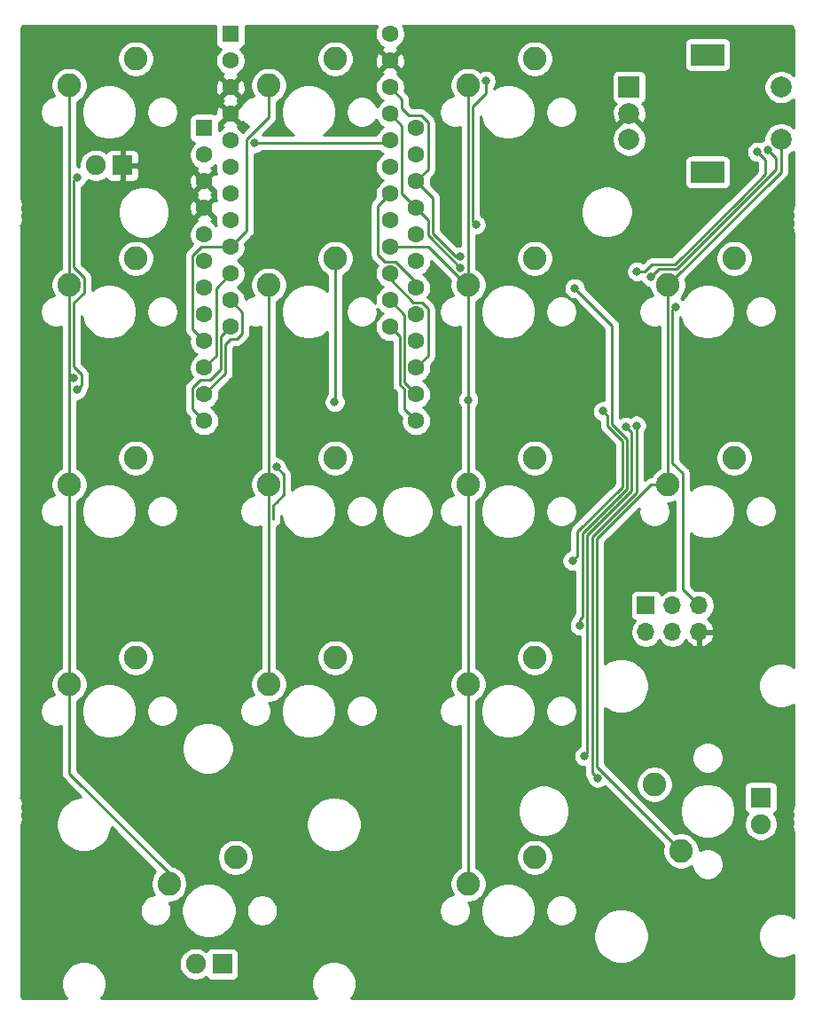
<source format=gbr>
G04 #@! TF.GenerationSoftware,KiCad,Pcbnew,(5.1.7)-1*
G04 #@! TF.CreationDate,2020-12-11T17:23:42-08:00*
G04 #@! TF.ProjectId,dropout-miniusb,64726f70-6f75-4742-9d6d-696e69757362,rev?*
G04 #@! TF.SameCoordinates,Original*
G04 #@! TF.FileFunction,Copper,L1,Top*
G04 #@! TF.FilePolarity,Positive*
%FSLAX46Y46*%
G04 Gerber Fmt 4.6, Leading zero omitted, Abs format (unit mm)*
G04 Created by KiCad (PCBNEW (5.1.7)-1) date 2020-12-11 17:23:42*
%MOMM*%
%LPD*%
G01*
G04 APERTURE LIST*
G04 #@! TA.AperFunction,ComponentPad*
%ADD10C,1.600000*%
G04 #@! TD*
G04 #@! TA.AperFunction,ComponentPad*
%ADD11R,1.600000X1.600000*%
G04 #@! TD*
G04 #@! TA.AperFunction,ComponentPad*
%ADD12C,2.250000*%
G04 #@! TD*
G04 #@! TA.AperFunction,ComponentPad*
%ADD13R,1.905000X1.905000*%
G04 #@! TD*
G04 #@! TA.AperFunction,ComponentPad*
%ADD14C,1.905000*%
G04 #@! TD*
G04 #@! TA.AperFunction,ComponentPad*
%ADD15O,1.700000X1.700000*%
G04 #@! TD*
G04 #@! TA.AperFunction,ComponentPad*
%ADD16R,1.700000X1.700000*%
G04 #@! TD*
G04 #@! TA.AperFunction,ComponentPad*
%ADD17C,2.000000*%
G04 #@! TD*
G04 #@! TA.AperFunction,ComponentPad*
%ADD18R,3.200000X2.000000*%
G04 #@! TD*
G04 #@! TA.AperFunction,ComponentPad*
%ADD19R,2.000000X2.000000*%
G04 #@! TD*
G04 #@! TA.AperFunction,ViaPad*
%ADD20C,0.800000*%
G04 #@! TD*
G04 #@! TA.AperFunction,Conductor*
%ADD21C,0.250000*%
G04 #@! TD*
G04 #@! TA.AperFunction,Conductor*
%ADD22C,0.254000*%
G04 #@! TD*
G04 #@! TA.AperFunction,Conductor*
%ADD23C,0.100000*%
G04 #@! TD*
G04 APERTURE END LIST*
D10*
X175982674Y-61023390D03*
X175982674Y-63563390D03*
X175982674Y-66103390D03*
X175982674Y-68643390D03*
X175982674Y-71183390D03*
X175982674Y-73723390D03*
X175982674Y-76263390D03*
X175982674Y-78803390D03*
X175982674Y-81343390D03*
X175982674Y-83883390D03*
X175982674Y-86423390D03*
X175982674Y-88963390D03*
X155742674Y-88963390D03*
X155742674Y-86423390D03*
X155742674Y-83883390D03*
X155742674Y-81343390D03*
X155742674Y-78803390D03*
X155742674Y-76263390D03*
X155742674Y-73723390D03*
X155742674Y-71183390D03*
X155742674Y-68643390D03*
X155742674Y-66103390D03*
X155742674Y-63563390D03*
D11*
X155742674Y-61023390D03*
D12*
X187300800Y-92504779D03*
X180950800Y-95044779D03*
X168250800Y-92504779D03*
X161900800Y-95044779D03*
D11*
X158232674Y-52043390D03*
D10*
X158232674Y-54583390D03*
X158232674Y-57123390D03*
X158232674Y-59663390D03*
X158232674Y-62203390D03*
X158232674Y-64743390D03*
X158232674Y-67283390D03*
X158232674Y-69823390D03*
X158232674Y-72363390D03*
X158232674Y-74903390D03*
X158232674Y-77443390D03*
X158232674Y-79983390D03*
X173472674Y-79983390D03*
X173472674Y-77443390D03*
X173472674Y-74903390D03*
X173472674Y-72363390D03*
X173472674Y-69823390D03*
X173472674Y-67283390D03*
X173472674Y-64743390D03*
X173472674Y-62203390D03*
X173472674Y-59663390D03*
X173472674Y-57123390D03*
X173472674Y-54583390D03*
X173472674Y-52043390D03*
D13*
X208890800Y-124889779D03*
D14*
X208890800Y-127429779D03*
D12*
X201270800Y-129969779D03*
X198730800Y-123619779D03*
X149200800Y-73454779D03*
X142850800Y-75994779D03*
X187300800Y-54404779D03*
X180950800Y-56944779D03*
D15*
X203001733Y-109101027D03*
X203001733Y-106561027D03*
X200461733Y-109101027D03*
X200461733Y-106561027D03*
X197921733Y-109101027D03*
D16*
X197921733Y-106561027D03*
D12*
X168250800Y-73454779D03*
X161900800Y-75994779D03*
D13*
X157455800Y-140764779D03*
D14*
X154915800Y-140764779D03*
D12*
X152375800Y-133144779D03*
X158725800Y-130604779D03*
D17*
X210810800Y-62103529D03*
X210810800Y-57103529D03*
D18*
X203810800Y-65203529D03*
X203810800Y-54003529D03*
D17*
X196310800Y-62103529D03*
X196310800Y-59603529D03*
D19*
X196310800Y-57103529D03*
D12*
X206350800Y-92504779D03*
X200000800Y-95044779D03*
D13*
X147930800Y-64564779D03*
D14*
X145390800Y-64564779D03*
D12*
X142850800Y-56944779D03*
X149200800Y-54404779D03*
X206350800Y-73454779D03*
X200000800Y-75994779D03*
X187300800Y-130604779D03*
X180950800Y-133144779D03*
X168250800Y-54404779D03*
X161900800Y-56944779D03*
X187300800Y-73454779D03*
X180950800Y-75994779D03*
X149200800Y-92504779D03*
X142850800Y-95044779D03*
X149200808Y-111554755D03*
X142850808Y-114094755D03*
X168250800Y-111554779D03*
X161900800Y-114094779D03*
X187300840Y-111554755D03*
X180950840Y-114094755D03*
D20*
X182621543Y-56515538D03*
X181675800Y-70230886D03*
X160532685Y-62458443D03*
X162625800Y-93362674D03*
X190900000Y-102300000D03*
X193800000Y-88027984D03*
X197000000Y-89400000D03*
X193287858Y-123012142D03*
X196006114Y-89510431D03*
X192061889Y-120931633D03*
X168200000Y-87148390D03*
X143300000Y-84900000D03*
X180950800Y-86950800D03*
X143575800Y-85990779D03*
X143600000Y-65700000D03*
X191611879Y-108461028D03*
X180225800Y-74376168D03*
X208571772Y-63281164D03*
X197076348Y-74698347D03*
X191124998Y-76300000D03*
X209554062Y-63093790D03*
X198400000Y-75200000D03*
X200725800Y-78100000D03*
X180225800Y-73258418D03*
D21*
X181400810Y-58919939D02*
X182621543Y-57699206D01*
X182621543Y-57699206D02*
X182621543Y-56515538D01*
X181400810Y-69955896D02*
X181400810Y-58919939D01*
X181675800Y-70230886D02*
X181400810Y-69955896D01*
X173217621Y-62458443D02*
X173472674Y-62203390D01*
X160532685Y-62458443D02*
X173217621Y-62458443D01*
X155742674Y-85923390D02*
X155917665Y-85748399D01*
X155742674Y-86423390D02*
X155742674Y-85923390D01*
X162625800Y-96700000D02*
X162350810Y-96974990D01*
X162350810Y-96974990D02*
X162350810Y-98349190D01*
X162350810Y-98249190D02*
X162350810Y-98349190D01*
X162625800Y-96700000D02*
X162625800Y-96674200D01*
X163350801Y-94087675D02*
X162625800Y-93362674D01*
X163350801Y-95949199D02*
X163350801Y-94087675D01*
X162625800Y-96674200D02*
X163350801Y-95949199D01*
X159357675Y-78568391D02*
X158232674Y-77443390D01*
X159357675Y-80618391D02*
X159357675Y-78568391D01*
X158291609Y-81108391D02*
X158867675Y-81108391D01*
X157767695Y-81632305D02*
X158291609Y-81108391D01*
X158867675Y-81108391D02*
X159357675Y-80618391D01*
X157767695Y-84398369D02*
X157767695Y-81632305D01*
X155742674Y-86423390D02*
X157767695Y-84398369D01*
X195649970Y-95258979D02*
X191400000Y-99508949D01*
X195649970Y-90863699D02*
X195649970Y-95258979D01*
X191400000Y-101800000D02*
X190900000Y-102300000D01*
X191400000Y-99508949D02*
X191400000Y-101800000D01*
X194249990Y-88477974D02*
X193800000Y-88027984D01*
X194249990Y-89463719D02*
X194249990Y-88477974D01*
X195649970Y-90863699D02*
X194249990Y-89463719D01*
X177107675Y-82758389D02*
X175982674Y-83883390D01*
X177107675Y-78263389D02*
X177107675Y-82758389D01*
X175732671Y-77678389D02*
X176522675Y-77678389D01*
X176522675Y-77678389D02*
X177107675Y-78263389D01*
X173472674Y-75418392D02*
X175732671Y-77678389D01*
X173472674Y-74903390D02*
X173472674Y-75418392D01*
X192786889Y-119224945D02*
X192786889Y-122511173D01*
X192786889Y-100031290D02*
X192786889Y-103886889D01*
X197000000Y-95818179D02*
X192786889Y-100031290D01*
X192786889Y-118982777D02*
X192786889Y-103886889D01*
X197000000Y-89400000D02*
X197000000Y-95818179D01*
X192786889Y-122511173D02*
X193287858Y-123012142D01*
X192786889Y-118982777D02*
X192786889Y-119224945D01*
X173472674Y-77443390D02*
X174857673Y-78828389D01*
X174857673Y-85298389D02*
X175982674Y-86423390D01*
X174857673Y-78828389D02*
X174857673Y-85298389D01*
X174407663Y-85484789D02*
X174407663Y-80918379D01*
X175982674Y-88963390D02*
X174857673Y-87838389D01*
X174857673Y-87838389D02*
X174857673Y-85934799D01*
X174857673Y-85934799D02*
X174407663Y-85484789D01*
X174407663Y-80918379D02*
X173472674Y-79983390D01*
X196006114Y-89510431D02*
X196549990Y-90054307D01*
X196549990Y-90054307D02*
X196549990Y-95631779D01*
X192336879Y-120656643D02*
X192061889Y-120931633D01*
X192336879Y-99844890D02*
X192336879Y-120656643D01*
X196549990Y-95631779D02*
X192336879Y-99844890D01*
X168029701Y-73675878D02*
X168250800Y-73454779D01*
X168250800Y-86450800D02*
X168250800Y-73454779D01*
X168250800Y-86797590D02*
X168250800Y-86450800D01*
X152375800Y-132125805D02*
X152375800Y-133144779D01*
X142850808Y-122600813D02*
X152375800Y-132125805D01*
X142850808Y-114094755D02*
X142850808Y-122600813D01*
X142850800Y-56944779D02*
X142850800Y-75994779D01*
X142850800Y-114094747D02*
X142850808Y-114094755D01*
X142850800Y-95044779D02*
X142850800Y-103250800D01*
X142850800Y-75994779D02*
X142850800Y-83750800D01*
X142850800Y-83750800D02*
X142850800Y-95044779D01*
X142850800Y-103250800D02*
X142850800Y-105649200D01*
X142850800Y-105649200D02*
X142850800Y-114094747D01*
X142850800Y-83750800D02*
X142850800Y-84450800D01*
X142850800Y-84450800D02*
X143300000Y-84900000D01*
X156867676Y-82758388D02*
X156867676Y-76268388D01*
X156867676Y-76268388D02*
X158232674Y-74903390D01*
X155742674Y-83883390D02*
X156867676Y-82758388D01*
X180950800Y-114094715D02*
X180950840Y-114094755D01*
X180950840Y-133144739D02*
X180950800Y-133144779D01*
X180950840Y-114094755D02*
X180950840Y-133144739D01*
X180950800Y-75994779D02*
X180950800Y-56944779D01*
X180950800Y-74486514D02*
X180950800Y-75994779D01*
X173472674Y-72363390D02*
X173472674Y-72028388D01*
X180950800Y-95044779D02*
X180950800Y-114094715D01*
X173472674Y-72363390D02*
X177163390Y-72363390D01*
X180794779Y-75994779D02*
X180950800Y-75994779D01*
X177163390Y-72363390D02*
X180794779Y-75994779D01*
X180950800Y-86950800D02*
X180950800Y-95044779D01*
X180950800Y-75994779D02*
X180950800Y-86950800D01*
X161900800Y-56944779D02*
X161394798Y-56944779D01*
X161843052Y-76052527D02*
X161900800Y-75994779D01*
X161900800Y-95044779D02*
X161900800Y-107900800D01*
X161900800Y-107900800D02*
X161900800Y-114094779D01*
X161900800Y-104250466D02*
X161900800Y-107900800D01*
X161900800Y-104800800D02*
X161900800Y-104250466D01*
X161900800Y-104934306D02*
X161900800Y-104800800D01*
X161900800Y-75994779D02*
X161900800Y-95044779D01*
X154617673Y-73183389D02*
X154617673Y-80218389D01*
X154617673Y-80218389D02*
X155742674Y-81343390D01*
X155437672Y-72363390D02*
X154617673Y-73183389D01*
X158232674Y-72363390D02*
X155437672Y-72363390D01*
X158232674Y-72363390D02*
X159807685Y-70788379D01*
X159807685Y-70788379D02*
X159807685Y-62083896D01*
X161900800Y-56944779D02*
X161900800Y-59990781D01*
X161900800Y-59990781D02*
X159807685Y-62083896D01*
X210810800Y-65184779D02*
X200000800Y-75994779D01*
X210810800Y-62103529D02*
X210810800Y-65184779D01*
X193236899Y-121935878D02*
X201270800Y-129969779D01*
X193236899Y-100217690D02*
X193236899Y-121935878D01*
X198409810Y-95044779D02*
X193236899Y-100217690D01*
X200000800Y-95044779D02*
X198409810Y-95044779D01*
X200000800Y-95044779D02*
X200000800Y-75994779D01*
X143300810Y-65999190D02*
X143600000Y-65700000D01*
X143575800Y-85990779D02*
X144025001Y-85541578D01*
X143300810Y-83800810D02*
X143300810Y-77700000D01*
X143300810Y-74298787D02*
X143300810Y-65999190D01*
X144025001Y-85541578D02*
X144025001Y-84525001D01*
X144025001Y-84525001D02*
X143300810Y-83800810D01*
X144300801Y-75298778D02*
X143300810Y-74298787D01*
X144300801Y-76700009D02*
X144300801Y-75298778D01*
X143300810Y-77700000D02*
X144300801Y-76700009D01*
X155742674Y-88963390D02*
X154617673Y-87838389D01*
X154617673Y-87838389D02*
X154617673Y-85782327D01*
X156282675Y-85008391D02*
X157317685Y-83973381D01*
X157317685Y-83973381D02*
X157317685Y-80898379D01*
X157317685Y-80898379D02*
X158232674Y-79983390D01*
X155391609Y-85008391D02*
X156282675Y-85008391D01*
X154617673Y-85782327D02*
X155391609Y-85008391D01*
X172347673Y-73108389D02*
X173017673Y-73778389D01*
X173472674Y-67283390D02*
X172347673Y-68408391D01*
X172347673Y-68408391D02*
X172347673Y-73108389D01*
X175982674Y-75748388D02*
X175982674Y-76263390D01*
X173017673Y-73778389D02*
X174012675Y-73778389D01*
X174012675Y-73778389D02*
X175982674Y-75748388D01*
X174597675Y-67258391D02*
X175982674Y-68643390D01*
X174597675Y-60788391D02*
X174597675Y-67258391D01*
X173472674Y-59663390D02*
X174597675Y-60788391D01*
X191611879Y-108461028D02*
X191611879Y-107874990D01*
X191886869Y-107600000D02*
X191886870Y-99658489D01*
X191611879Y-107874990D02*
X191886869Y-107600000D01*
X191886870Y-99658489D02*
X196099980Y-95445379D01*
X196099980Y-90677299D02*
X196099980Y-91199980D01*
X194700000Y-87400000D02*
X194700000Y-89277319D01*
X194700000Y-89277319D02*
X196099980Y-90677299D01*
X196099980Y-95445379D02*
X196099980Y-91199980D01*
X177107675Y-71258043D02*
X180225800Y-74376168D01*
X177107675Y-69768391D02*
X177107675Y-71258043D01*
X175982674Y-68643390D02*
X177107675Y-69768391D01*
X208571772Y-63281164D02*
X209090608Y-63800000D01*
X209090608Y-63800000D02*
X209100000Y-63800000D01*
X209300000Y-64000000D02*
X209300000Y-65422759D01*
X209100000Y-63800000D02*
X209300000Y-64000000D01*
X209300000Y-65422759D02*
X206911379Y-67811380D01*
X206911379Y-67811380D02*
X200693184Y-74029575D01*
X198497423Y-74029575D02*
X197828651Y-74698347D01*
X197828651Y-74698347D02*
X197076348Y-74698347D01*
X200693184Y-74029575D02*
X198497423Y-74029575D01*
X194700000Y-79875002D02*
X194700000Y-85300000D01*
X191124998Y-76300000D02*
X194700000Y-79875002D01*
X194700000Y-87400000D02*
X194700000Y-85300000D01*
X173472674Y-57123390D02*
X174600000Y-58250716D01*
X174600000Y-58250716D02*
X174600000Y-59100000D01*
X174600000Y-59100000D02*
X175300000Y-59800000D01*
X177107675Y-60483389D02*
X177107675Y-64978389D01*
X176424286Y-59800000D02*
X177107675Y-60483389D01*
X177107675Y-64978389D02*
X175982674Y-66103390D01*
X175300000Y-59800000D02*
X176424286Y-59800000D01*
X209554062Y-63093790D02*
X210360790Y-63900518D01*
X210360790Y-63900518D02*
X210360790Y-64998379D01*
X210360790Y-64998379D02*
X200879584Y-74479585D01*
X199120415Y-74479585D02*
X198400000Y-75200000D01*
X200879584Y-74479585D02*
X199120415Y-74479585D01*
X200725800Y-78100000D02*
X200450810Y-78374990D01*
X200450810Y-78374990D02*
X200450810Y-92950810D01*
X201450801Y-105010095D02*
X203001733Y-106561027D01*
X201450801Y-93950801D02*
X201450801Y-105010095D01*
X200450810Y-92950810D02*
X201450801Y-93950801D01*
X180225800Y-73258418D02*
X179789208Y-73258418D01*
X179789208Y-73258418D02*
X177557685Y-71026895D01*
X177557685Y-67678401D02*
X175982674Y-66103390D01*
X177557685Y-71026895D02*
X177557685Y-67678401D01*
D22*
X156794602Y-52843390D02*
X156806862Y-52967872D01*
X156843172Y-53087570D01*
X156902137Y-53197884D01*
X156981489Y-53294575D01*
X157078180Y-53373927D01*
X157188494Y-53432892D01*
X157308192Y-53469202D01*
X157316635Y-53470033D01*
X157118037Y-53668631D01*
X156960994Y-53903663D01*
X156852821Y-54164816D01*
X156797674Y-54442055D01*
X156797674Y-54724725D01*
X156852821Y-55001964D01*
X156960994Y-55263117D01*
X157118037Y-55498149D01*
X157317915Y-55698027D01*
X157551802Y-55854305D01*
X157491160Y-55886719D01*
X157419577Y-56130688D01*
X158232674Y-56943785D01*
X159045771Y-56130688D01*
X158974188Y-55886719D01*
X158909682Y-55856196D01*
X158912401Y-55855070D01*
X159147433Y-55698027D01*
X159347311Y-55498149D01*
X159504354Y-55263117D01*
X159612527Y-55001964D01*
X159667674Y-54724725D01*
X159667674Y-54442055D01*
X159625779Y-54231434D01*
X166490800Y-54231434D01*
X166490800Y-54578124D01*
X166558436Y-54918152D01*
X166691108Y-55238452D01*
X166883719Y-55526714D01*
X167128865Y-55771860D01*
X167417127Y-55964471D01*
X167737427Y-56097143D01*
X168077455Y-56164779D01*
X168424145Y-56164779D01*
X168764173Y-56097143D01*
X169084473Y-55964471D01*
X169372735Y-55771860D01*
X169617881Y-55526714D01*
X169810492Y-55238452D01*
X169943164Y-54918152D01*
X169995726Y-54653902D01*
X172032457Y-54653902D01*
X172073887Y-54933520D01*
X172169071Y-55199682D01*
X172236003Y-55324904D01*
X172479972Y-55396487D01*
X173293069Y-54583390D01*
X173652279Y-54583390D01*
X174465376Y-55396487D01*
X174709345Y-55324904D01*
X174830245Y-55069394D01*
X174898974Y-54795206D01*
X174912891Y-54512878D01*
X174871461Y-54233260D01*
X174870808Y-54231434D01*
X185540800Y-54231434D01*
X185540800Y-54578124D01*
X185608436Y-54918152D01*
X185741108Y-55238452D01*
X185933719Y-55526714D01*
X186178865Y-55771860D01*
X186467127Y-55964471D01*
X186787427Y-56097143D01*
X187127455Y-56164779D01*
X187474145Y-56164779D01*
X187814173Y-56097143D01*
X188134473Y-55964471D01*
X188422735Y-55771860D01*
X188667881Y-55526714D01*
X188860492Y-55238452D01*
X188993164Y-54918152D01*
X189060800Y-54578124D01*
X189060800Y-54231434D01*
X188993164Y-53891406D01*
X188860492Y-53571106D01*
X188667881Y-53282844D01*
X188422735Y-53037698D01*
X188371598Y-53003529D01*
X201572728Y-53003529D01*
X201572728Y-55003529D01*
X201584988Y-55128011D01*
X201621298Y-55247709D01*
X201680263Y-55358023D01*
X201759615Y-55454714D01*
X201856306Y-55534066D01*
X201966620Y-55593031D01*
X202086318Y-55629341D01*
X202210800Y-55641601D01*
X205410800Y-55641601D01*
X205535282Y-55629341D01*
X205654980Y-55593031D01*
X205765294Y-55534066D01*
X205861985Y-55454714D01*
X205941337Y-55358023D01*
X206000302Y-55247709D01*
X206036612Y-55128011D01*
X206048872Y-55003529D01*
X206048872Y-53003529D01*
X206036612Y-52879047D01*
X206000302Y-52759349D01*
X205941337Y-52649035D01*
X205861985Y-52552344D01*
X205765294Y-52472992D01*
X205654980Y-52414027D01*
X205535282Y-52377717D01*
X205410800Y-52365457D01*
X202210800Y-52365457D01*
X202086318Y-52377717D01*
X201966620Y-52414027D01*
X201856306Y-52472992D01*
X201759615Y-52552344D01*
X201680263Y-52649035D01*
X201621298Y-52759349D01*
X201584988Y-52879047D01*
X201572728Y-53003529D01*
X188371598Y-53003529D01*
X188134473Y-52845087D01*
X187814173Y-52712415D01*
X187474145Y-52644779D01*
X187127455Y-52644779D01*
X186787427Y-52712415D01*
X186467127Y-52845087D01*
X186178865Y-53037698D01*
X185933719Y-53282844D01*
X185741108Y-53571106D01*
X185608436Y-53891406D01*
X185540800Y-54231434D01*
X174870808Y-54231434D01*
X174776277Y-53967098D01*
X174709345Y-53841876D01*
X174465376Y-53770293D01*
X173652279Y-54583390D01*
X173293069Y-54583390D01*
X172479972Y-53770293D01*
X172236003Y-53841876D01*
X172115103Y-54097386D01*
X172046374Y-54371574D01*
X172032457Y-54653902D01*
X169995726Y-54653902D01*
X170010800Y-54578124D01*
X170010800Y-54231434D01*
X169943164Y-53891406D01*
X169810492Y-53571106D01*
X169617881Y-53282844D01*
X169372735Y-53037698D01*
X169084473Y-52845087D01*
X168764173Y-52712415D01*
X168424145Y-52644779D01*
X168077455Y-52644779D01*
X167737427Y-52712415D01*
X167417127Y-52845087D01*
X167128865Y-53037698D01*
X166883719Y-53282844D01*
X166691108Y-53571106D01*
X166558436Y-53891406D01*
X166490800Y-54231434D01*
X159625779Y-54231434D01*
X159612527Y-54164816D01*
X159504354Y-53903663D01*
X159347311Y-53668631D01*
X159148713Y-53470033D01*
X159157156Y-53469202D01*
X159276854Y-53432892D01*
X159387168Y-53373927D01*
X159483859Y-53294575D01*
X159563211Y-53197884D01*
X159622176Y-53087570D01*
X159658486Y-52967872D01*
X159670746Y-52843390D01*
X159670746Y-51263615D01*
X172267844Y-51263615D01*
X172200994Y-51363663D01*
X172092821Y-51624816D01*
X172037674Y-51902055D01*
X172037674Y-52184725D01*
X172092821Y-52461964D01*
X172200994Y-52723117D01*
X172358037Y-52958149D01*
X172557915Y-53158027D01*
X172791802Y-53314305D01*
X172731160Y-53346719D01*
X172659577Y-53590688D01*
X173472674Y-54403785D01*
X174285771Y-53590688D01*
X174214188Y-53346719D01*
X174149682Y-53316196D01*
X174152401Y-53315070D01*
X174387433Y-53158027D01*
X174587311Y-52958149D01*
X174744354Y-52723117D01*
X174852527Y-52461964D01*
X174907674Y-52184725D01*
X174907674Y-51902055D01*
X174852527Y-51624816D01*
X174744354Y-51363663D01*
X174677504Y-51263615D01*
X211663035Y-51263615D01*
X211753422Y-51272478D01*
X211806971Y-51288645D01*
X211856354Y-51314903D01*
X211899702Y-51350256D01*
X211935357Y-51393355D01*
X211961958Y-51442552D01*
X211978499Y-51495990D01*
X211987776Y-51584254D01*
X211990566Y-55971056D01*
X211853052Y-55833542D01*
X211585263Y-55654611D01*
X211287712Y-55531361D01*
X210971833Y-55468529D01*
X210649767Y-55468529D01*
X210333888Y-55531361D01*
X210036337Y-55654611D01*
X209768548Y-55833542D01*
X209540813Y-56061277D01*
X209361882Y-56329066D01*
X209238632Y-56626617D01*
X209175800Y-56942496D01*
X209175800Y-57264562D01*
X209238632Y-57580441D01*
X209361882Y-57877992D01*
X209540813Y-58145781D01*
X209768548Y-58373516D01*
X210036337Y-58552447D01*
X210333888Y-58675697D01*
X210649767Y-58738529D01*
X210971833Y-58738529D01*
X211287712Y-58675697D01*
X211585263Y-58552447D01*
X211853052Y-58373516D01*
X211992006Y-58234562D01*
X211993748Y-60974238D01*
X211853052Y-60833542D01*
X211585263Y-60654611D01*
X211287712Y-60531361D01*
X210971833Y-60468529D01*
X210649767Y-60468529D01*
X210333888Y-60531361D01*
X210036337Y-60654611D01*
X209768548Y-60833542D01*
X209540813Y-61061277D01*
X209361882Y-61329066D01*
X209238632Y-61626617D01*
X209175800Y-61942496D01*
X209175800Y-62130195D01*
X209063806Y-62176585D01*
X208894288Y-62289853D01*
X208891017Y-62293124D01*
X208873670Y-62285938D01*
X208673711Y-62246164D01*
X208469833Y-62246164D01*
X208269874Y-62285938D01*
X208081516Y-62363959D01*
X207911998Y-62477227D01*
X207767835Y-62621390D01*
X207654567Y-62790908D01*
X207576546Y-62979266D01*
X207536772Y-63179225D01*
X207536772Y-63383103D01*
X207576546Y-63583062D01*
X207654567Y-63771420D01*
X207767835Y-63940938D01*
X207911998Y-64085101D01*
X208081516Y-64198369D01*
X208269874Y-64276390D01*
X208469833Y-64316164D01*
X208531044Y-64316164D01*
X208540000Y-64327077D01*
X208540001Y-65107956D01*
X206400381Y-67247577D01*
X206400376Y-67247581D01*
X200378383Y-73269575D01*
X198534745Y-73269575D01*
X198497422Y-73265899D01*
X198460099Y-73269575D01*
X198460090Y-73269575D01*
X198348437Y-73280572D01*
X198205176Y-73324029D01*
X198073147Y-73394601D01*
X198073145Y-73394602D01*
X198073146Y-73394602D01*
X197986419Y-73465776D01*
X197986415Y-73465780D01*
X197957422Y-73489574D01*
X197933628Y-73518567D01*
X197629217Y-73822979D01*
X197566604Y-73781142D01*
X197378246Y-73703121D01*
X197178287Y-73663347D01*
X196974409Y-73663347D01*
X196774450Y-73703121D01*
X196586092Y-73781142D01*
X196416574Y-73894410D01*
X196272411Y-74038573D01*
X196159143Y-74208091D01*
X196081122Y-74396449D01*
X196041348Y-74596408D01*
X196041348Y-74800286D01*
X196081122Y-75000245D01*
X196159143Y-75188603D01*
X196272411Y-75358121D01*
X196416574Y-75502284D01*
X196586092Y-75615552D01*
X196774450Y-75693573D01*
X196974409Y-75733347D01*
X197178287Y-75733347D01*
X197378246Y-75693573D01*
X197468657Y-75656123D01*
X197482795Y-75690256D01*
X197596063Y-75859774D01*
X197740226Y-76003937D01*
X197909744Y-76117205D01*
X198098102Y-76195226D01*
X198252292Y-76225896D01*
X198308436Y-76508152D01*
X198441108Y-76828452D01*
X198573438Y-77026498D01*
X198290349Y-77082808D01*
X198015547Y-77196635D01*
X197768231Y-77361886D01*
X197557907Y-77572210D01*
X197392656Y-77819526D01*
X197278829Y-78094328D01*
X197220800Y-78386057D01*
X197220800Y-78683501D01*
X197278829Y-78975230D01*
X197392656Y-79250032D01*
X197557907Y-79497348D01*
X197768231Y-79707672D01*
X198015547Y-79872923D01*
X198290349Y-79986750D01*
X198582078Y-80044779D01*
X198879522Y-80044779D01*
X199171251Y-79986750D01*
X199240801Y-79957941D01*
X199240800Y-93454571D01*
X199167127Y-93485087D01*
X198878865Y-93677698D01*
X198633719Y-93922844D01*
X198441108Y-94211106D01*
X198412024Y-94281321D01*
X198409810Y-94281103D01*
X198372487Y-94284779D01*
X198372477Y-94284779D01*
X198260824Y-94295776D01*
X198117563Y-94339233D01*
X197985533Y-94409805D01*
X197901893Y-94478447D01*
X197869809Y-94504778D01*
X197846011Y-94533776D01*
X197760000Y-94619787D01*
X197760000Y-90103711D01*
X197803937Y-90059774D01*
X197917205Y-89890256D01*
X197995226Y-89701898D01*
X198035000Y-89501939D01*
X198035000Y-89298061D01*
X197995226Y-89098102D01*
X197917205Y-88909744D01*
X197803937Y-88740226D01*
X197659774Y-88596063D01*
X197490256Y-88482795D01*
X197301898Y-88404774D01*
X197101939Y-88365000D01*
X196898061Y-88365000D01*
X196698102Y-88404774D01*
X196509744Y-88482795D01*
X196402601Y-88554385D01*
X196308012Y-88515205D01*
X196108053Y-88475431D01*
X195904175Y-88475431D01*
X195704216Y-88515205D01*
X195515858Y-88593226D01*
X195460000Y-88630549D01*
X195460000Y-79912324D01*
X195463676Y-79875001D01*
X195460000Y-79837678D01*
X195460000Y-79837669D01*
X195449003Y-79726016D01*
X195405546Y-79582755D01*
X195334974Y-79450726D01*
X195240001Y-79335001D01*
X195211004Y-79311204D01*
X192159998Y-76260199D01*
X192159998Y-76198061D01*
X192120224Y-75998102D01*
X192042203Y-75809744D01*
X191928935Y-75640226D01*
X191784772Y-75496063D01*
X191615254Y-75382795D01*
X191426896Y-75304774D01*
X191226937Y-75265000D01*
X191023059Y-75265000D01*
X190823100Y-75304774D01*
X190634742Y-75382795D01*
X190465224Y-75496063D01*
X190321061Y-75640226D01*
X190207793Y-75809744D01*
X190129772Y-75998102D01*
X190089998Y-76198061D01*
X190089998Y-76401939D01*
X190129772Y-76601898D01*
X190207793Y-76790256D01*
X190321061Y-76959774D01*
X190465224Y-77103937D01*
X190634742Y-77217205D01*
X190823100Y-77295226D01*
X191023059Y-77335000D01*
X191085197Y-77335000D01*
X193940000Y-80189804D01*
X193940001Y-85262667D01*
X193940000Y-87000555D01*
X193901939Y-86992984D01*
X193698061Y-86992984D01*
X193498102Y-87032758D01*
X193309744Y-87110779D01*
X193140226Y-87224047D01*
X192996063Y-87368210D01*
X192882795Y-87537728D01*
X192804774Y-87726086D01*
X192765000Y-87926045D01*
X192765000Y-88129923D01*
X192804774Y-88329882D01*
X192882795Y-88518240D01*
X192996063Y-88687758D01*
X193140226Y-88831921D01*
X193309744Y-88945189D01*
X193489990Y-89019850D01*
X193489990Y-89426396D01*
X193486314Y-89463719D01*
X193489990Y-89501041D01*
X193489990Y-89501051D01*
X193500987Y-89612704D01*
X193531227Y-89712393D01*
X193544444Y-89755965D01*
X193615016Y-89887995D01*
X193634957Y-89912293D01*
X193709989Y-90003720D01*
X193738993Y-90027523D01*
X194889970Y-91178501D01*
X194889971Y-94944176D01*
X190889003Y-98945145D01*
X190859999Y-98968948D01*
X190815217Y-99023516D01*
X190765026Y-99084673D01*
X190746951Y-99118489D01*
X190694454Y-99216703D01*
X190650997Y-99359964D01*
X190640000Y-99471617D01*
X190640000Y-99471627D01*
X190636324Y-99508949D01*
X190640000Y-99546272D01*
X190640001Y-101296440D01*
X190598102Y-101304774D01*
X190409744Y-101382795D01*
X190240226Y-101496063D01*
X190096063Y-101640226D01*
X189982795Y-101809744D01*
X189904774Y-101998102D01*
X189865000Y-102198061D01*
X189865000Y-102401939D01*
X189904774Y-102601898D01*
X189982795Y-102790256D01*
X190096063Y-102959774D01*
X190240226Y-103103937D01*
X190409744Y-103217205D01*
X190598102Y-103295226D01*
X190798061Y-103335000D01*
X191001939Y-103335000D01*
X191126870Y-103310150D01*
X191126869Y-107285199D01*
X191100877Y-107311191D01*
X191071879Y-107334989D01*
X191048081Y-107363987D01*
X191048080Y-107363988D01*
X190976905Y-107450714D01*
X190963109Y-107476525D01*
X190906333Y-107582743D01*
X190862876Y-107726004D01*
X190860656Y-107748540D01*
X190807942Y-107801254D01*
X190694674Y-107970772D01*
X190616653Y-108159130D01*
X190576879Y-108359089D01*
X190576879Y-108562967D01*
X190616653Y-108762926D01*
X190694674Y-108951284D01*
X190807942Y-109120802D01*
X190952105Y-109264965D01*
X191121623Y-109378233D01*
X191309981Y-109456254D01*
X191509940Y-109496028D01*
X191576879Y-109496028D01*
X191576880Y-120012255D01*
X191571633Y-120014428D01*
X191402115Y-120127696D01*
X191257952Y-120271859D01*
X191144684Y-120441377D01*
X191066663Y-120629735D01*
X191026889Y-120829694D01*
X191026889Y-121033572D01*
X191066663Y-121233531D01*
X191144684Y-121421889D01*
X191257952Y-121591407D01*
X191402115Y-121735570D01*
X191571633Y-121848838D01*
X191759991Y-121926859D01*
X191959950Y-121966633D01*
X192026890Y-121966633D01*
X192026890Y-122473841D01*
X192023213Y-122511173D01*
X192037887Y-122660158D01*
X192081343Y-122803419D01*
X192151915Y-122935449D01*
X192214855Y-123012141D01*
X192246889Y-123051174D01*
X192252858Y-123056073D01*
X192252858Y-123114081D01*
X192292632Y-123314040D01*
X192370653Y-123502398D01*
X192483921Y-123671916D01*
X192628084Y-123816079D01*
X192797602Y-123929347D01*
X192985960Y-124007368D01*
X193185919Y-124047142D01*
X193389797Y-124047142D01*
X193589756Y-124007368D01*
X193778114Y-123929347D01*
X193947632Y-123816079D01*
X193994965Y-123768746D01*
X199608952Y-129382733D01*
X199578436Y-129456406D01*
X199510800Y-129796434D01*
X199510800Y-130143124D01*
X199578436Y-130483152D01*
X199711108Y-130803452D01*
X199903719Y-131091714D01*
X200148865Y-131336860D01*
X200437127Y-131529471D01*
X200757427Y-131662143D01*
X201097455Y-131729779D01*
X201444145Y-131729779D01*
X201784173Y-131662143D01*
X202104473Y-131529471D01*
X202302519Y-131397141D01*
X202358829Y-131680230D01*
X202472656Y-131955032D01*
X202637907Y-132202348D01*
X202848231Y-132412672D01*
X203095547Y-132577923D01*
X203370349Y-132691750D01*
X203662078Y-132749779D01*
X203959522Y-132749779D01*
X204251251Y-132691750D01*
X204526053Y-132577923D01*
X204773369Y-132412672D01*
X204983693Y-132202348D01*
X205148944Y-131955032D01*
X205262771Y-131680230D01*
X205320800Y-131388501D01*
X205320800Y-131091057D01*
X205262771Y-130799328D01*
X205148944Y-130524526D01*
X204983693Y-130277210D01*
X204773369Y-130066886D01*
X204526053Y-129901635D01*
X204251251Y-129787808D01*
X203959522Y-129729779D01*
X203662078Y-129729779D01*
X203370349Y-129787808D01*
X203095547Y-129901635D01*
X203030800Y-129944897D01*
X203030800Y-129796434D01*
X202963164Y-129456406D01*
X202830492Y-129136106D01*
X202637881Y-128847844D01*
X202392735Y-128602698D01*
X202104473Y-128410087D01*
X201784173Y-128277415D01*
X201444145Y-128209779D01*
X201097455Y-128209779D01*
X200757427Y-128277415D01*
X200683754Y-128307931D01*
X198276678Y-125900855D01*
X201181900Y-125900855D01*
X201181900Y-126418703D01*
X201282927Y-126926601D01*
X201481099Y-127405030D01*
X201768800Y-127835605D01*
X202134974Y-128201779D01*
X202565549Y-128489480D01*
X203043978Y-128687652D01*
X203551876Y-128788679D01*
X204069724Y-128788679D01*
X204577622Y-128687652D01*
X205056051Y-128489480D01*
X205486626Y-128201779D01*
X205852800Y-127835605D01*
X206140501Y-127405030D01*
X206338673Y-126926601D01*
X206439700Y-126418703D01*
X206439700Y-125900855D01*
X206338673Y-125392957D01*
X206140501Y-124914528D01*
X205852800Y-124483953D01*
X205486626Y-124117779D01*
X205216489Y-123937279D01*
X207300228Y-123937279D01*
X207300228Y-125842279D01*
X207312488Y-125966761D01*
X207348798Y-126086459D01*
X207407763Y-126196773D01*
X207487115Y-126293464D01*
X207583806Y-126372816D01*
X207661285Y-126414230D01*
X207657708Y-126417807D01*
X207483976Y-126677816D01*
X207364307Y-126966722D01*
X207303300Y-127273424D01*
X207303300Y-127586134D01*
X207364307Y-127892836D01*
X207483976Y-128181742D01*
X207657708Y-128441751D01*
X207878828Y-128662871D01*
X208138837Y-128836603D01*
X208427743Y-128956272D01*
X208734445Y-129017279D01*
X209047155Y-129017279D01*
X209353857Y-128956272D01*
X209642763Y-128836603D01*
X209902772Y-128662871D01*
X210123892Y-128441751D01*
X210297624Y-128181742D01*
X210417293Y-127892836D01*
X210478300Y-127586134D01*
X210478300Y-127273424D01*
X210417293Y-126966722D01*
X210297624Y-126677816D01*
X210123892Y-126417807D01*
X210120315Y-126414230D01*
X210197794Y-126372816D01*
X210294485Y-126293464D01*
X210373837Y-126196773D01*
X210432802Y-126086459D01*
X210469112Y-125966761D01*
X210481372Y-125842279D01*
X210481372Y-123937279D01*
X210469112Y-123812797D01*
X210432802Y-123693099D01*
X210373837Y-123582785D01*
X210294485Y-123486094D01*
X210197794Y-123406742D01*
X210087480Y-123347777D01*
X209967782Y-123311467D01*
X209843300Y-123299207D01*
X207938300Y-123299207D01*
X207813818Y-123311467D01*
X207694120Y-123347777D01*
X207583806Y-123406742D01*
X207487115Y-123486094D01*
X207407763Y-123582785D01*
X207348798Y-123693099D01*
X207312488Y-123812797D01*
X207300228Y-123937279D01*
X205216489Y-123937279D01*
X205056051Y-123830078D01*
X204577622Y-123631906D01*
X204069724Y-123530879D01*
X203551876Y-123530879D01*
X203043978Y-123631906D01*
X202565549Y-123830078D01*
X202134974Y-124117779D01*
X201768800Y-124483953D01*
X201481099Y-124914528D01*
X201282927Y-125392957D01*
X201181900Y-125900855D01*
X198276678Y-125900855D01*
X195822257Y-123446434D01*
X196970800Y-123446434D01*
X196970800Y-123793124D01*
X197038436Y-124133152D01*
X197171108Y-124453452D01*
X197363719Y-124741714D01*
X197608865Y-124986860D01*
X197897127Y-125179471D01*
X198217427Y-125312143D01*
X198557455Y-125379779D01*
X198904145Y-125379779D01*
X199244173Y-125312143D01*
X199564473Y-125179471D01*
X199852735Y-124986860D01*
X200097881Y-124741714D01*
X200290492Y-124453452D01*
X200423164Y-124133152D01*
X200490800Y-123793124D01*
X200490800Y-123446434D01*
X200423164Y-123106406D01*
X200290492Y-122786106D01*
X200097881Y-122497844D01*
X199852735Y-122252698D01*
X199564473Y-122060087D01*
X199244173Y-121927415D01*
X198904145Y-121859779D01*
X198557455Y-121859779D01*
X198217427Y-121927415D01*
X197897127Y-122060087D01*
X197608865Y-122252698D01*
X197363719Y-122497844D01*
X197171108Y-122786106D01*
X197038436Y-123106406D01*
X196970800Y-123446434D01*
X195822257Y-123446434D01*
X193996899Y-121621077D01*
X193996899Y-120931057D01*
X202300800Y-120931057D01*
X202300800Y-121228501D01*
X202358829Y-121520230D01*
X202472656Y-121795032D01*
X202637907Y-122042348D01*
X202848231Y-122252672D01*
X203095547Y-122417923D01*
X203370349Y-122531750D01*
X203662078Y-122589779D01*
X203959522Y-122589779D01*
X204251251Y-122531750D01*
X204526053Y-122417923D01*
X204773369Y-122252672D01*
X204983693Y-122042348D01*
X205148944Y-121795032D01*
X205262771Y-121520230D01*
X205320800Y-121228501D01*
X205320800Y-120931057D01*
X205262771Y-120639328D01*
X205148944Y-120364526D01*
X204983693Y-120117210D01*
X204773369Y-119906886D01*
X204526053Y-119741635D01*
X204251251Y-119627808D01*
X203959522Y-119569779D01*
X203662078Y-119569779D01*
X203370349Y-119627808D01*
X203095547Y-119741635D01*
X202848231Y-119906886D01*
X202637907Y-120117210D01*
X202472656Y-120364526D01*
X202358829Y-120639328D01*
X202300800Y-120931057D01*
X193996899Y-120931057D01*
X193996899Y-116341906D01*
X194310549Y-116551480D01*
X194788978Y-116749652D01*
X195296876Y-116850679D01*
X195814724Y-116850679D01*
X196322622Y-116749652D01*
X196801051Y-116551480D01*
X197231626Y-116263779D01*
X197597800Y-115897605D01*
X197885501Y-115467030D01*
X198083673Y-114988601D01*
X198184700Y-114480703D01*
X198184700Y-113962855D01*
X198083673Y-113454957D01*
X197885501Y-112976528D01*
X197597800Y-112545953D01*
X197231626Y-112179779D01*
X196801051Y-111892078D01*
X196322622Y-111693906D01*
X195814724Y-111592879D01*
X195296876Y-111592879D01*
X194788978Y-111693906D01*
X194310549Y-111892078D01*
X193996899Y-112101652D01*
X193996899Y-100532491D01*
X197252451Y-97276940D01*
X197220800Y-97436057D01*
X197220800Y-97733501D01*
X197278829Y-98025230D01*
X197392656Y-98300032D01*
X197557907Y-98547348D01*
X197768231Y-98757672D01*
X198015547Y-98922923D01*
X198290349Y-99036750D01*
X198582078Y-99094779D01*
X198879522Y-99094779D01*
X199171251Y-99036750D01*
X199446053Y-98922923D01*
X199693369Y-98757672D01*
X199903693Y-98547348D01*
X200068944Y-98300032D01*
X200182771Y-98025230D01*
X200240800Y-97733501D01*
X200240800Y-97436057D01*
X200182771Y-97144328D01*
X200068944Y-96869526D01*
X200025682Y-96804779D01*
X200174145Y-96804779D01*
X200514173Y-96737143D01*
X200690801Y-96663982D01*
X200690802Y-104972763D01*
X200687125Y-105010095D01*
X200695330Y-105093400D01*
X200607993Y-105076027D01*
X200315473Y-105076027D01*
X200028575Y-105133095D01*
X199758322Y-105245037D01*
X199515101Y-105407552D01*
X199383246Y-105539407D01*
X199361235Y-105466847D01*
X199302270Y-105356533D01*
X199222918Y-105259842D01*
X199126227Y-105180490D01*
X199015913Y-105121525D01*
X198896215Y-105085215D01*
X198771733Y-105072955D01*
X197071733Y-105072955D01*
X196947251Y-105085215D01*
X196827553Y-105121525D01*
X196717239Y-105180490D01*
X196620548Y-105259842D01*
X196541196Y-105356533D01*
X196482231Y-105466847D01*
X196445921Y-105586545D01*
X196433661Y-105711027D01*
X196433661Y-107411027D01*
X196445921Y-107535509D01*
X196482231Y-107655207D01*
X196541196Y-107765521D01*
X196620548Y-107862212D01*
X196717239Y-107941564D01*
X196827553Y-108000529D01*
X196900113Y-108022540D01*
X196768258Y-108154395D01*
X196605743Y-108397616D01*
X196493801Y-108667869D01*
X196436733Y-108954767D01*
X196436733Y-109247287D01*
X196493801Y-109534185D01*
X196605743Y-109804438D01*
X196768258Y-110047659D01*
X196975101Y-110254502D01*
X197218322Y-110417017D01*
X197488575Y-110528959D01*
X197775473Y-110586027D01*
X198067993Y-110586027D01*
X198354891Y-110528959D01*
X198625144Y-110417017D01*
X198868365Y-110254502D01*
X199075208Y-110047659D01*
X199191733Y-109873267D01*
X199308258Y-110047659D01*
X199515101Y-110254502D01*
X199758322Y-110417017D01*
X200028575Y-110528959D01*
X200315473Y-110586027D01*
X200607993Y-110586027D01*
X200894891Y-110528959D01*
X201165144Y-110417017D01*
X201408365Y-110254502D01*
X201615208Y-110047659D01*
X201736928Y-109865493D01*
X201806555Y-109982382D01*
X202001464Y-110198615D01*
X202234813Y-110372668D01*
X202497634Y-110497852D01*
X202644843Y-110542503D01*
X202874733Y-110421182D01*
X202874733Y-109228027D01*
X203128733Y-109228027D01*
X203128733Y-110421182D01*
X203358623Y-110542503D01*
X203505832Y-110497852D01*
X203768653Y-110372668D01*
X204002002Y-110198615D01*
X204196911Y-109982382D01*
X204345890Y-109732279D01*
X204443214Y-109457918D01*
X204322547Y-109228027D01*
X203128733Y-109228027D01*
X202874733Y-109228027D01*
X202854733Y-109228027D01*
X202854733Y-108974027D01*
X202874733Y-108974027D01*
X202874733Y-108954027D01*
X203128733Y-108954027D01*
X203128733Y-108974027D01*
X204322547Y-108974027D01*
X204443214Y-108744136D01*
X204345890Y-108469775D01*
X204196911Y-108219672D01*
X204002002Y-108003439D01*
X203772327Y-107832127D01*
X203948365Y-107714502D01*
X204155208Y-107507659D01*
X204317723Y-107264438D01*
X204429665Y-106994185D01*
X204486733Y-106707287D01*
X204486733Y-106414767D01*
X204429665Y-106127869D01*
X204317723Y-105857616D01*
X204155208Y-105614395D01*
X203948365Y-105407552D01*
X203705144Y-105245037D01*
X203434891Y-105133095D01*
X203147993Y-105076027D01*
X202855473Y-105076027D01*
X202635325Y-105119818D01*
X202210801Y-104695294D01*
X202210801Y-99677445D01*
X202565549Y-99914480D01*
X203043978Y-100112652D01*
X203551876Y-100213679D01*
X204069724Y-100213679D01*
X204577622Y-100112652D01*
X205056051Y-99914480D01*
X205486626Y-99626779D01*
X205852800Y-99260605D01*
X206140501Y-98830030D01*
X206338673Y-98351601D01*
X206439700Y-97843703D01*
X206439700Y-97436057D01*
X207380800Y-97436057D01*
X207380800Y-97733501D01*
X207438829Y-98025230D01*
X207552656Y-98300032D01*
X207717907Y-98547348D01*
X207928231Y-98757672D01*
X208175547Y-98922923D01*
X208450349Y-99036750D01*
X208742078Y-99094779D01*
X209039522Y-99094779D01*
X209331251Y-99036750D01*
X209606053Y-98922923D01*
X209853369Y-98757672D01*
X210063693Y-98547348D01*
X210228944Y-98300032D01*
X210342771Y-98025230D01*
X210400800Y-97733501D01*
X210400800Y-97436057D01*
X210342771Y-97144328D01*
X210228944Y-96869526D01*
X210063693Y-96622210D01*
X209853369Y-96411886D01*
X209606053Y-96246635D01*
X209331251Y-96132808D01*
X209039522Y-96074779D01*
X208742078Y-96074779D01*
X208450349Y-96132808D01*
X208175547Y-96246635D01*
X207928231Y-96411886D01*
X207717907Y-96622210D01*
X207552656Y-96869526D01*
X207438829Y-97144328D01*
X207380800Y-97436057D01*
X206439700Y-97436057D01*
X206439700Y-97325855D01*
X206338673Y-96817957D01*
X206140501Y-96339528D01*
X205852800Y-95908953D01*
X205486626Y-95542779D01*
X205056051Y-95255078D01*
X204577622Y-95056906D01*
X204069724Y-94955879D01*
X203551876Y-94955879D01*
X203043978Y-95056906D01*
X202565549Y-95255078D01*
X202210801Y-95492113D01*
X202210801Y-93988124D01*
X202214477Y-93950801D01*
X202210801Y-93913478D01*
X202210801Y-93913468D01*
X202199804Y-93801815D01*
X202156347Y-93658554D01*
X202085775Y-93526525D01*
X201990802Y-93410800D01*
X201961805Y-93387003D01*
X201210810Y-92636009D01*
X201210810Y-92331434D01*
X204590800Y-92331434D01*
X204590800Y-92678124D01*
X204658436Y-93018152D01*
X204791108Y-93338452D01*
X204983719Y-93626714D01*
X205228865Y-93871860D01*
X205517127Y-94064471D01*
X205837427Y-94197143D01*
X206177455Y-94264779D01*
X206524145Y-94264779D01*
X206864173Y-94197143D01*
X207184473Y-94064471D01*
X207472735Y-93871860D01*
X207717881Y-93626714D01*
X207910492Y-93338452D01*
X208043164Y-93018152D01*
X208110800Y-92678124D01*
X208110800Y-92331434D01*
X208043164Y-91991406D01*
X207910492Y-91671106D01*
X207717881Y-91382844D01*
X207472735Y-91137698D01*
X207184473Y-90945087D01*
X206864173Y-90812415D01*
X206524145Y-90744779D01*
X206177455Y-90744779D01*
X205837427Y-90812415D01*
X205517127Y-90945087D01*
X205228865Y-91137698D01*
X204983719Y-91382844D01*
X204791108Y-91671106D01*
X204658436Y-91991406D01*
X204590800Y-92331434D01*
X201210810Y-92331434D01*
X201210810Y-79019378D01*
X201216056Y-79017205D01*
X201225149Y-79011129D01*
X201282927Y-79301601D01*
X201481099Y-79780030D01*
X201768800Y-80210605D01*
X202134974Y-80576779D01*
X202565549Y-80864480D01*
X203043978Y-81062652D01*
X203551876Y-81163679D01*
X204069724Y-81163679D01*
X204577622Y-81062652D01*
X205056051Y-80864480D01*
X205486626Y-80576779D01*
X205852800Y-80210605D01*
X206140501Y-79780030D01*
X206338673Y-79301601D01*
X206439700Y-78793703D01*
X206439700Y-78386057D01*
X207380800Y-78386057D01*
X207380800Y-78683501D01*
X207438829Y-78975230D01*
X207552656Y-79250032D01*
X207717907Y-79497348D01*
X207928231Y-79707672D01*
X208175547Y-79872923D01*
X208450349Y-79986750D01*
X208742078Y-80044779D01*
X209039522Y-80044779D01*
X209331251Y-79986750D01*
X209606053Y-79872923D01*
X209853369Y-79707672D01*
X210063693Y-79497348D01*
X210228944Y-79250032D01*
X210342771Y-78975230D01*
X210400800Y-78683501D01*
X210400800Y-78386057D01*
X210342771Y-78094328D01*
X210228944Y-77819526D01*
X210063693Y-77572210D01*
X209853369Y-77361886D01*
X209606053Y-77196635D01*
X209331251Y-77082808D01*
X209039522Y-77024779D01*
X208742078Y-77024779D01*
X208450349Y-77082808D01*
X208175547Y-77196635D01*
X207928231Y-77361886D01*
X207717907Y-77572210D01*
X207552656Y-77819526D01*
X207438829Y-78094328D01*
X207380800Y-78386057D01*
X206439700Y-78386057D01*
X206439700Y-78275855D01*
X206338673Y-77767957D01*
X206140501Y-77289528D01*
X205852800Y-76858953D01*
X205486626Y-76492779D01*
X205056051Y-76205078D01*
X204577622Y-76006906D01*
X204069724Y-75905879D01*
X203551876Y-75905879D01*
X203043978Y-76006906D01*
X202565549Y-76205078D01*
X202134974Y-76492779D01*
X201768800Y-76858953D01*
X201481099Y-77289528D01*
X201451206Y-77361695D01*
X201385574Y-77296063D01*
X201267456Y-77217139D01*
X201367881Y-77116714D01*
X201560492Y-76828452D01*
X201693164Y-76508152D01*
X201760800Y-76168124D01*
X201760800Y-75821434D01*
X201693164Y-75481406D01*
X201662648Y-75407733D01*
X203788947Y-73281434D01*
X204590800Y-73281434D01*
X204590800Y-73628124D01*
X204658436Y-73968152D01*
X204791108Y-74288452D01*
X204983719Y-74576714D01*
X205228865Y-74821860D01*
X205517127Y-75014471D01*
X205837427Y-75147143D01*
X206177455Y-75214779D01*
X206524145Y-75214779D01*
X206864173Y-75147143D01*
X207184473Y-75014471D01*
X207472735Y-74821860D01*
X207717881Y-74576714D01*
X207910492Y-74288452D01*
X208043164Y-73968152D01*
X208110800Y-73628124D01*
X208110800Y-73281434D01*
X208043164Y-72941406D01*
X207910492Y-72621106D01*
X207717881Y-72332844D01*
X207472735Y-72087698D01*
X207184473Y-71895087D01*
X206864173Y-71762415D01*
X206524145Y-71694779D01*
X206177455Y-71694779D01*
X205837427Y-71762415D01*
X205517127Y-71895087D01*
X205228865Y-72087698D01*
X204983719Y-72332844D01*
X204791108Y-72621106D01*
X204658436Y-72941406D01*
X204590800Y-73281434D01*
X203788947Y-73281434D01*
X211321803Y-65748578D01*
X211350801Y-65724780D01*
X211445774Y-65609055D01*
X211516346Y-65477026D01*
X211559803Y-65333765D01*
X211570800Y-65222112D01*
X211574477Y-65184779D01*
X211570800Y-65147446D01*
X211570800Y-63558438D01*
X211585263Y-63552447D01*
X211853052Y-63373516D01*
X211995184Y-63231384D01*
X211998455Y-68375397D01*
X212007641Y-68468061D01*
X211965723Y-68530795D01*
X211899010Y-68691855D01*
X211865000Y-68862835D01*
X211865000Y-69037165D01*
X211899010Y-69208145D01*
X211947413Y-69325000D01*
X211899010Y-69441855D01*
X211865000Y-69612835D01*
X211865000Y-69787165D01*
X211899010Y-69958145D01*
X211947413Y-70075000D01*
X211899010Y-70191855D01*
X211865000Y-70362835D01*
X211865000Y-70537165D01*
X211899010Y-70708145D01*
X211965723Y-70869205D01*
X212022757Y-70954563D01*
X212008705Y-71000887D01*
X211998432Y-71105194D01*
X211998433Y-112428746D01*
X211818470Y-112308498D01*
X211425557Y-112145749D01*
X211008443Y-112062779D01*
X210583157Y-112062779D01*
X210166043Y-112145749D01*
X209773130Y-112308498D01*
X209419518Y-112544775D01*
X209118796Y-112845497D01*
X208882519Y-113199109D01*
X208719770Y-113592022D01*
X208636800Y-114009136D01*
X208636800Y-114434422D01*
X208719770Y-114851536D01*
X208882519Y-115244449D01*
X209118796Y-115598061D01*
X209419518Y-115898783D01*
X209773130Y-116135060D01*
X210166043Y-116297809D01*
X210583157Y-116380779D01*
X211008443Y-116380779D01*
X211425557Y-116297809D01*
X211818470Y-116135060D01*
X211998433Y-116014812D01*
X211998433Y-125574946D01*
X212007608Y-125668109D01*
X211965723Y-125730795D01*
X211899010Y-125891855D01*
X211865000Y-126062835D01*
X211865000Y-126237165D01*
X211899010Y-126408145D01*
X211947413Y-126525000D01*
X211899010Y-126641855D01*
X211865000Y-126812835D01*
X211865000Y-126987165D01*
X211899010Y-127158145D01*
X211947413Y-127275000D01*
X211899010Y-127391855D01*
X211865000Y-127562835D01*
X211865000Y-127737165D01*
X211899010Y-127908145D01*
X211965723Y-128069205D01*
X212022747Y-128154547D01*
X212008802Y-128200402D01*
X211998457Y-128304701D01*
X211992919Y-136301062D01*
X211818470Y-136184498D01*
X211425557Y-136021749D01*
X211008443Y-135938779D01*
X210583157Y-135938779D01*
X210166043Y-136021749D01*
X209773130Y-136184498D01*
X209419518Y-136420775D01*
X209118796Y-136721497D01*
X208882519Y-137075109D01*
X208719770Y-137468022D01*
X208636800Y-137885136D01*
X208636800Y-138310422D01*
X208719770Y-138727536D01*
X208882519Y-139120449D01*
X209118796Y-139474061D01*
X209419518Y-139774783D01*
X209773130Y-140011060D01*
X210166043Y-140173809D01*
X210583157Y-140256779D01*
X211008443Y-140256779D01*
X211425557Y-140173809D01*
X211818470Y-140011060D01*
X211990429Y-139896160D01*
X211987782Y-143718801D01*
X211978895Y-143809440D01*
X211962727Y-143862990D01*
X211936469Y-143912373D01*
X211901114Y-143955723D01*
X211858018Y-143991375D01*
X211808820Y-144017977D01*
X211755382Y-144034518D01*
X211667302Y-144043776D01*
X169802331Y-144043776D01*
X170037081Y-143692449D01*
X170199830Y-143299536D01*
X170282800Y-142882422D01*
X170282800Y-142457136D01*
X170199830Y-142040022D01*
X170037081Y-141647109D01*
X169800804Y-141293497D01*
X169500082Y-140992775D01*
X169146470Y-140756498D01*
X168753557Y-140593749D01*
X168336443Y-140510779D01*
X167911157Y-140510779D01*
X167494043Y-140593749D01*
X167101130Y-140756498D01*
X166747518Y-140992775D01*
X166446796Y-141293497D01*
X166210519Y-141647109D01*
X166047770Y-142040022D01*
X165964800Y-142457136D01*
X165964800Y-142882422D01*
X166047770Y-143299536D01*
X166210519Y-143692449D01*
X166445269Y-144043776D01*
X145926331Y-144043776D01*
X146161081Y-143692449D01*
X146323830Y-143299536D01*
X146406800Y-142882422D01*
X146406800Y-142457136D01*
X146323830Y-142040022D01*
X146161081Y-141647109D01*
X145924804Y-141293497D01*
X145624082Y-140992775D01*
X145270470Y-140756498D01*
X144912986Y-140608424D01*
X153328300Y-140608424D01*
X153328300Y-140921134D01*
X153389307Y-141227836D01*
X153508976Y-141516742D01*
X153682708Y-141776751D01*
X153903828Y-141997871D01*
X154163837Y-142171603D01*
X154452743Y-142291272D01*
X154759445Y-142352279D01*
X155072155Y-142352279D01*
X155378857Y-142291272D01*
X155667763Y-142171603D01*
X155927772Y-141997871D01*
X155931349Y-141994294D01*
X155972763Y-142071773D01*
X156052115Y-142168464D01*
X156148806Y-142247816D01*
X156259120Y-142306781D01*
X156378818Y-142343091D01*
X156503300Y-142355351D01*
X158408300Y-142355351D01*
X158532782Y-142343091D01*
X158652480Y-142306781D01*
X158762794Y-142247816D01*
X158859485Y-142168464D01*
X158938837Y-142071773D01*
X158997802Y-141961459D01*
X159034112Y-141841761D01*
X159046372Y-141717279D01*
X159046372Y-139812279D01*
X159034112Y-139687797D01*
X158997802Y-139568099D01*
X158938837Y-139457785D01*
X158859485Y-139361094D01*
X158762794Y-139281742D01*
X158652480Y-139222777D01*
X158532782Y-139186467D01*
X158408300Y-139174207D01*
X156503300Y-139174207D01*
X156378818Y-139186467D01*
X156259120Y-139222777D01*
X156148806Y-139281742D01*
X156052115Y-139361094D01*
X155972763Y-139457785D01*
X155931349Y-139535264D01*
X155927772Y-139531687D01*
X155667763Y-139357955D01*
X155378857Y-139238286D01*
X155072155Y-139177279D01*
X154759445Y-139177279D01*
X154452743Y-139238286D01*
X154163837Y-139357955D01*
X153903828Y-139531687D01*
X153682708Y-139752807D01*
X153508976Y-140012816D01*
X153389307Y-140301722D01*
X153328300Y-140608424D01*
X144912986Y-140608424D01*
X144877557Y-140593749D01*
X144460443Y-140510779D01*
X144035157Y-140510779D01*
X143618043Y-140593749D01*
X143225130Y-140756498D01*
X142871518Y-140992775D01*
X142570796Y-141293497D01*
X142334519Y-141647109D01*
X142171770Y-142040022D01*
X142088800Y-142457136D01*
X142088800Y-142882422D01*
X142171770Y-143299536D01*
X142334519Y-143692449D01*
X142569269Y-144043776D01*
X138582678Y-144043776D01*
X138492293Y-144034914D01*
X138438743Y-144018746D01*
X138389360Y-143992488D01*
X138346010Y-143957133D01*
X138310358Y-143914037D01*
X138283756Y-143864839D01*
X138267215Y-143811401D01*
X138257957Y-143723321D01*
X138257957Y-127624878D01*
X138247684Y-127520571D01*
X138243142Y-127505598D01*
X138334277Y-127369205D01*
X138400990Y-127208145D01*
X138435000Y-127037165D01*
X138435000Y-126862835D01*
X138400990Y-126691855D01*
X138352587Y-126575000D01*
X138400990Y-126458145D01*
X138435000Y-126287165D01*
X138435000Y-126112835D01*
X138400990Y-125941855D01*
X138352587Y-125825000D01*
X138400990Y-125708145D01*
X138435000Y-125537165D01*
X138435000Y-125362835D01*
X138400990Y-125191855D01*
X138334277Y-125030795D01*
X138237424Y-124885845D01*
X138225067Y-124873488D01*
X138247682Y-124798938D01*
X138257955Y-124694631D01*
X138257957Y-70474903D01*
X138247684Y-70370596D01*
X138232160Y-70319419D01*
X138237424Y-70314155D01*
X138334277Y-70169205D01*
X138400990Y-70008145D01*
X138435000Y-69837165D01*
X138435000Y-69662835D01*
X138400990Y-69491855D01*
X138352587Y-69375000D01*
X138400990Y-69258145D01*
X138435000Y-69087165D01*
X138435000Y-68912835D01*
X138400990Y-68741855D01*
X138352587Y-68625000D01*
X138400990Y-68508145D01*
X138435000Y-68337165D01*
X138435000Y-68162835D01*
X138400990Y-67991855D01*
X138334277Y-67830795D01*
X138237424Y-67685845D01*
X138236710Y-67685131D01*
X138247682Y-67648962D01*
X138257955Y-67544655D01*
X138257956Y-59336057D01*
X140070800Y-59336057D01*
X140070800Y-59633501D01*
X140128829Y-59925230D01*
X140242656Y-60200032D01*
X140407907Y-60447348D01*
X140618231Y-60657672D01*
X140865547Y-60822923D01*
X141140349Y-60936750D01*
X141432078Y-60994779D01*
X141729522Y-60994779D01*
X142021251Y-60936750D01*
X142090800Y-60907942D01*
X142090801Y-74404570D01*
X142017127Y-74435087D01*
X141728865Y-74627698D01*
X141483719Y-74872844D01*
X141291108Y-75161106D01*
X141158436Y-75481406D01*
X141090800Y-75821434D01*
X141090800Y-76168124D01*
X141158436Y-76508152D01*
X141291108Y-76828452D01*
X141423438Y-77026498D01*
X141140349Y-77082808D01*
X140865547Y-77196635D01*
X140618231Y-77361886D01*
X140407907Y-77572210D01*
X140242656Y-77819526D01*
X140128829Y-78094328D01*
X140070800Y-78386057D01*
X140070800Y-78683501D01*
X140128829Y-78975230D01*
X140242656Y-79250032D01*
X140407907Y-79497348D01*
X140618231Y-79707672D01*
X140865547Y-79872923D01*
X141140349Y-79986750D01*
X141432078Y-80044779D01*
X141729522Y-80044779D01*
X142021251Y-79986750D01*
X142090801Y-79957942D01*
X142090801Y-83713458D01*
X142090800Y-83713468D01*
X142090800Y-84413477D01*
X142087124Y-84450800D01*
X142090800Y-84488123D01*
X142090801Y-93454570D01*
X142017127Y-93485087D01*
X141728865Y-93677698D01*
X141483719Y-93922844D01*
X141291108Y-94211106D01*
X141158436Y-94531406D01*
X141090800Y-94871434D01*
X141090800Y-95218124D01*
X141158436Y-95558152D01*
X141291108Y-95878452D01*
X141423438Y-96076498D01*
X141140349Y-96132808D01*
X140865547Y-96246635D01*
X140618231Y-96411886D01*
X140407907Y-96622210D01*
X140242656Y-96869526D01*
X140128829Y-97144328D01*
X140070800Y-97436057D01*
X140070800Y-97733501D01*
X140128829Y-98025230D01*
X140242656Y-98300032D01*
X140407907Y-98547348D01*
X140618231Y-98757672D01*
X140865547Y-98922923D01*
X141140349Y-99036750D01*
X141432078Y-99094779D01*
X141729522Y-99094779D01*
X142021251Y-99036750D01*
X142090800Y-99007942D01*
X142090801Y-103213458D01*
X142090800Y-103213468D01*
X142090801Y-105611858D01*
X142090800Y-105611868D01*
X142090801Y-112504550D01*
X142017135Y-112535063D01*
X141728873Y-112727674D01*
X141483727Y-112972820D01*
X141291116Y-113261082D01*
X141158444Y-113581382D01*
X141090808Y-113921410D01*
X141090808Y-114268100D01*
X141158444Y-114608128D01*
X141291116Y-114928428D01*
X141423446Y-115126474D01*
X141140357Y-115182784D01*
X140865555Y-115296611D01*
X140618239Y-115461862D01*
X140407915Y-115672186D01*
X140242664Y-115919502D01*
X140128837Y-116194304D01*
X140070808Y-116486033D01*
X140070808Y-116783477D01*
X140128837Y-117075206D01*
X140242664Y-117350008D01*
X140407915Y-117597324D01*
X140618239Y-117807648D01*
X140865555Y-117972899D01*
X141140357Y-118086726D01*
X141432086Y-118144755D01*
X141729530Y-118144755D01*
X142021259Y-118086726D01*
X142090808Y-118057918D01*
X142090809Y-122563481D01*
X142087132Y-122600813D01*
X142101806Y-122749798D01*
X142145262Y-122893059D01*
X142215834Y-123025089D01*
X142237242Y-123051174D01*
X142310808Y-123140814D01*
X142339806Y-123164612D01*
X143978197Y-124803003D01*
X143480978Y-124901906D01*
X143002549Y-125100078D01*
X142571974Y-125387779D01*
X142205800Y-125753953D01*
X141918099Y-126184528D01*
X141719927Y-126662957D01*
X141618900Y-127170855D01*
X141618900Y-127688703D01*
X141719927Y-128196601D01*
X141918099Y-128675030D01*
X142205800Y-129105605D01*
X142571974Y-129471779D01*
X143002549Y-129759480D01*
X143480978Y-129957652D01*
X143988876Y-130058679D01*
X144506724Y-130058679D01*
X145014622Y-129957652D01*
X145493051Y-129759480D01*
X145923626Y-129471779D01*
X146289800Y-129105605D01*
X146577501Y-128675030D01*
X146775673Y-128196601D01*
X146874576Y-127699382D01*
X151103378Y-131928185D01*
X151008719Y-132022844D01*
X150816108Y-132311106D01*
X150683436Y-132631406D01*
X150615800Y-132971434D01*
X150615800Y-133318124D01*
X150683436Y-133658152D01*
X150816108Y-133978452D01*
X150948438Y-134176498D01*
X150665349Y-134232808D01*
X150390547Y-134346635D01*
X150143231Y-134511886D01*
X149932907Y-134722210D01*
X149767656Y-134969526D01*
X149653829Y-135244328D01*
X149595800Y-135536057D01*
X149595800Y-135833501D01*
X149653829Y-136125230D01*
X149767656Y-136400032D01*
X149932907Y-136647348D01*
X150143231Y-136857672D01*
X150390547Y-137022923D01*
X150665349Y-137136750D01*
X150957078Y-137194779D01*
X151254522Y-137194779D01*
X151546251Y-137136750D01*
X151821053Y-137022923D01*
X152068369Y-136857672D01*
X152278693Y-136647348D01*
X152443944Y-136400032D01*
X152557771Y-136125230D01*
X152615800Y-135833501D01*
X152615800Y-135536057D01*
X152593880Y-135425855D01*
X153556900Y-135425855D01*
X153556900Y-135943703D01*
X153657927Y-136451601D01*
X153856099Y-136930030D01*
X154143800Y-137360605D01*
X154509974Y-137726779D01*
X154940549Y-138014480D01*
X155418978Y-138212652D01*
X155926876Y-138313679D01*
X156444724Y-138313679D01*
X156952622Y-138212652D01*
X157431051Y-138014480D01*
X157861626Y-137726779D01*
X158227800Y-137360605D01*
X158515501Y-136930030D01*
X158713673Y-136451601D01*
X158814700Y-135943703D01*
X158814700Y-135536057D01*
X159755800Y-135536057D01*
X159755800Y-135833501D01*
X159813829Y-136125230D01*
X159927656Y-136400032D01*
X160092907Y-136647348D01*
X160303231Y-136857672D01*
X160550547Y-137022923D01*
X160825349Y-137136750D01*
X161117078Y-137194779D01*
X161414522Y-137194779D01*
X161706251Y-137136750D01*
X161981053Y-137022923D01*
X162228369Y-136857672D01*
X162438693Y-136647348D01*
X162603944Y-136400032D01*
X162717771Y-136125230D01*
X162775800Y-135833501D01*
X162775800Y-135536057D01*
X162717771Y-135244328D01*
X162603944Y-134969526D01*
X162438693Y-134722210D01*
X162228369Y-134511886D01*
X161981053Y-134346635D01*
X161706251Y-134232808D01*
X161414522Y-134174779D01*
X161117078Y-134174779D01*
X160825349Y-134232808D01*
X160550547Y-134346635D01*
X160303231Y-134511886D01*
X160092907Y-134722210D01*
X159927656Y-134969526D01*
X159813829Y-135244328D01*
X159755800Y-135536057D01*
X158814700Y-135536057D01*
X158814700Y-135425855D01*
X158713673Y-134917957D01*
X158515501Y-134439528D01*
X158227800Y-134008953D01*
X157861626Y-133642779D01*
X157431051Y-133355078D01*
X156952622Y-133156906D01*
X156444724Y-133055879D01*
X155926876Y-133055879D01*
X155418978Y-133156906D01*
X154940549Y-133355078D01*
X154509974Y-133642779D01*
X154143800Y-134008953D01*
X153856099Y-134439528D01*
X153657927Y-134917957D01*
X153556900Y-135425855D01*
X152593880Y-135425855D01*
X152557771Y-135244328D01*
X152443944Y-134969526D01*
X152400682Y-134904779D01*
X152549145Y-134904779D01*
X152889173Y-134837143D01*
X153209473Y-134704471D01*
X153497735Y-134511860D01*
X153742881Y-134266714D01*
X153935492Y-133978452D01*
X154068164Y-133658152D01*
X154135800Y-133318124D01*
X154135800Y-132971434D01*
X154068164Y-132631406D01*
X153935492Y-132311106D01*
X153742881Y-132022844D01*
X153497735Y-131777698D01*
X153209473Y-131585087D01*
X152889173Y-131452415D01*
X152749412Y-131424615D01*
X151756231Y-130431434D01*
X156965800Y-130431434D01*
X156965800Y-130778124D01*
X157033436Y-131118152D01*
X157166108Y-131438452D01*
X157358719Y-131726714D01*
X157603865Y-131971860D01*
X157892127Y-132164471D01*
X158212427Y-132297143D01*
X158552455Y-132364779D01*
X158899145Y-132364779D01*
X159239173Y-132297143D01*
X159559473Y-132164471D01*
X159847735Y-131971860D01*
X160092881Y-131726714D01*
X160285492Y-131438452D01*
X160418164Y-131118152D01*
X160485800Y-130778124D01*
X160485800Y-130431434D01*
X160418164Y-130091406D01*
X160285492Y-129771106D01*
X160092881Y-129482844D01*
X159847735Y-129237698D01*
X159559473Y-129045087D01*
X159239173Y-128912415D01*
X158899145Y-128844779D01*
X158552455Y-128844779D01*
X158212427Y-128912415D01*
X157892127Y-129045087D01*
X157603865Y-129237698D01*
X157358719Y-129482844D01*
X157166108Y-129771106D01*
X157033436Y-130091406D01*
X156965800Y-130431434D01*
X151756231Y-130431434D01*
X148495652Y-127170855D01*
X165494900Y-127170855D01*
X165494900Y-127688703D01*
X165595927Y-128196601D01*
X165794099Y-128675030D01*
X166081800Y-129105605D01*
X166447974Y-129471779D01*
X166878549Y-129759480D01*
X167356978Y-129957652D01*
X167864876Y-130058679D01*
X168382724Y-130058679D01*
X168890622Y-129957652D01*
X169369051Y-129759480D01*
X169799626Y-129471779D01*
X170165800Y-129105605D01*
X170453501Y-128675030D01*
X170651673Y-128196601D01*
X170752700Y-127688703D01*
X170752700Y-127170855D01*
X170651673Y-126662957D01*
X170453501Y-126184528D01*
X170165800Y-125753953D01*
X169799626Y-125387779D01*
X169369051Y-125100078D01*
X168890622Y-124901906D01*
X168382724Y-124800879D01*
X167864876Y-124800879D01*
X167356978Y-124901906D01*
X166878549Y-125100078D01*
X166447974Y-125387779D01*
X166081800Y-125753953D01*
X165794099Y-126184528D01*
X165595927Y-126662957D01*
X165494900Y-127170855D01*
X148495652Y-127170855D01*
X143610808Y-122286012D01*
X143610808Y-119959315D01*
X153587982Y-119959315D01*
X153587982Y-120448817D01*
X153683479Y-120928914D01*
X153870803Y-121381155D01*
X154142756Y-121788161D01*
X154488887Y-122134292D01*
X154895893Y-122406245D01*
X155348134Y-122593569D01*
X155828231Y-122689066D01*
X156317733Y-122689066D01*
X156797830Y-122593569D01*
X157250071Y-122406245D01*
X157657077Y-122134292D01*
X158003208Y-121788161D01*
X158275161Y-121381155D01*
X158462485Y-120928914D01*
X158557982Y-120448817D01*
X158557982Y-119959315D01*
X158462485Y-119479218D01*
X158275161Y-119026977D01*
X158003208Y-118619971D01*
X157657077Y-118273840D01*
X157250071Y-118001887D01*
X156797830Y-117814563D01*
X156317733Y-117719066D01*
X155828231Y-117719066D01*
X155348134Y-117814563D01*
X154895893Y-118001887D01*
X154488887Y-118273840D01*
X154142756Y-118619971D01*
X153870803Y-119026977D01*
X153683479Y-119479218D01*
X153587982Y-119959315D01*
X143610808Y-119959315D01*
X143610808Y-116375831D01*
X144031908Y-116375831D01*
X144031908Y-116893679D01*
X144132935Y-117401577D01*
X144331107Y-117880006D01*
X144618808Y-118310581D01*
X144984982Y-118676755D01*
X145415557Y-118964456D01*
X145893986Y-119162628D01*
X146401884Y-119263655D01*
X146919732Y-119263655D01*
X147427630Y-119162628D01*
X147906059Y-118964456D01*
X148336634Y-118676755D01*
X148702808Y-118310581D01*
X148990509Y-117880006D01*
X149188681Y-117401577D01*
X149289708Y-116893679D01*
X149289708Y-116486033D01*
X150230808Y-116486033D01*
X150230808Y-116783477D01*
X150288837Y-117075206D01*
X150402664Y-117350008D01*
X150567915Y-117597324D01*
X150778239Y-117807648D01*
X151025555Y-117972899D01*
X151300357Y-118086726D01*
X151592086Y-118144755D01*
X151889530Y-118144755D01*
X152181259Y-118086726D01*
X152456061Y-117972899D01*
X152703377Y-117807648D01*
X152913701Y-117597324D01*
X153078952Y-117350008D01*
X153192779Y-117075206D01*
X153250808Y-116783477D01*
X153250808Y-116486033D01*
X153192779Y-116194304D01*
X153078952Y-115919502D01*
X152913701Y-115672186D01*
X152703377Y-115461862D01*
X152456061Y-115296611D01*
X152181259Y-115182784D01*
X151889530Y-115124755D01*
X151592086Y-115124755D01*
X151300357Y-115182784D01*
X151025555Y-115296611D01*
X150778239Y-115461862D01*
X150567915Y-115672186D01*
X150402664Y-115919502D01*
X150288837Y-116194304D01*
X150230808Y-116486033D01*
X149289708Y-116486033D01*
X149289708Y-116375831D01*
X149188681Y-115867933D01*
X148990509Y-115389504D01*
X148702808Y-114958929D01*
X148336634Y-114592755D01*
X147906059Y-114305054D01*
X147427630Y-114106882D01*
X146919732Y-114005855D01*
X146401884Y-114005855D01*
X145893986Y-114106882D01*
X145415557Y-114305054D01*
X144984982Y-114592755D01*
X144618808Y-114958929D01*
X144331107Y-115389504D01*
X144132935Y-115867933D01*
X144031908Y-116375831D01*
X143610808Y-116375831D01*
X143610808Y-115684963D01*
X143684481Y-115654447D01*
X143972743Y-115461836D01*
X144217889Y-115216690D01*
X144410500Y-114928428D01*
X144543172Y-114608128D01*
X144610808Y-114268100D01*
X144610808Y-113921410D01*
X144543172Y-113581382D01*
X144410500Y-113261082D01*
X144217889Y-112972820D01*
X143972743Y-112727674D01*
X143684481Y-112535063D01*
X143610800Y-112504543D01*
X143610800Y-111381410D01*
X147440808Y-111381410D01*
X147440808Y-111728100D01*
X147508444Y-112068128D01*
X147641116Y-112388428D01*
X147833727Y-112676690D01*
X148078873Y-112921836D01*
X148367135Y-113114447D01*
X148687435Y-113247119D01*
X149027463Y-113314755D01*
X149374153Y-113314755D01*
X149714181Y-113247119D01*
X150034481Y-113114447D01*
X150322743Y-112921836D01*
X150567889Y-112676690D01*
X150760500Y-112388428D01*
X150893172Y-112068128D01*
X150960808Y-111728100D01*
X150960808Y-111381410D01*
X150893172Y-111041382D01*
X150760500Y-110721082D01*
X150567889Y-110432820D01*
X150322743Y-110187674D01*
X150034481Y-109995063D01*
X149714181Y-109862391D01*
X149374153Y-109794755D01*
X149027463Y-109794755D01*
X148687435Y-109862391D01*
X148367135Y-109995063D01*
X148078873Y-110187674D01*
X147833727Y-110432820D01*
X147641116Y-110721082D01*
X147508444Y-111041382D01*
X147440808Y-111381410D01*
X143610800Y-111381410D01*
X143610800Y-97325855D01*
X144031900Y-97325855D01*
X144031900Y-97843703D01*
X144132927Y-98351601D01*
X144331099Y-98830030D01*
X144618800Y-99260605D01*
X144984974Y-99626779D01*
X145415549Y-99914480D01*
X145893978Y-100112652D01*
X146401876Y-100213679D01*
X146919724Y-100213679D01*
X147427622Y-100112652D01*
X147906051Y-99914480D01*
X148336626Y-99626779D01*
X148702800Y-99260605D01*
X148990501Y-98830030D01*
X149188673Y-98351601D01*
X149289700Y-97843703D01*
X149289700Y-97436057D01*
X150230800Y-97436057D01*
X150230800Y-97733501D01*
X150288829Y-98025230D01*
X150402656Y-98300032D01*
X150567907Y-98547348D01*
X150778231Y-98757672D01*
X151025547Y-98922923D01*
X151300349Y-99036750D01*
X151592078Y-99094779D01*
X151889522Y-99094779D01*
X152181251Y-99036750D01*
X152456053Y-98922923D01*
X152703369Y-98757672D01*
X152913693Y-98547348D01*
X153078944Y-98300032D01*
X153192771Y-98025230D01*
X153250800Y-97733501D01*
X153250800Y-97436057D01*
X153192771Y-97144328D01*
X153078944Y-96869526D01*
X152913693Y-96622210D01*
X152703369Y-96411886D01*
X152456053Y-96246635D01*
X152181251Y-96132808D01*
X151889522Y-96074779D01*
X151592078Y-96074779D01*
X151300349Y-96132808D01*
X151025547Y-96246635D01*
X150778231Y-96411886D01*
X150567907Y-96622210D01*
X150402656Y-96869526D01*
X150288829Y-97144328D01*
X150230800Y-97436057D01*
X149289700Y-97436057D01*
X149289700Y-97325855D01*
X149188673Y-96817957D01*
X148990501Y-96339528D01*
X148702800Y-95908953D01*
X148336626Y-95542779D01*
X147906051Y-95255078D01*
X147427622Y-95056906D01*
X146919724Y-94955879D01*
X146401876Y-94955879D01*
X145893978Y-95056906D01*
X145415549Y-95255078D01*
X144984974Y-95542779D01*
X144618800Y-95908953D01*
X144331099Y-96339528D01*
X144132927Y-96817957D01*
X144031900Y-97325855D01*
X143610800Y-97325855D01*
X143610800Y-96634987D01*
X143684473Y-96604471D01*
X143972735Y-96411860D01*
X144217881Y-96166714D01*
X144410492Y-95878452D01*
X144543164Y-95558152D01*
X144610800Y-95218124D01*
X144610800Y-94871434D01*
X144543164Y-94531406D01*
X144410492Y-94211106D01*
X144217881Y-93922844D01*
X143972735Y-93677698D01*
X143684473Y-93485087D01*
X143610800Y-93454571D01*
X143610800Y-92331434D01*
X147440800Y-92331434D01*
X147440800Y-92678124D01*
X147508436Y-93018152D01*
X147641108Y-93338452D01*
X147833719Y-93626714D01*
X148078865Y-93871860D01*
X148367127Y-94064471D01*
X148687427Y-94197143D01*
X149027455Y-94264779D01*
X149374145Y-94264779D01*
X149714173Y-94197143D01*
X150034473Y-94064471D01*
X150322735Y-93871860D01*
X150567881Y-93626714D01*
X150760492Y-93338452D01*
X150893164Y-93018152D01*
X150960800Y-92678124D01*
X150960800Y-92331434D01*
X150893164Y-91991406D01*
X150760492Y-91671106D01*
X150567881Y-91382844D01*
X150322735Y-91137698D01*
X150034473Y-90945087D01*
X149714173Y-90812415D01*
X149374145Y-90744779D01*
X149027455Y-90744779D01*
X148687427Y-90812415D01*
X148367127Y-90945087D01*
X148078865Y-91137698D01*
X147833719Y-91382844D01*
X147641108Y-91671106D01*
X147508436Y-91991406D01*
X147440800Y-92331434D01*
X143610800Y-92331434D01*
X143610800Y-87025779D01*
X143677739Y-87025779D01*
X143877698Y-86986005D01*
X144066056Y-86907984D01*
X144235574Y-86794716D01*
X144379737Y-86650553D01*
X144493005Y-86481035D01*
X144571026Y-86292677D01*
X144610800Y-86092718D01*
X144610800Y-86025774D01*
X144632679Y-85999114D01*
X144659975Y-85965855D01*
X144730547Y-85833825D01*
X144730547Y-85833824D01*
X144774004Y-85690564D01*
X144785001Y-85578911D01*
X144785001Y-85578902D01*
X144788677Y-85541579D01*
X144785001Y-85504256D01*
X144785001Y-84562326D01*
X144788677Y-84525001D01*
X144785001Y-84487676D01*
X144785001Y-84487668D01*
X144774004Y-84376015D01*
X144730547Y-84232754D01*
X144659975Y-84100725D01*
X144565002Y-83985000D01*
X144536003Y-83961202D01*
X144060810Y-83486009D01*
X144060810Y-78939044D01*
X144132927Y-79301601D01*
X144331099Y-79780030D01*
X144618800Y-80210605D01*
X144984974Y-80576779D01*
X145415549Y-80864480D01*
X145893978Y-81062652D01*
X146401876Y-81163679D01*
X146919724Y-81163679D01*
X147427622Y-81062652D01*
X147906051Y-80864480D01*
X148336626Y-80576779D01*
X148702800Y-80210605D01*
X148990501Y-79780030D01*
X149188673Y-79301601D01*
X149289700Y-78793703D01*
X149289700Y-78386057D01*
X150230800Y-78386057D01*
X150230800Y-78683501D01*
X150288829Y-78975230D01*
X150402656Y-79250032D01*
X150567907Y-79497348D01*
X150778231Y-79707672D01*
X151025547Y-79872923D01*
X151300349Y-79986750D01*
X151592078Y-80044779D01*
X151889522Y-80044779D01*
X152181251Y-79986750D01*
X152456053Y-79872923D01*
X152703369Y-79707672D01*
X152913693Y-79497348D01*
X153078944Y-79250032D01*
X153192771Y-78975230D01*
X153250800Y-78683501D01*
X153250800Y-78386057D01*
X153192771Y-78094328D01*
X153078944Y-77819526D01*
X152913693Y-77572210D01*
X152703369Y-77361886D01*
X152456053Y-77196635D01*
X152181251Y-77082808D01*
X151889522Y-77024779D01*
X151592078Y-77024779D01*
X151300349Y-77082808D01*
X151025547Y-77196635D01*
X150778231Y-77361886D01*
X150567907Y-77572210D01*
X150402656Y-77819526D01*
X150288829Y-78094328D01*
X150230800Y-78386057D01*
X149289700Y-78386057D01*
X149289700Y-78275855D01*
X149188673Y-77767957D01*
X148990501Y-77289528D01*
X148702800Y-76858953D01*
X148336626Y-76492779D01*
X147906051Y-76205078D01*
X147427622Y-76006906D01*
X146919724Y-75905879D01*
X146401876Y-75905879D01*
X145893978Y-76006906D01*
X145415549Y-76205078D01*
X145060801Y-76442113D01*
X145060801Y-75336101D01*
X145064477Y-75298778D01*
X145060801Y-75261455D01*
X145060801Y-75261445D01*
X145049804Y-75149792D01*
X145006347Y-75006531D01*
X144935775Y-74874502D01*
X144840802Y-74758777D01*
X144811804Y-74734979D01*
X144060810Y-73983986D01*
X144060810Y-73281434D01*
X147440800Y-73281434D01*
X147440800Y-73628124D01*
X147508436Y-73968152D01*
X147641108Y-74288452D01*
X147833719Y-74576714D01*
X148078865Y-74821860D01*
X148367127Y-75014471D01*
X148687427Y-75147143D01*
X149027455Y-75214779D01*
X149374145Y-75214779D01*
X149714173Y-75147143D01*
X150034473Y-75014471D01*
X150322735Y-74821860D01*
X150567881Y-74576714D01*
X150760492Y-74288452D01*
X150893164Y-73968152D01*
X150960800Y-73628124D01*
X150960800Y-73281434D01*
X150941298Y-73183389D01*
X153853997Y-73183389D01*
X153857673Y-73220712D01*
X153857674Y-80181057D01*
X153853997Y-80218389D01*
X153857674Y-80255722D01*
X153868671Y-80367375D01*
X153879163Y-80401964D01*
X153912127Y-80510635D01*
X153982699Y-80642665D01*
X154053874Y-80729391D01*
X154077673Y-80758390D01*
X154106671Y-80782188D01*
X154343986Y-81019503D01*
X154307674Y-81202055D01*
X154307674Y-81484725D01*
X154362821Y-81761964D01*
X154470994Y-82023117D01*
X154628037Y-82258149D01*
X154827915Y-82458027D01*
X155060433Y-82613390D01*
X154827915Y-82768753D01*
X154628037Y-82968631D01*
X154470994Y-83203663D01*
X154362821Y-83464816D01*
X154307674Y-83742055D01*
X154307674Y-84024725D01*
X154362821Y-84301964D01*
X154470994Y-84563117D01*
X154587587Y-84737611D01*
X154106671Y-85218528D01*
X154077673Y-85242326D01*
X154053875Y-85271324D01*
X154053874Y-85271325D01*
X153982699Y-85358051D01*
X153912127Y-85490081D01*
X153890987Y-85559774D01*
X153869338Y-85631144D01*
X153868671Y-85633342D01*
X153853997Y-85782327D01*
X153857674Y-85819659D01*
X153857673Y-87801066D01*
X153853997Y-87838389D01*
X153857673Y-87875711D01*
X153857673Y-87875721D01*
X153868670Y-87987374D01*
X153911911Y-88129923D01*
X153912127Y-88130635D01*
X153982699Y-88262665D01*
X153999932Y-88283663D01*
X154077672Y-88378390D01*
X154106675Y-88402193D01*
X154343986Y-88639503D01*
X154307674Y-88822055D01*
X154307674Y-89104725D01*
X154362821Y-89381964D01*
X154470994Y-89643117D01*
X154628037Y-89878149D01*
X154827915Y-90078027D01*
X155062947Y-90235070D01*
X155324100Y-90343243D01*
X155601339Y-90398390D01*
X155884009Y-90398390D01*
X156161248Y-90343243D01*
X156422401Y-90235070D01*
X156657433Y-90078027D01*
X156857311Y-89878149D01*
X157014354Y-89643117D01*
X157122527Y-89381964D01*
X157177674Y-89104725D01*
X157177674Y-88822055D01*
X157122527Y-88544816D01*
X157014354Y-88283663D01*
X156857311Y-88048631D01*
X156657433Y-87848753D01*
X156424915Y-87693390D01*
X156657433Y-87538027D01*
X156857311Y-87338149D01*
X157014354Y-87103117D01*
X157122527Y-86841964D01*
X157177674Y-86564725D01*
X157177674Y-86282055D01*
X157141362Y-86099504D01*
X158278699Y-84962167D01*
X158307696Y-84938370D01*
X158402669Y-84822645D01*
X158473241Y-84690616D01*
X158516698Y-84547355D01*
X158527695Y-84435702D01*
X158527695Y-84435693D01*
X158531371Y-84398370D01*
X158527695Y-84361047D01*
X158527695Y-81947106D01*
X158606411Y-81868391D01*
X158830353Y-81868391D01*
X158867675Y-81872067D01*
X158904997Y-81868391D01*
X158905008Y-81868391D01*
X159016661Y-81857394D01*
X159159922Y-81813937D01*
X159291951Y-81743365D01*
X159407676Y-81648392D01*
X159431479Y-81619388D01*
X159868673Y-81182194D01*
X159897676Y-81158392D01*
X159992649Y-81042667D01*
X160063221Y-80910638D01*
X160106678Y-80767377D01*
X160117675Y-80655724D01*
X160117675Y-80655716D01*
X160121351Y-80618391D01*
X160117675Y-80581066D01*
X160117675Y-79956647D01*
X160190349Y-79986750D01*
X160482078Y-80044779D01*
X160779522Y-80044779D01*
X161071251Y-79986750D01*
X161140800Y-79957942D01*
X161140801Y-93454570D01*
X161067127Y-93485087D01*
X160778865Y-93677698D01*
X160533719Y-93922844D01*
X160341108Y-94211106D01*
X160208436Y-94531406D01*
X160140800Y-94871434D01*
X160140800Y-95218124D01*
X160208436Y-95558152D01*
X160341108Y-95878452D01*
X160473438Y-96076498D01*
X160190349Y-96132808D01*
X159915547Y-96246635D01*
X159668231Y-96411886D01*
X159457907Y-96622210D01*
X159292656Y-96869526D01*
X159178829Y-97144328D01*
X159120800Y-97436057D01*
X159120800Y-97733501D01*
X159178829Y-98025230D01*
X159292656Y-98300032D01*
X159457907Y-98547348D01*
X159668231Y-98757672D01*
X159915547Y-98922923D01*
X160190349Y-99036750D01*
X160482078Y-99094779D01*
X160779522Y-99094779D01*
X161071251Y-99036750D01*
X161140800Y-99007942D01*
X161140801Y-104213126D01*
X161140800Y-104213133D01*
X161140800Y-104213134D01*
X161140801Y-106127869D01*
X161140801Y-107863458D01*
X161140800Y-107863468D01*
X161140801Y-112504570D01*
X161067127Y-112535087D01*
X160778865Y-112727698D01*
X160533719Y-112972844D01*
X160341108Y-113261106D01*
X160208436Y-113581406D01*
X160140800Y-113921434D01*
X160140800Y-114268124D01*
X160208436Y-114608152D01*
X160341108Y-114928452D01*
X160473438Y-115126498D01*
X160190349Y-115182808D01*
X159915547Y-115296635D01*
X159668231Y-115461886D01*
X159457907Y-115672210D01*
X159292656Y-115919526D01*
X159178829Y-116194328D01*
X159120800Y-116486057D01*
X159120800Y-116783501D01*
X159178829Y-117075230D01*
X159292656Y-117350032D01*
X159457907Y-117597348D01*
X159668231Y-117807672D01*
X159915547Y-117972923D01*
X160190349Y-118086750D01*
X160482078Y-118144779D01*
X160779522Y-118144779D01*
X161071251Y-118086750D01*
X161346053Y-117972923D01*
X161593369Y-117807672D01*
X161803693Y-117597348D01*
X161968944Y-117350032D01*
X162082771Y-117075230D01*
X162140800Y-116783501D01*
X162140800Y-116486057D01*
X162118880Y-116375855D01*
X163081900Y-116375855D01*
X163081900Y-116893703D01*
X163182927Y-117401601D01*
X163381099Y-117880030D01*
X163668800Y-118310605D01*
X164034974Y-118676779D01*
X164465549Y-118964480D01*
X164943978Y-119162652D01*
X165451876Y-119263679D01*
X165969724Y-119263679D01*
X166477622Y-119162652D01*
X166956051Y-118964480D01*
X167386626Y-118676779D01*
X167752800Y-118310605D01*
X168040501Y-117880030D01*
X168238673Y-117401601D01*
X168339700Y-116893703D01*
X168339700Y-116486057D01*
X169280800Y-116486057D01*
X169280800Y-116783501D01*
X169338829Y-117075230D01*
X169452656Y-117350032D01*
X169617907Y-117597348D01*
X169828231Y-117807672D01*
X170075547Y-117972923D01*
X170350349Y-118086750D01*
X170642078Y-118144779D01*
X170939522Y-118144779D01*
X171231251Y-118086750D01*
X171506053Y-117972923D01*
X171753369Y-117807672D01*
X171963693Y-117597348D01*
X172128944Y-117350032D01*
X172242771Y-117075230D01*
X172300800Y-116783501D01*
X172300800Y-116486057D01*
X172242771Y-116194328D01*
X172128944Y-115919526D01*
X171963693Y-115672210D01*
X171753369Y-115461886D01*
X171506053Y-115296635D01*
X171231251Y-115182808D01*
X170939522Y-115124779D01*
X170642078Y-115124779D01*
X170350349Y-115182808D01*
X170075547Y-115296635D01*
X169828231Y-115461886D01*
X169617907Y-115672210D01*
X169452656Y-115919526D01*
X169338829Y-116194328D01*
X169280800Y-116486057D01*
X168339700Y-116486057D01*
X168339700Y-116375855D01*
X168238673Y-115867957D01*
X168040501Y-115389528D01*
X167752800Y-114958953D01*
X167386626Y-114592779D01*
X166956051Y-114305078D01*
X166477622Y-114106906D01*
X165969724Y-114005879D01*
X165451876Y-114005879D01*
X164943978Y-114106906D01*
X164465549Y-114305078D01*
X164034974Y-114592779D01*
X163668800Y-114958953D01*
X163381099Y-115389528D01*
X163182927Y-115867957D01*
X163081900Y-116375855D01*
X162118880Y-116375855D01*
X162082771Y-116194328D01*
X161968944Y-115919526D01*
X161925682Y-115854779D01*
X162074145Y-115854779D01*
X162414173Y-115787143D01*
X162734473Y-115654471D01*
X163022735Y-115461860D01*
X163267881Y-115216714D01*
X163460492Y-114928452D01*
X163593164Y-114608152D01*
X163660800Y-114268124D01*
X163660800Y-113921434D01*
X163593164Y-113581406D01*
X163460492Y-113261106D01*
X163267881Y-112972844D01*
X163022735Y-112727698D01*
X162734473Y-112535087D01*
X162660800Y-112504571D01*
X162660800Y-111381434D01*
X166490800Y-111381434D01*
X166490800Y-111728124D01*
X166558436Y-112068152D01*
X166691108Y-112388452D01*
X166883719Y-112676714D01*
X167128865Y-112921860D01*
X167417127Y-113114471D01*
X167737427Y-113247143D01*
X168077455Y-113314779D01*
X168424145Y-113314779D01*
X168764173Y-113247143D01*
X169084473Y-113114471D01*
X169372735Y-112921860D01*
X169617881Y-112676714D01*
X169810492Y-112388452D01*
X169943164Y-112068152D01*
X170010800Y-111728124D01*
X170010800Y-111381434D01*
X169943164Y-111041406D01*
X169810492Y-110721106D01*
X169617881Y-110432844D01*
X169372735Y-110187698D01*
X169084473Y-109995087D01*
X168764173Y-109862415D01*
X168424145Y-109794779D01*
X168077455Y-109794779D01*
X167737427Y-109862415D01*
X167417127Y-109995087D01*
X167128865Y-110187698D01*
X166883719Y-110432844D01*
X166691108Y-110721106D01*
X166558436Y-111041406D01*
X166490800Y-111381434D01*
X162660800Y-111381434D01*
X162660800Y-99045252D01*
X162775086Y-98984164D01*
X162890811Y-98889191D01*
X162961215Y-98803403D01*
X162985784Y-98773466D01*
X163056356Y-98641437D01*
X163099813Y-98498176D01*
X163110810Y-98386523D01*
X163110810Y-97989044D01*
X163182927Y-98351601D01*
X163381099Y-98830030D01*
X163668800Y-99260605D01*
X164034974Y-99626779D01*
X164465549Y-99914480D01*
X164943978Y-100112652D01*
X165451876Y-100213679D01*
X165969724Y-100213679D01*
X166477622Y-100112652D01*
X166956051Y-99914480D01*
X167386626Y-99626779D01*
X167752800Y-99260605D01*
X168040501Y-98830030D01*
X168238673Y-98351601D01*
X168339700Y-97843703D01*
X168339700Y-97436057D01*
X169280800Y-97436057D01*
X169280800Y-97733501D01*
X169338829Y-98025230D01*
X169452656Y-98300032D01*
X169617907Y-98547348D01*
X169828231Y-98757672D01*
X170075547Y-98922923D01*
X170350349Y-99036750D01*
X170642078Y-99094779D01*
X170939522Y-99094779D01*
X171231251Y-99036750D01*
X171506053Y-98922923D01*
X171753369Y-98757672D01*
X171963693Y-98547348D01*
X172128944Y-98300032D01*
X172242771Y-98025230D01*
X172300800Y-97733501D01*
X172300800Y-97436057D01*
X172281180Y-97337421D01*
X172637998Y-97337421D01*
X172637998Y-97826923D01*
X172733495Y-98307020D01*
X172920819Y-98759261D01*
X173192772Y-99166267D01*
X173538903Y-99512398D01*
X173945909Y-99784351D01*
X174398150Y-99971675D01*
X174878247Y-100067172D01*
X175367749Y-100067172D01*
X175847846Y-99971675D01*
X176300087Y-99784351D01*
X176707093Y-99512398D01*
X177053224Y-99166267D01*
X177325177Y-98759261D01*
X177512501Y-98307020D01*
X177607998Y-97826923D01*
X177607998Y-97337421D01*
X177512501Y-96857324D01*
X177325177Y-96405083D01*
X177053224Y-95998077D01*
X176707093Y-95651946D01*
X176300087Y-95379993D01*
X175847846Y-95192669D01*
X175367749Y-95097172D01*
X174878247Y-95097172D01*
X174398150Y-95192669D01*
X173945909Y-95379993D01*
X173538903Y-95651946D01*
X173192772Y-95998077D01*
X172920819Y-96405083D01*
X172733495Y-96857324D01*
X172637998Y-97337421D01*
X172281180Y-97337421D01*
X172242771Y-97144328D01*
X172128944Y-96869526D01*
X171963693Y-96622210D01*
X171753369Y-96411886D01*
X171506053Y-96246635D01*
X171231251Y-96132808D01*
X170939522Y-96074779D01*
X170642078Y-96074779D01*
X170350349Y-96132808D01*
X170075547Y-96246635D01*
X169828231Y-96411886D01*
X169617907Y-96622210D01*
X169452656Y-96869526D01*
X169338829Y-97144328D01*
X169280800Y-97436057D01*
X168339700Y-97436057D01*
X168339700Y-97325855D01*
X168238673Y-96817957D01*
X168040501Y-96339528D01*
X167752800Y-95908953D01*
X167386626Y-95542779D01*
X166956051Y-95255078D01*
X166477622Y-95056906D01*
X165969724Y-94955879D01*
X165451876Y-94955879D01*
X164943978Y-95056906D01*
X164465549Y-95255078D01*
X164110801Y-95492113D01*
X164110801Y-94124997D01*
X164114477Y-94087674D01*
X164110801Y-94050351D01*
X164110801Y-94050342D01*
X164099804Y-93938689D01*
X164056347Y-93795428D01*
X163985775Y-93663399D01*
X163890802Y-93547674D01*
X163861803Y-93523876D01*
X163660800Y-93322872D01*
X163660800Y-93260735D01*
X163621026Y-93060776D01*
X163543005Y-92872418D01*
X163429737Y-92702900D01*
X163285574Y-92558737D01*
X163116056Y-92445469D01*
X162927698Y-92367448D01*
X162746642Y-92331434D01*
X166490800Y-92331434D01*
X166490800Y-92678124D01*
X166558436Y-93018152D01*
X166691108Y-93338452D01*
X166883719Y-93626714D01*
X167128865Y-93871860D01*
X167417127Y-94064471D01*
X167737427Y-94197143D01*
X168077455Y-94264779D01*
X168424145Y-94264779D01*
X168764173Y-94197143D01*
X169084473Y-94064471D01*
X169372735Y-93871860D01*
X169617881Y-93626714D01*
X169810492Y-93338452D01*
X169943164Y-93018152D01*
X170010800Y-92678124D01*
X170010800Y-92331434D01*
X169943164Y-91991406D01*
X169810492Y-91671106D01*
X169617881Y-91382844D01*
X169372735Y-91137698D01*
X169084473Y-90945087D01*
X168764173Y-90812415D01*
X168424145Y-90744779D01*
X168077455Y-90744779D01*
X167737427Y-90812415D01*
X167417127Y-90945087D01*
X167128865Y-91137698D01*
X166883719Y-91382844D01*
X166691108Y-91671106D01*
X166558436Y-91991406D01*
X166490800Y-92331434D01*
X162746642Y-92331434D01*
X162727739Y-92327674D01*
X162660800Y-92327674D01*
X162660800Y-78275855D01*
X163081900Y-78275855D01*
X163081900Y-78793703D01*
X163182927Y-79301601D01*
X163381099Y-79780030D01*
X163668800Y-80210605D01*
X164034974Y-80576779D01*
X164465549Y-80864480D01*
X164943978Y-81062652D01*
X165451876Y-81163679D01*
X165969724Y-81163679D01*
X166477622Y-81062652D01*
X166956051Y-80864480D01*
X167386626Y-80576779D01*
X167490800Y-80472605D01*
X167490800Y-86393879D01*
X167396063Y-86488616D01*
X167282795Y-86658134D01*
X167204774Y-86846492D01*
X167165000Y-87046451D01*
X167165000Y-87250329D01*
X167204774Y-87450288D01*
X167282795Y-87638646D01*
X167396063Y-87808164D01*
X167540226Y-87952327D01*
X167709744Y-88065595D01*
X167898102Y-88143616D01*
X168098061Y-88183390D01*
X168301939Y-88183390D01*
X168501898Y-88143616D01*
X168690256Y-88065595D01*
X168859774Y-87952327D01*
X169003937Y-87808164D01*
X169117205Y-87638646D01*
X169195226Y-87450288D01*
X169235000Y-87250329D01*
X169235000Y-87046451D01*
X169195226Y-86846492D01*
X169117205Y-86658134D01*
X169010800Y-86498887D01*
X169010800Y-75044987D01*
X169084473Y-75014471D01*
X169372735Y-74821860D01*
X169617881Y-74576714D01*
X169810492Y-74288452D01*
X169943164Y-73968152D01*
X170010800Y-73628124D01*
X170010800Y-73281434D01*
X169943164Y-72941406D01*
X169810492Y-72621106D01*
X169617881Y-72332844D01*
X169372735Y-72087698D01*
X169084473Y-71895087D01*
X168764173Y-71762415D01*
X168424145Y-71694779D01*
X168077455Y-71694779D01*
X167737427Y-71762415D01*
X167417127Y-71895087D01*
X167128865Y-72087698D01*
X166883719Y-72332844D01*
X166691108Y-72621106D01*
X166558436Y-72941406D01*
X166490800Y-73281434D01*
X166490800Y-73628124D01*
X166558436Y-73968152D01*
X166691108Y-74288452D01*
X166883719Y-74576714D01*
X167128865Y-74821860D01*
X167417127Y-75014471D01*
X167490801Y-75044988D01*
X167490801Y-76596954D01*
X167386626Y-76492779D01*
X166956051Y-76205078D01*
X166477622Y-76006906D01*
X165969724Y-75905879D01*
X165451876Y-75905879D01*
X164943978Y-76006906D01*
X164465549Y-76205078D01*
X164034974Y-76492779D01*
X163668800Y-76858953D01*
X163381099Y-77289528D01*
X163182927Y-77767957D01*
X163081900Y-78275855D01*
X162660800Y-78275855D01*
X162660800Y-77584987D01*
X162734473Y-77554471D01*
X163022735Y-77361860D01*
X163267881Y-77116714D01*
X163460492Y-76828452D01*
X163593164Y-76508152D01*
X163660800Y-76168124D01*
X163660800Y-75821434D01*
X163593164Y-75481406D01*
X163460492Y-75161106D01*
X163267881Y-74872844D01*
X163022735Y-74627698D01*
X162734473Y-74435087D01*
X162414173Y-74302415D01*
X162074145Y-74234779D01*
X161727455Y-74234779D01*
X161387427Y-74302415D01*
X161067127Y-74435087D01*
X160778865Y-74627698D01*
X160533719Y-74872844D01*
X160341108Y-75161106D01*
X160208436Y-75481406D01*
X160140800Y-75821434D01*
X160140800Y-76168124D01*
X160208436Y-76508152D01*
X160341108Y-76828452D01*
X160473438Y-77026498D01*
X160190349Y-77082808D01*
X159915547Y-77196635D01*
X159668231Y-77361886D01*
X159667674Y-77362443D01*
X159667674Y-77302055D01*
X159612527Y-77024816D01*
X159504354Y-76763663D01*
X159347311Y-76528631D01*
X159147433Y-76328753D01*
X158914915Y-76173390D01*
X159147433Y-76018027D01*
X159347311Y-75818149D01*
X159504354Y-75583117D01*
X159612527Y-75321964D01*
X159667674Y-75044725D01*
X159667674Y-74762055D01*
X159612527Y-74484816D01*
X159504354Y-74223663D01*
X159347311Y-73988631D01*
X159147433Y-73788753D01*
X158914915Y-73633390D01*
X159147433Y-73478027D01*
X159347311Y-73278149D01*
X159504354Y-73043117D01*
X159612527Y-72781964D01*
X159667674Y-72504725D01*
X159667674Y-72222055D01*
X159631362Y-72039504D01*
X160318689Y-71352177D01*
X160347686Y-71328380D01*
X160397424Y-71267774D01*
X160442659Y-71212656D01*
X160513231Y-71080626D01*
X160518364Y-71063704D01*
X160556688Y-70937365D01*
X160567685Y-70825712D01*
X160567685Y-70825702D01*
X160571361Y-70788379D01*
X160567685Y-70751056D01*
X160567685Y-63493443D01*
X160634624Y-63493443D01*
X160834583Y-63453669D01*
X161022941Y-63375648D01*
X161192459Y-63262380D01*
X161236396Y-63218443D01*
X172458331Y-63218443D01*
X172557915Y-63318027D01*
X172790433Y-63473390D01*
X172557915Y-63628753D01*
X172358037Y-63828631D01*
X172200994Y-64063663D01*
X172092821Y-64324816D01*
X172037674Y-64602055D01*
X172037674Y-64884725D01*
X172092821Y-65161964D01*
X172200994Y-65423117D01*
X172358037Y-65658149D01*
X172557915Y-65858027D01*
X172790433Y-66013390D01*
X172557915Y-66168753D01*
X172358037Y-66368631D01*
X172200994Y-66603663D01*
X172092821Y-66864816D01*
X172037674Y-67142055D01*
X172037674Y-67424725D01*
X172073986Y-67607277D01*
X171836675Y-67844587D01*
X171807672Y-67868390D01*
X171762418Y-67923533D01*
X171712699Y-67984115D01*
X171649165Y-68102978D01*
X171642127Y-68116145D01*
X171598670Y-68259406D01*
X171587673Y-68371059D01*
X171587673Y-68371069D01*
X171583997Y-68408391D01*
X171587673Y-68445714D01*
X171587674Y-73071057D01*
X171583997Y-73108389D01*
X171587674Y-73145722D01*
X171598671Y-73257375D01*
X171601257Y-73265899D01*
X171642127Y-73400635D01*
X171712699Y-73532665D01*
X171753233Y-73582055D01*
X171807673Y-73648390D01*
X171836671Y-73672188D01*
X172275956Y-74111474D01*
X172200994Y-74223663D01*
X172092821Y-74484816D01*
X172037674Y-74762055D01*
X172037674Y-75044725D01*
X172092821Y-75321964D01*
X172200994Y-75583117D01*
X172358037Y-75818149D01*
X172557915Y-76018027D01*
X172790433Y-76173390D01*
X172557915Y-76328753D01*
X172358037Y-76528631D01*
X172200994Y-76763663D01*
X172092821Y-77024816D01*
X172037674Y-77302055D01*
X172037674Y-77584725D01*
X172065489Y-77724559D01*
X171963693Y-77572210D01*
X171753369Y-77361886D01*
X171506053Y-77196635D01*
X171231251Y-77082808D01*
X170939522Y-77024779D01*
X170642078Y-77024779D01*
X170350349Y-77082808D01*
X170075547Y-77196635D01*
X169828231Y-77361886D01*
X169617907Y-77572210D01*
X169452656Y-77819526D01*
X169338829Y-78094328D01*
X169280800Y-78386057D01*
X169280800Y-78683501D01*
X169338829Y-78975230D01*
X169452656Y-79250032D01*
X169617907Y-79497348D01*
X169828231Y-79707672D01*
X170075547Y-79872923D01*
X170350349Y-79986750D01*
X170642078Y-80044779D01*
X170939522Y-80044779D01*
X171231251Y-79986750D01*
X171506053Y-79872923D01*
X171753369Y-79707672D01*
X171963693Y-79497348D01*
X172128944Y-79250032D01*
X172242771Y-78975230D01*
X172300800Y-78683501D01*
X172300800Y-78386057D01*
X172268634Y-78224347D01*
X172358037Y-78358149D01*
X172557915Y-78558027D01*
X172790433Y-78713390D01*
X172557915Y-78868753D01*
X172358037Y-79068631D01*
X172200994Y-79303663D01*
X172092821Y-79564816D01*
X172037674Y-79842055D01*
X172037674Y-80124725D01*
X172092821Y-80401964D01*
X172200994Y-80663117D01*
X172358037Y-80898149D01*
X172557915Y-81098027D01*
X172792947Y-81255070D01*
X173054100Y-81363243D01*
X173331339Y-81418390D01*
X173614009Y-81418390D01*
X173647664Y-81411696D01*
X173647663Y-85447466D01*
X173643987Y-85484789D01*
X173647663Y-85522111D01*
X173647663Y-85522121D01*
X173658660Y-85633774D01*
X173686113Y-85724276D01*
X173702117Y-85777035D01*
X173772689Y-85909065D01*
X173793974Y-85935000D01*
X173867662Y-86024790D01*
X173896666Y-86048593D01*
X174097674Y-86249601D01*
X174097673Y-87801066D01*
X174093997Y-87838389D01*
X174097673Y-87875711D01*
X174097673Y-87875721D01*
X174108670Y-87987374D01*
X174151911Y-88129923D01*
X174152127Y-88130635D01*
X174222699Y-88262665D01*
X174239932Y-88283663D01*
X174317672Y-88378390D01*
X174346675Y-88402193D01*
X174583986Y-88639503D01*
X174547674Y-88822055D01*
X174547674Y-89104725D01*
X174602821Y-89381964D01*
X174710994Y-89643117D01*
X174868037Y-89878149D01*
X175067915Y-90078027D01*
X175302947Y-90235070D01*
X175564100Y-90343243D01*
X175841339Y-90398390D01*
X176124009Y-90398390D01*
X176401248Y-90343243D01*
X176662401Y-90235070D01*
X176897433Y-90078027D01*
X177097311Y-89878149D01*
X177254354Y-89643117D01*
X177362527Y-89381964D01*
X177417674Y-89104725D01*
X177417674Y-88822055D01*
X177362527Y-88544816D01*
X177254354Y-88283663D01*
X177097311Y-88048631D01*
X176897433Y-87848753D01*
X176664915Y-87693390D01*
X176897433Y-87538027D01*
X177097311Y-87338149D01*
X177254354Y-87103117D01*
X177362527Y-86841964D01*
X177417674Y-86564725D01*
X177417674Y-86282055D01*
X177362527Y-86004816D01*
X177254354Y-85743663D01*
X177097311Y-85508631D01*
X176897433Y-85308753D01*
X176664915Y-85153390D01*
X176897433Y-84998027D01*
X177097311Y-84798149D01*
X177254354Y-84563117D01*
X177362527Y-84301964D01*
X177417674Y-84024725D01*
X177417674Y-83742055D01*
X177381362Y-83559504D01*
X177618678Y-83322188D01*
X177647676Y-83298390D01*
X177742649Y-83182665D01*
X177813221Y-83050636D01*
X177856678Y-82907375D01*
X177867675Y-82795722D01*
X177867675Y-82795714D01*
X177871351Y-82758389D01*
X177867675Y-82721064D01*
X177867675Y-78300712D01*
X177871351Y-78263389D01*
X177867675Y-78226066D01*
X177867675Y-78226056D01*
X177856678Y-78114403D01*
X177813221Y-77971142D01*
X177793056Y-77933417D01*
X177742649Y-77839112D01*
X177671474Y-77752386D01*
X177647676Y-77723388D01*
X177618679Y-77699591D01*
X177097274Y-77178186D01*
X177097311Y-77178149D01*
X177254354Y-76943117D01*
X177362527Y-76681964D01*
X177417674Y-76404725D01*
X177417674Y-76122055D01*
X177362527Y-75844816D01*
X177254354Y-75583663D01*
X177097311Y-75348631D01*
X176897433Y-75148753D01*
X176664915Y-74993390D01*
X176897433Y-74838027D01*
X177097311Y-74638149D01*
X177254354Y-74403117D01*
X177362527Y-74141964D01*
X177417674Y-73864725D01*
X177417674Y-73692475D01*
X179249837Y-75524638D01*
X179190800Y-75821434D01*
X179190800Y-76168124D01*
X179258436Y-76508152D01*
X179391108Y-76828452D01*
X179523438Y-77026498D01*
X179240349Y-77082808D01*
X178965547Y-77196635D01*
X178718231Y-77361886D01*
X178507907Y-77572210D01*
X178342656Y-77819526D01*
X178228829Y-78094328D01*
X178170800Y-78386057D01*
X178170800Y-78683501D01*
X178228829Y-78975230D01*
X178342656Y-79250032D01*
X178507907Y-79497348D01*
X178718231Y-79707672D01*
X178965547Y-79872923D01*
X179240349Y-79986750D01*
X179532078Y-80044779D01*
X179829522Y-80044779D01*
X180121251Y-79986750D01*
X180190800Y-79957942D01*
X180190801Y-86247088D01*
X180146863Y-86291026D01*
X180033595Y-86460544D01*
X179955574Y-86648902D01*
X179915800Y-86848861D01*
X179915800Y-87052739D01*
X179955574Y-87252698D01*
X180033595Y-87441056D01*
X180146863Y-87610574D01*
X180190800Y-87654511D01*
X180190801Y-93454570D01*
X180117127Y-93485087D01*
X179828865Y-93677698D01*
X179583719Y-93922844D01*
X179391108Y-94211106D01*
X179258436Y-94531406D01*
X179190800Y-94871434D01*
X179190800Y-95218124D01*
X179258436Y-95558152D01*
X179391108Y-95878452D01*
X179523438Y-96076498D01*
X179240349Y-96132808D01*
X178965547Y-96246635D01*
X178718231Y-96411886D01*
X178507907Y-96622210D01*
X178342656Y-96869526D01*
X178228829Y-97144328D01*
X178170800Y-97436057D01*
X178170800Y-97733501D01*
X178228829Y-98025230D01*
X178342656Y-98300032D01*
X178507907Y-98547348D01*
X178718231Y-98757672D01*
X178965547Y-98922923D01*
X179240349Y-99036750D01*
X179532078Y-99094779D01*
X179829522Y-99094779D01*
X180121251Y-99036750D01*
X180190800Y-99007942D01*
X180190801Y-112504563D01*
X180117167Y-112535063D01*
X179828905Y-112727674D01*
X179583759Y-112972820D01*
X179391148Y-113261082D01*
X179258476Y-113581382D01*
X179190840Y-113921410D01*
X179190840Y-114268100D01*
X179258476Y-114608128D01*
X179391148Y-114928428D01*
X179523478Y-115126474D01*
X179240389Y-115182784D01*
X178965587Y-115296611D01*
X178718271Y-115461862D01*
X178507947Y-115672186D01*
X178342696Y-115919502D01*
X178228869Y-116194304D01*
X178170840Y-116486033D01*
X178170840Y-116783477D01*
X178228869Y-117075206D01*
X178342696Y-117350008D01*
X178507947Y-117597324D01*
X178718271Y-117807648D01*
X178965587Y-117972899D01*
X179240389Y-118086726D01*
X179532118Y-118144755D01*
X179829562Y-118144755D01*
X180121291Y-118086726D01*
X180190840Y-118057918D01*
X180190841Y-131554554D01*
X180117127Y-131585087D01*
X179828865Y-131777698D01*
X179583719Y-132022844D01*
X179391108Y-132311106D01*
X179258436Y-132631406D01*
X179190800Y-132971434D01*
X179190800Y-133318124D01*
X179258436Y-133658152D01*
X179391108Y-133978452D01*
X179523438Y-134176498D01*
X179240349Y-134232808D01*
X178965547Y-134346635D01*
X178718231Y-134511886D01*
X178507907Y-134722210D01*
X178342656Y-134969526D01*
X178228829Y-135244328D01*
X178170800Y-135536057D01*
X178170800Y-135833501D01*
X178228829Y-136125230D01*
X178342656Y-136400032D01*
X178507907Y-136647348D01*
X178718231Y-136857672D01*
X178965547Y-137022923D01*
X179240349Y-137136750D01*
X179532078Y-137194779D01*
X179829522Y-137194779D01*
X180121251Y-137136750D01*
X180396053Y-137022923D01*
X180643369Y-136857672D01*
X180853693Y-136647348D01*
X181018944Y-136400032D01*
X181132771Y-136125230D01*
X181190800Y-135833501D01*
X181190800Y-135536057D01*
X181168880Y-135425855D01*
X182131900Y-135425855D01*
X182131900Y-135943703D01*
X182232927Y-136451601D01*
X182431099Y-136930030D01*
X182718800Y-137360605D01*
X183084974Y-137726779D01*
X183515549Y-138014480D01*
X183993978Y-138212652D01*
X184501876Y-138313679D01*
X185019724Y-138313679D01*
X185527622Y-138212652D01*
X186006051Y-138014480D01*
X186268892Y-137838855D01*
X192926900Y-137838855D01*
X192926900Y-138356703D01*
X193027927Y-138864601D01*
X193226099Y-139343030D01*
X193513800Y-139773605D01*
X193879974Y-140139779D01*
X194310549Y-140427480D01*
X194788978Y-140625652D01*
X195296876Y-140726679D01*
X195814724Y-140726679D01*
X196322622Y-140625652D01*
X196801051Y-140427480D01*
X197231626Y-140139779D01*
X197597800Y-139773605D01*
X197885501Y-139343030D01*
X198083673Y-138864601D01*
X198184700Y-138356703D01*
X198184700Y-137838855D01*
X198083673Y-137330957D01*
X197885501Y-136852528D01*
X197597800Y-136421953D01*
X197231626Y-136055779D01*
X196801051Y-135768078D01*
X196322622Y-135569906D01*
X195814724Y-135468879D01*
X195296876Y-135468879D01*
X194788978Y-135569906D01*
X194310549Y-135768078D01*
X193879974Y-136055779D01*
X193513800Y-136421953D01*
X193226099Y-136852528D01*
X193027927Y-137330957D01*
X192926900Y-137838855D01*
X186268892Y-137838855D01*
X186436626Y-137726779D01*
X186802800Y-137360605D01*
X187090501Y-136930030D01*
X187288673Y-136451601D01*
X187389700Y-135943703D01*
X187389700Y-135536057D01*
X188330800Y-135536057D01*
X188330800Y-135833501D01*
X188388829Y-136125230D01*
X188502656Y-136400032D01*
X188667907Y-136647348D01*
X188878231Y-136857672D01*
X189125547Y-137022923D01*
X189400349Y-137136750D01*
X189692078Y-137194779D01*
X189989522Y-137194779D01*
X190281251Y-137136750D01*
X190556053Y-137022923D01*
X190803369Y-136857672D01*
X191013693Y-136647348D01*
X191178944Y-136400032D01*
X191292771Y-136125230D01*
X191350800Y-135833501D01*
X191350800Y-135536057D01*
X191292771Y-135244328D01*
X191178944Y-134969526D01*
X191013693Y-134722210D01*
X190803369Y-134511886D01*
X190556053Y-134346635D01*
X190281251Y-134232808D01*
X189989522Y-134174779D01*
X189692078Y-134174779D01*
X189400349Y-134232808D01*
X189125547Y-134346635D01*
X188878231Y-134511886D01*
X188667907Y-134722210D01*
X188502656Y-134969526D01*
X188388829Y-135244328D01*
X188330800Y-135536057D01*
X187389700Y-135536057D01*
X187389700Y-135425855D01*
X187288673Y-134917957D01*
X187090501Y-134439528D01*
X186802800Y-134008953D01*
X186436626Y-133642779D01*
X186006051Y-133355078D01*
X185527622Y-133156906D01*
X185019724Y-133055879D01*
X184501876Y-133055879D01*
X183993978Y-133156906D01*
X183515549Y-133355078D01*
X183084974Y-133642779D01*
X182718800Y-134008953D01*
X182431099Y-134439528D01*
X182232927Y-134917957D01*
X182131900Y-135425855D01*
X181168880Y-135425855D01*
X181132771Y-135244328D01*
X181018944Y-134969526D01*
X180975682Y-134904779D01*
X181124145Y-134904779D01*
X181464173Y-134837143D01*
X181784473Y-134704471D01*
X182072735Y-134511860D01*
X182317881Y-134266714D01*
X182510492Y-133978452D01*
X182643164Y-133658152D01*
X182710800Y-133318124D01*
X182710800Y-132971434D01*
X182643164Y-132631406D01*
X182510492Y-132311106D01*
X182317881Y-132022844D01*
X182072735Y-131777698D01*
X181784473Y-131585087D01*
X181710840Y-131554587D01*
X181710840Y-130431434D01*
X185540800Y-130431434D01*
X185540800Y-130778124D01*
X185608436Y-131118152D01*
X185741108Y-131438452D01*
X185933719Y-131726714D01*
X186178865Y-131971860D01*
X186467127Y-132164471D01*
X186787427Y-132297143D01*
X187127455Y-132364779D01*
X187474145Y-132364779D01*
X187814173Y-132297143D01*
X188134473Y-132164471D01*
X188422735Y-131971860D01*
X188667881Y-131726714D01*
X188860492Y-131438452D01*
X188993164Y-131118152D01*
X189060800Y-130778124D01*
X189060800Y-130431434D01*
X188993164Y-130091406D01*
X188860492Y-129771106D01*
X188667881Y-129482844D01*
X188422735Y-129237698D01*
X188134473Y-129045087D01*
X187814173Y-128912415D01*
X187474145Y-128844779D01*
X187127455Y-128844779D01*
X186787427Y-128912415D01*
X186467127Y-129045087D01*
X186178865Y-129237698D01*
X185933719Y-129482844D01*
X185741108Y-129771106D01*
X185608436Y-130091406D01*
X185540800Y-130431434D01*
X181710840Y-130431434D01*
X181710840Y-125915012D01*
X185664562Y-125915012D01*
X185664562Y-126404514D01*
X185760059Y-126884611D01*
X185947383Y-127336852D01*
X186219336Y-127743858D01*
X186565467Y-128089989D01*
X186972473Y-128361942D01*
X187424714Y-128549266D01*
X187904811Y-128644763D01*
X188394313Y-128644763D01*
X188874410Y-128549266D01*
X189326651Y-128361942D01*
X189733657Y-128089989D01*
X190079788Y-127743858D01*
X190351741Y-127336852D01*
X190539065Y-126884611D01*
X190634562Y-126404514D01*
X190634562Y-125915012D01*
X190539065Y-125434915D01*
X190351741Y-124982674D01*
X190079788Y-124575668D01*
X189733657Y-124229537D01*
X189326651Y-123957584D01*
X188874410Y-123770260D01*
X188394313Y-123674763D01*
X187904811Y-123674763D01*
X187424714Y-123770260D01*
X186972473Y-123957584D01*
X186565467Y-124229537D01*
X186219336Y-124575668D01*
X185947383Y-124982674D01*
X185760059Y-125434915D01*
X185664562Y-125915012D01*
X181710840Y-125915012D01*
X181710840Y-116375831D01*
X182131940Y-116375831D01*
X182131940Y-116893679D01*
X182232967Y-117401577D01*
X182431139Y-117880006D01*
X182718840Y-118310581D01*
X183085014Y-118676755D01*
X183515589Y-118964456D01*
X183994018Y-119162628D01*
X184501916Y-119263655D01*
X185019764Y-119263655D01*
X185527662Y-119162628D01*
X186006091Y-118964456D01*
X186436666Y-118676755D01*
X186802840Y-118310581D01*
X187090541Y-117880006D01*
X187288713Y-117401577D01*
X187389740Y-116893679D01*
X187389740Y-116486033D01*
X188330840Y-116486033D01*
X188330840Y-116783477D01*
X188388869Y-117075206D01*
X188502696Y-117350008D01*
X188667947Y-117597324D01*
X188878271Y-117807648D01*
X189125587Y-117972899D01*
X189400389Y-118086726D01*
X189692118Y-118144755D01*
X189989562Y-118144755D01*
X190281291Y-118086726D01*
X190556093Y-117972899D01*
X190803409Y-117807648D01*
X191013733Y-117597324D01*
X191178984Y-117350008D01*
X191292811Y-117075206D01*
X191350840Y-116783477D01*
X191350840Y-116486033D01*
X191292811Y-116194304D01*
X191178984Y-115919502D01*
X191013733Y-115672186D01*
X190803409Y-115461862D01*
X190556093Y-115296611D01*
X190281291Y-115182784D01*
X189989562Y-115124755D01*
X189692118Y-115124755D01*
X189400389Y-115182784D01*
X189125587Y-115296611D01*
X188878271Y-115461862D01*
X188667947Y-115672186D01*
X188502696Y-115919502D01*
X188388869Y-116194304D01*
X188330840Y-116486033D01*
X187389740Y-116486033D01*
X187389740Y-116375831D01*
X187288713Y-115867933D01*
X187090541Y-115389504D01*
X186802840Y-114958929D01*
X186436666Y-114592755D01*
X186006091Y-114305054D01*
X185527662Y-114106882D01*
X185019764Y-114005855D01*
X184501916Y-114005855D01*
X183994018Y-114106882D01*
X183515589Y-114305054D01*
X183085014Y-114592755D01*
X182718840Y-114958929D01*
X182431139Y-115389504D01*
X182232967Y-115867933D01*
X182131940Y-116375831D01*
X181710840Y-116375831D01*
X181710840Y-115684963D01*
X181784513Y-115654447D01*
X182072775Y-115461836D01*
X182317921Y-115216690D01*
X182510532Y-114928428D01*
X182643204Y-114608128D01*
X182710840Y-114268100D01*
X182710840Y-113921410D01*
X182643204Y-113581382D01*
X182510532Y-113261082D01*
X182317921Y-112972820D01*
X182072775Y-112727674D01*
X181784513Y-112535063D01*
X181710800Y-112504530D01*
X181710800Y-111381410D01*
X185540840Y-111381410D01*
X185540840Y-111728100D01*
X185608476Y-112068128D01*
X185741148Y-112388428D01*
X185933759Y-112676690D01*
X186178905Y-112921836D01*
X186467167Y-113114447D01*
X186787467Y-113247119D01*
X187127495Y-113314755D01*
X187474185Y-113314755D01*
X187814213Y-113247119D01*
X188134513Y-113114447D01*
X188422775Y-112921836D01*
X188667921Y-112676690D01*
X188860532Y-112388428D01*
X188993204Y-112068128D01*
X189060840Y-111728100D01*
X189060840Y-111381410D01*
X188993204Y-111041382D01*
X188860532Y-110721082D01*
X188667921Y-110432820D01*
X188422775Y-110187674D01*
X188134513Y-109995063D01*
X187814213Y-109862391D01*
X187474185Y-109794755D01*
X187127495Y-109794755D01*
X186787467Y-109862391D01*
X186467167Y-109995063D01*
X186178905Y-110187674D01*
X185933759Y-110432820D01*
X185741148Y-110721082D01*
X185608476Y-111041382D01*
X185540840Y-111381410D01*
X181710800Y-111381410D01*
X181710800Y-97325855D01*
X182131900Y-97325855D01*
X182131900Y-97843703D01*
X182232927Y-98351601D01*
X182431099Y-98830030D01*
X182718800Y-99260605D01*
X183084974Y-99626779D01*
X183515549Y-99914480D01*
X183993978Y-100112652D01*
X184501876Y-100213679D01*
X185019724Y-100213679D01*
X185527622Y-100112652D01*
X186006051Y-99914480D01*
X186436626Y-99626779D01*
X186802800Y-99260605D01*
X187090501Y-98830030D01*
X187288673Y-98351601D01*
X187389700Y-97843703D01*
X187389700Y-97436057D01*
X188330800Y-97436057D01*
X188330800Y-97733501D01*
X188388829Y-98025230D01*
X188502656Y-98300032D01*
X188667907Y-98547348D01*
X188878231Y-98757672D01*
X189125547Y-98922923D01*
X189400349Y-99036750D01*
X189692078Y-99094779D01*
X189989522Y-99094779D01*
X190281251Y-99036750D01*
X190556053Y-98922923D01*
X190803369Y-98757672D01*
X191013693Y-98547348D01*
X191178944Y-98300032D01*
X191292771Y-98025230D01*
X191350800Y-97733501D01*
X191350800Y-97436057D01*
X191292771Y-97144328D01*
X191178944Y-96869526D01*
X191013693Y-96622210D01*
X190803369Y-96411886D01*
X190556053Y-96246635D01*
X190281251Y-96132808D01*
X189989522Y-96074779D01*
X189692078Y-96074779D01*
X189400349Y-96132808D01*
X189125547Y-96246635D01*
X188878231Y-96411886D01*
X188667907Y-96622210D01*
X188502656Y-96869526D01*
X188388829Y-97144328D01*
X188330800Y-97436057D01*
X187389700Y-97436057D01*
X187389700Y-97325855D01*
X187288673Y-96817957D01*
X187090501Y-96339528D01*
X186802800Y-95908953D01*
X186436626Y-95542779D01*
X186006051Y-95255078D01*
X185527622Y-95056906D01*
X185019724Y-94955879D01*
X184501876Y-94955879D01*
X183993978Y-95056906D01*
X183515549Y-95255078D01*
X183084974Y-95542779D01*
X182718800Y-95908953D01*
X182431099Y-96339528D01*
X182232927Y-96817957D01*
X182131900Y-97325855D01*
X181710800Y-97325855D01*
X181710800Y-96634987D01*
X181784473Y-96604471D01*
X182072735Y-96411860D01*
X182317881Y-96166714D01*
X182510492Y-95878452D01*
X182643164Y-95558152D01*
X182710800Y-95218124D01*
X182710800Y-94871434D01*
X182643164Y-94531406D01*
X182510492Y-94211106D01*
X182317881Y-93922844D01*
X182072735Y-93677698D01*
X181784473Y-93485087D01*
X181710800Y-93454571D01*
X181710800Y-92331434D01*
X185540800Y-92331434D01*
X185540800Y-92678124D01*
X185608436Y-93018152D01*
X185741108Y-93338452D01*
X185933719Y-93626714D01*
X186178865Y-93871860D01*
X186467127Y-94064471D01*
X186787427Y-94197143D01*
X187127455Y-94264779D01*
X187474145Y-94264779D01*
X187814173Y-94197143D01*
X188134473Y-94064471D01*
X188422735Y-93871860D01*
X188667881Y-93626714D01*
X188860492Y-93338452D01*
X188993164Y-93018152D01*
X189060800Y-92678124D01*
X189060800Y-92331434D01*
X188993164Y-91991406D01*
X188860492Y-91671106D01*
X188667881Y-91382844D01*
X188422735Y-91137698D01*
X188134473Y-90945087D01*
X187814173Y-90812415D01*
X187474145Y-90744779D01*
X187127455Y-90744779D01*
X186787427Y-90812415D01*
X186467127Y-90945087D01*
X186178865Y-91137698D01*
X185933719Y-91382844D01*
X185741108Y-91671106D01*
X185608436Y-91991406D01*
X185540800Y-92331434D01*
X181710800Y-92331434D01*
X181710800Y-87654511D01*
X181754737Y-87610574D01*
X181868005Y-87441056D01*
X181946026Y-87252698D01*
X181985800Y-87052739D01*
X181985800Y-86848861D01*
X181946026Y-86648902D01*
X181868005Y-86460544D01*
X181754737Y-86291026D01*
X181710800Y-86247089D01*
X181710800Y-78275855D01*
X182131900Y-78275855D01*
X182131900Y-78793703D01*
X182232927Y-79301601D01*
X182431099Y-79780030D01*
X182718800Y-80210605D01*
X183084974Y-80576779D01*
X183515549Y-80864480D01*
X183993978Y-81062652D01*
X184501876Y-81163679D01*
X185019724Y-81163679D01*
X185527622Y-81062652D01*
X186006051Y-80864480D01*
X186436626Y-80576779D01*
X186802800Y-80210605D01*
X187090501Y-79780030D01*
X187288673Y-79301601D01*
X187389700Y-78793703D01*
X187389700Y-78386057D01*
X188330800Y-78386057D01*
X188330800Y-78683501D01*
X188388829Y-78975230D01*
X188502656Y-79250032D01*
X188667907Y-79497348D01*
X188878231Y-79707672D01*
X189125547Y-79872923D01*
X189400349Y-79986750D01*
X189692078Y-80044779D01*
X189989522Y-80044779D01*
X190281251Y-79986750D01*
X190556053Y-79872923D01*
X190803369Y-79707672D01*
X191013693Y-79497348D01*
X191178944Y-79250032D01*
X191292771Y-78975230D01*
X191350800Y-78683501D01*
X191350800Y-78386057D01*
X191292771Y-78094328D01*
X191178944Y-77819526D01*
X191013693Y-77572210D01*
X190803369Y-77361886D01*
X190556053Y-77196635D01*
X190281251Y-77082808D01*
X189989522Y-77024779D01*
X189692078Y-77024779D01*
X189400349Y-77082808D01*
X189125547Y-77196635D01*
X188878231Y-77361886D01*
X188667907Y-77572210D01*
X188502656Y-77819526D01*
X188388829Y-78094328D01*
X188330800Y-78386057D01*
X187389700Y-78386057D01*
X187389700Y-78275855D01*
X187288673Y-77767957D01*
X187090501Y-77289528D01*
X186802800Y-76858953D01*
X186436626Y-76492779D01*
X186006051Y-76205078D01*
X185527622Y-76006906D01*
X185019724Y-75905879D01*
X184501876Y-75905879D01*
X183993978Y-76006906D01*
X183515549Y-76205078D01*
X183084974Y-76492779D01*
X182718800Y-76858953D01*
X182431099Y-77289528D01*
X182232927Y-77767957D01*
X182131900Y-78275855D01*
X181710800Y-78275855D01*
X181710800Y-77584987D01*
X181784473Y-77554471D01*
X182072735Y-77361860D01*
X182317881Y-77116714D01*
X182510492Y-76828452D01*
X182643164Y-76508152D01*
X182710800Y-76168124D01*
X182710800Y-75821434D01*
X182643164Y-75481406D01*
X182510492Y-75161106D01*
X182317881Y-74872844D01*
X182072735Y-74627698D01*
X181784473Y-74435087D01*
X181710800Y-74404571D01*
X181710800Y-73281434D01*
X185540800Y-73281434D01*
X185540800Y-73628124D01*
X185608436Y-73968152D01*
X185741108Y-74288452D01*
X185933719Y-74576714D01*
X186178865Y-74821860D01*
X186467127Y-75014471D01*
X186787427Y-75147143D01*
X187127455Y-75214779D01*
X187474145Y-75214779D01*
X187814173Y-75147143D01*
X188134473Y-75014471D01*
X188422735Y-74821860D01*
X188667881Y-74576714D01*
X188860492Y-74288452D01*
X188993164Y-73968152D01*
X189060800Y-73628124D01*
X189060800Y-73281434D01*
X188993164Y-72941406D01*
X188860492Y-72621106D01*
X188667881Y-72332844D01*
X188422735Y-72087698D01*
X188134473Y-71895087D01*
X187814173Y-71762415D01*
X187474145Y-71694779D01*
X187127455Y-71694779D01*
X186787427Y-71762415D01*
X186467127Y-71895087D01*
X186178865Y-72087698D01*
X185933719Y-72332844D01*
X185741108Y-72621106D01*
X185608436Y-72941406D01*
X185540800Y-73281434D01*
X181710800Y-73281434D01*
X181710800Y-71265886D01*
X181777739Y-71265886D01*
X181977698Y-71226112D01*
X182166056Y-71148091D01*
X182335574Y-71034823D01*
X182479737Y-70890660D01*
X182593005Y-70721142D01*
X182671026Y-70532784D01*
X182710800Y-70332825D01*
X182710800Y-70128947D01*
X182671026Y-69928988D01*
X182593005Y-69740630D01*
X182479737Y-69571112D01*
X182335574Y-69426949D01*
X182166056Y-69313681D01*
X182160810Y-69311508D01*
X182160810Y-68762397D01*
X191688014Y-68762397D01*
X191688014Y-69251899D01*
X191783511Y-69731996D01*
X191970835Y-70184237D01*
X192242788Y-70591243D01*
X192588919Y-70937374D01*
X192995925Y-71209327D01*
X193448166Y-71396651D01*
X193928263Y-71492148D01*
X194417765Y-71492148D01*
X194897862Y-71396651D01*
X195350103Y-71209327D01*
X195757109Y-70937374D01*
X196103240Y-70591243D01*
X196375193Y-70184237D01*
X196562517Y-69731996D01*
X196658014Y-69251899D01*
X196658014Y-68762397D01*
X196562517Y-68282300D01*
X196375193Y-67830059D01*
X196103240Y-67423053D01*
X195757109Y-67076922D01*
X195350103Y-66804969D01*
X194897862Y-66617645D01*
X194417765Y-66522148D01*
X193928263Y-66522148D01*
X193448166Y-66617645D01*
X192995925Y-66804969D01*
X192588919Y-67076922D01*
X192242788Y-67423053D01*
X191970835Y-67830059D01*
X191783511Y-68282300D01*
X191688014Y-68762397D01*
X182160810Y-68762397D01*
X182160810Y-64203529D01*
X201572728Y-64203529D01*
X201572728Y-66203529D01*
X201584988Y-66328011D01*
X201621298Y-66447709D01*
X201680263Y-66558023D01*
X201759615Y-66654714D01*
X201856306Y-66734066D01*
X201966620Y-66793031D01*
X202086318Y-66829341D01*
X202210800Y-66841601D01*
X205410800Y-66841601D01*
X205535282Y-66829341D01*
X205654980Y-66793031D01*
X205765294Y-66734066D01*
X205861985Y-66654714D01*
X205941337Y-66558023D01*
X206000302Y-66447709D01*
X206036612Y-66328011D01*
X206048872Y-66203529D01*
X206048872Y-64203529D01*
X206036612Y-64079047D01*
X206000302Y-63959349D01*
X205941337Y-63849035D01*
X205861985Y-63752344D01*
X205765294Y-63672992D01*
X205654980Y-63614027D01*
X205535282Y-63577717D01*
X205410800Y-63565457D01*
X202210800Y-63565457D01*
X202086318Y-63577717D01*
X201966620Y-63614027D01*
X201856306Y-63672992D01*
X201759615Y-63752344D01*
X201680263Y-63849035D01*
X201621298Y-63959349D01*
X201584988Y-64079047D01*
X201572728Y-64203529D01*
X182160810Y-64203529D01*
X182160810Y-59889044D01*
X182232927Y-60251601D01*
X182431099Y-60730030D01*
X182718800Y-61160605D01*
X183084974Y-61526779D01*
X183515549Y-61814480D01*
X183993978Y-62012652D01*
X184501876Y-62113679D01*
X185019724Y-62113679D01*
X185527622Y-62012652D01*
X185696993Y-61942496D01*
X194675800Y-61942496D01*
X194675800Y-62264562D01*
X194738632Y-62580441D01*
X194861882Y-62877992D01*
X195040813Y-63145781D01*
X195268548Y-63373516D01*
X195536337Y-63552447D01*
X195833888Y-63675697D01*
X196149767Y-63738529D01*
X196471833Y-63738529D01*
X196787712Y-63675697D01*
X197085263Y-63552447D01*
X197353052Y-63373516D01*
X197580787Y-63145781D01*
X197759718Y-62877992D01*
X197882968Y-62580441D01*
X197945800Y-62264562D01*
X197945800Y-61942496D01*
X197882968Y-61626617D01*
X197759718Y-61329066D01*
X197580787Y-61061277D01*
X197353052Y-60833542D01*
X197255865Y-60768604D01*
X197266608Y-60738942D01*
X196310800Y-59783134D01*
X195354992Y-60738942D01*
X195365735Y-60768604D01*
X195268548Y-60833542D01*
X195040813Y-61061277D01*
X194861882Y-61329066D01*
X194738632Y-61626617D01*
X194675800Y-61942496D01*
X185696993Y-61942496D01*
X186006051Y-61814480D01*
X186436626Y-61526779D01*
X186802800Y-61160605D01*
X187090501Y-60730030D01*
X187288673Y-60251601D01*
X187389700Y-59743703D01*
X187389700Y-59336057D01*
X188330800Y-59336057D01*
X188330800Y-59633501D01*
X188388829Y-59925230D01*
X188502656Y-60200032D01*
X188667907Y-60447348D01*
X188878231Y-60657672D01*
X189125547Y-60822923D01*
X189400349Y-60936750D01*
X189692078Y-60994779D01*
X189989522Y-60994779D01*
X190281251Y-60936750D01*
X190556053Y-60822923D01*
X190803369Y-60657672D01*
X191013693Y-60447348D01*
X191178944Y-60200032D01*
X191292771Y-59925230D01*
X191344310Y-59666124D01*
X194669082Y-59666124D01*
X194712839Y-59985204D01*
X194818005Y-60289617D01*
X194910986Y-60463573D01*
X195175387Y-60559337D01*
X196131195Y-59603529D01*
X196117053Y-59589387D01*
X196296658Y-59409782D01*
X196310800Y-59423924D01*
X196324943Y-59409782D01*
X196504548Y-59589387D01*
X196490405Y-59603529D01*
X197446213Y-60559337D01*
X197710614Y-60463573D01*
X197851504Y-60173958D01*
X197933184Y-59862421D01*
X197952518Y-59540934D01*
X197908761Y-59221854D01*
X197803595Y-58917441D01*
X197710614Y-58743485D01*
X197561577Y-58689505D01*
X197665294Y-58634066D01*
X197761985Y-58554714D01*
X197841337Y-58458023D01*
X197900302Y-58347709D01*
X197936612Y-58228011D01*
X197948872Y-58103529D01*
X197948872Y-56103529D01*
X197936612Y-55979047D01*
X197900302Y-55859349D01*
X197841337Y-55749035D01*
X197761985Y-55652344D01*
X197665294Y-55572992D01*
X197554980Y-55514027D01*
X197435282Y-55477717D01*
X197310800Y-55465457D01*
X195310800Y-55465457D01*
X195186318Y-55477717D01*
X195066620Y-55514027D01*
X194956306Y-55572992D01*
X194859615Y-55652344D01*
X194780263Y-55749035D01*
X194721298Y-55859349D01*
X194684988Y-55979047D01*
X194672728Y-56103529D01*
X194672728Y-58103529D01*
X194684988Y-58228011D01*
X194721298Y-58347709D01*
X194780263Y-58458023D01*
X194859615Y-58554714D01*
X194956306Y-58634066D01*
X195060023Y-58689505D01*
X194910986Y-58743485D01*
X194770096Y-59033100D01*
X194688416Y-59344637D01*
X194669082Y-59666124D01*
X191344310Y-59666124D01*
X191350800Y-59633501D01*
X191350800Y-59336057D01*
X191292771Y-59044328D01*
X191178944Y-58769526D01*
X191013693Y-58522210D01*
X190803369Y-58311886D01*
X190556053Y-58146635D01*
X190281251Y-58032808D01*
X189989522Y-57974779D01*
X189692078Y-57974779D01*
X189400349Y-58032808D01*
X189125547Y-58146635D01*
X188878231Y-58311886D01*
X188667907Y-58522210D01*
X188502656Y-58769526D01*
X188388829Y-59044328D01*
X188330800Y-59336057D01*
X187389700Y-59336057D01*
X187389700Y-59225855D01*
X187288673Y-58717957D01*
X187090501Y-58239528D01*
X186802800Y-57808953D01*
X186436626Y-57442779D01*
X186006051Y-57155078D01*
X185527622Y-56956906D01*
X185019724Y-56855879D01*
X184501876Y-56855879D01*
X183993978Y-56956906D01*
X183515549Y-57155078D01*
X183381543Y-57244618D01*
X183381543Y-57219249D01*
X183425480Y-57175312D01*
X183538748Y-57005794D01*
X183616769Y-56817436D01*
X183656543Y-56617477D01*
X183656543Y-56413599D01*
X183616769Y-56213640D01*
X183538748Y-56025282D01*
X183425480Y-55855764D01*
X183281317Y-55711601D01*
X183111799Y-55598333D01*
X182923441Y-55520312D01*
X182723482Y-55480538D01*
X182519604Y-55480538D01*
X182319645Y-55520312D01*
X182131287Y-55598333D01*
X182108557Y-55613520D01*
X182072735Y-55577698D01*
X181784473Y-55385087D01*
X181464173Y-55252415D01*
X181124145Y-55184779D01*
X180777455Y-55184779D01*
X180437427Y-55252415D01*
X180117127Y-55385087D01*
X179828865Y-55577698D01*
X179583719Y-55822844D01*
X179391108Y-56111106D01*
X179258436Y-56431406D01*
X179190800Y-56771434D01*
X179190800Y-57118124D01*
X179258436Y-57458152D01*
X179391108Y-57778452D01*
X179523438Y-57976498D01*
X179240349Y-58032808D01*
X178965547Y-58146635D01*
X178718231Y-58311886D01*
X178507907Y-58522210D01*
X178342656Y-58769526D01*
X178228829Y-59044328D01*
X178170800Y-59336057D01*
X178170800Y-59633501D01*
X178228829Y-59925230D01*
X178342656Y-60200032D01*
X178507907Y-60447348D01*
X178718231Y-60657672D01*
X178965547Y-60822923D01*
X179240349Y-60936750D01*
X179532078Y-60994779D01*
X179829522Y-60994779D01*
X180121251Y-60936750D01*
X180190801Y-60907941D01*
X180190800Y-72223418D01*
X180123861Y-72223418D01*
X179923902Y-72263192D01*
X179884928Y-72279336D01*
X178317685Y-70712094D01*
X178317685Y-67715724D01*
X178321361Y-67678401D01*
X178317685Y-67641078D01*
X178317685Y-67641068D01*
X178306688Y-67529415D01*
X178263231Y-67386154D01*
X178251901Y-67364957D01*
X178192659Y-67254124D01*
X178121484Y-67167398D01*
X178097686Y-67138400D01*
X178068688Y-67114602D01*
X177381362Y-66427276D01*
X177417674Y-66244725D01*
X177417674Y-65962055D01*
X177381362Y-65779504D01*
X177618678Y-65542188D01*
X177647676Y-65518390D01*
X177742649Y-65402665D01*
X177813221Y-65270636D01*
X177856678Y-65127375D01*
X177867675Y-65015722D01*
X177867675Y-65015714D01*
X177871351Y-64978389D01*
X177867675Y-64941064D01*
X177867675Y-60520711D01*
X177871351Y-60483389D01*
X177867675Y-60446066D01*
X177867675Y-60446056D01*
X177856678Y-60334403D01*
X177813221Y-60191142D01*
X177785760Y-60139767D01*
X177742649Y-60059112D01*
X177671474Y-59972386D01*
X177647676Y-59943388D01*
X177618679Y-59919591D01*
X176988089Y-59289002D01*
X176964287Y-59259999D01*
X176848562Y-59165026D01*
X176716533Y-59094454D01*
X176573272Y-59050997D01*
X176461619Y-59040000D01*
X176461608Y-59040000D01*
X176424286Y-59036324D01*
X176386964Y-59040000D01*
X175614802Y-59040000D01*
X175360000Y-58785198D01*
X175360000Y-58288041D01*
X175363676Y-58250716D01*
X175360000Y-58213391D01*
X175360000Y-58213383D01*
X175349003Y-58101730D01*
X175305546Y-57958469D01*
X175234974Y-57826440D01*
X175140001Y-57710715D01*
X175111004Y-57686918D01*
X174871362Y-57447276D01*
X174907674Y-57264725D01*
X174907674Y-56982055D01*
X174852527Y-56704816D01*
X174744354Y-56443663D01*
X174587311Y-56208631D01*
X174387433Y-56008753D01*
X174153546Y-55852475D01*
X174214188Y-55820061D01*
X174285771Y-55576092D01*
X173472674Y-54762995D01*
X172659577Y-55576092D01*
X172731160Y-55820061D01*
X172795666Y-55850584D01*
X172792947Y-55851710D01*
X172557915Y-56008753D01*
X172358037Y-56208631D01*
X172200994Y-56443663D01*
X172092821Y-56704816D01*
X172037674Y-56982055D01*
X172037674Y-57264725D01*
X172092821Y-57541964D01*
X172200994Y-57803117D01*
X172358037Y-58038149D01*
X172557915Y-58238027D01*
X172790433Y-58393390D01*
X172557915Y-58548753D01*
X172358037Y-58748631D01*
X172211271Y-58968282D01*
X172128944Y-58769526D01*
X171963693Y-58522210D01*
X171753369Y-58311886D01*
X171506053Y-58146635D01*
X171231251Y-58032808D01*
X170939522Y-57974779D01*
X170642078Y-57974779D01*
X170350349Y-58032808D01*
X170075547Y-58146635D01*
X169828231Y-58311886D01*
X169617907Y-58522210D01*
X169452656Y-58769526D01*
X169338829Y-59044328D01*
X169280800Y-59336057D01*
X169280800Y-59633501D01*
X169338829Y-59925230D01*
X169452656Y-60200032D01*
X169617907Y-60447348D01*
X169828231Y-60657672D01*
X170075547Y-60822923D01*
X170350349Y-60936750D01*
X170642078Y-60994779D01*
X170939522Y-60994779D01*
X171231251Y-60936750D01*
X171506053Y-60822923D01*
X171753369Y-60657672D01*
X171963693Y-60447348D01*
X172128944Y-60200032D01*
X172135335Y-60184602D01*
X172200994Y-60343117D01*
X172358037Y-60578149D01*
X172557915Y-60778027D01*
X172790433Y-60933390D01*
X172557915Y-61088753D01*
X172358037Y-61288631D01*
X172200994Y-61523663D01*
X172128598Y-61698443D01*
X167129713Y-61698443D01*
X167386626Y-61526779D01*
X167752800Y-61160605D01*
X168040501Y-60730030D01*
X168238673Y-60251601D01*
X168339700Y-59743703D01*
X168339700Y-59225855D01*
X168238673Y-58717957D01*
X168040501Y-58239528D01*
X167752800Y-57808953D01*
X167386626Y-57442779D01*
X166956051Y-57155078D01*
X166477622Y-56956906D01*
X165969724Y-56855879D01*
X165451876Y-56855879D01*
X164943978Y-56956906D01*
X164465549Y-57155078D01*
X164034974Y-57442779D01*
X163668800Y-57808953D01*
X163381099Y-58239528D01*
X163182927Y-58717957D01*
X163081900Y-59225855D01*
X163081900Y-59743703D01*
X163182927Y-60251601D01*
X163381099Y-60730030D01*
X163668800Y-61160605D01*
X164034974Y-61526779D01*
X164291887Y-61698443D01*
X161267939Y-61698443D01*
X162411803Y-60554580D01*
X162440801Y-60530782D01*
X162535774Y-60415057D01*
X162606346Y-60283028D01*
X162649803Y-60139767D01*
X162660800Y-60028114D01*
X162664477Y-59990781D01*
X162660800Y-59953448D01*
X162660800Y-58534987D01*
X162734473Y-58504471D01*
X163022735Y-58311860D01*
X163267881Y-58066714D01*
X163460492Y-57778452D01*
X163593164Y-57458152D01*
X163660800Y-57118124D01*
X163660800Y-56771434D01*
X163593164Y-56431406D01*
X163460492Y-56111106D01*
X163267881Y-55822844D01*
X163022735Y-55577698D01*
X162734473Y-55385087D01*
X162414173Y-55252415D01*
X162074145Y-55184779D01*
X161727455Y-55184779D01*
X161387427Y-55252415D01*
X161067127Y-55385087D01*
X160778865Y-55577698D01*
X160533719Y-55822844D01*
X160341108Y-56111106D01*
X160208436Y-56431406D01*
X160140800Y-56771434D01*
X160140800Y-57118124D01*
X160208436Y-57458152D01*
X160341108Y-57778452D01*
X160473438Y-57976498D01*
X160190349Y-58032808D01*
X159915547Y-58146635D01*
X159668231Y-58311886D01*
X159457907Y-58522210D01*
X159292656Y-58769526D01*
X159255536Y-58859142D01*
X159225376Y-58850293D01*
X158412279Y-59663390D01*
X159225376Y-60476487D01*
X159436070Y-60414667D01*
X159457907Y-60447348D01*
X159668231Y-60657672D01*
X159915547Y-60822923D01*
X159970920Y-60845859D01*
X159419744Y-61397036D01*
X159347311Y-61288631D01*
X159147433Y-61088753D01*
X158913546Y-60932475D01*
X158974188Y-60900061D01*
X159045771Y-60656092D01*
X158232674Y-59842995D01*
X157419577Y-60656092D01*
X157491160Y-60900061D01*
X157555666Y-60930584D01*
X157552947Y-60931710D01*
X157317915Y-61088753D01*
X157180746Y-61225922D01*
X157180746Y-60459109D01*
X157239972Y-60476487D01*
X158053069Y-59663390D01*
X157239972Y-58850293D01*
X156996003Y-58921876D01*
X156875103Y-59177386D01*
X156806374Y-59451574D01*
X156797117Y-59639374D01*
X156786854Y-59633888D01*
X156667156Y-59597578D01*
X156542674Y-59585318D01*
X154942674Y-59585318D01*
X154818192Y-59597578D01*
X154698494Y-59633888D01*
X154588180Y-59692853D01*
X154491489Y-59772205D01*
X154412137Y-59868896D01*
X154353172Y-59979210D01*
X154316862Y-60098908D01*
X154304602Y-60223390D01*
X154304602Y-61823390D01*
X154316862Y-61947872D01*
X154353172Y-62067570D01*
X154412137Y-62177884D01*
X154491489Y-62274575D01*
X154588180Y-62353927D01*
X154698494Y-62412892D01*
X154818192Y-62449202D01*
X154826635Y-62450033D01*
X154628037Y-62648631D01*
X154470994Y-62883663D01*
X154362821Y-63144816D01*
X154307674Y-63422055D01*
X154307674Y-63704725D01*
X154362821Y-63981964D01*
X154470994Y-64243117D01*
X154628037Y-64478149D01*
X154827915Y-64678027D01*
X155061802Y-64834305D01*
X155001160Y-64866719D01*
X154929577Y-65110688D01*
X155742674Y-65923785D01*
X156555771Y-65110688D01*
X156484188Y-64866719D01*
X156419682Y-64836196D01*
X156422401Y-64835070D01*
X156657433Y-64678027D01*
X156813632Y-64521828D01*
X156797674Y-64602055D01*
X156797674Y-64884725D01*
X156852821Y-65161964D01*
X156929579Y-65347274D01*
X156735376Y-65290293D01*
X155922279Y-66103390D01*
X156735376Y-66916487D01*
X156849185Y-66883094D01*
X156797674Y-67142055D01*
X156797674Y-67424725D01*
X156852821Y-67701964D01*
X156929579Y-67887274D01*
X156735376Y-67830293D01*
X155922279Y-68643390D01*
X156735376Y-69456487D01*
X156849185Y-69423094D01*
X156797674Y-69682055D01*
X156797674Y-69964725D01*
X156852821Y-70241964D01*
X156874559Y-70294445D01*
X156857311Y-70268631D01*
X156657433Y-70068753D01*
X156423546Y-69912475D01*
X156484188Y-69880061D01*
X156555771Y-69636092D01*
X155742674Y-68822995D01*
X154929577Y-69636092D01*
X155001160Y-69880061D01*
X155065666Y-69910584D01*
X155062947Y-69911710D01*
X154827915Y-70068753D01*
X154628037Y-70268631D01*
X154470994Y-70503663D01*
X154362821Y-70764816D01*
X154307674Y-71042055D01*
X154307674Y-71324725D01*
X154362821Y-71601964D01*
X154470994Y-71863117D01*
X154628037Y-72098149D01*
X154628074Y-72098186D01*
X154106675Y-72619586D01*
X154077672Y-72643388D01*
X154038514Y-72691103D01*
X153982699Y-72759113D01*
X153942595Y-72834142D01*
X153912127Y-72891143D01*
X153868670Y-73034404D01*
X153857673Y-73146057D01*
X153857673Y-73146067D01*
X153853997Y-73183389D01*
X150941298Y-73183389D01*
X150893164Y-72941406D01*
X150760492Y-72621106D01*
X150567881Y-72332844D01*
X150322735Y-72087698D01*
X150034473Y-71895087D01*
X149714173Y-71762415D01*
X149374145Y-71694779D01*
X149027455Y-71694779D01*
X148687427Y-71762415D01*
X148367127Y-71895087D01*
X148078865Y-72087698D01*
X147833719Y-72332844D01*
X147641108Y-72621106D01*
X147508436Y-72941406D01*
X147440800Y-73281434D01*
X144060810Y-73281434D01*
X144060810Y-68808515D01*
X147485281Y-68808515D01*
X147485281Y-69298017D01*
X147580778Y-69778114D01*
X147768102Y-70230355D01*
X148040055Y-70637361D01*
X148386186Y-70983492D01*
X148793192Y-71255445D01*
X149245433Y-71442769D01*
X149725530Y-71538266D01*
X150215032Y-71538266D01*
X150695129Y-71442769D01*
X151147370Y-71255445D01*
X151554376Y-70983492D01*
X151900507Y-70637361D01*
X152172460Y-70230355D01*
X152359784Y-69778114D01*
X152455281Y-69298017D01*
X152455281Y-68808515D01*
X152436462Y-68713902D01*
X154302457Y-68713902D01*
X154343887Y-68993520D01*
X154439071Y-69259682D01*
X154506003Y-69384904D01*
X154749972Y-69456487D01*
X155563069Y-68643390D01*
X154749972Y-67830293D01*
X154506003Y-67901876D01*
X154385103Y-68157386D01*
X154316374Y-68431574D01*
X154302457Y-68713902D01*
X152436462Y-68713902D01*
X152359784Y-68328418D01*
X152172460Y-67876177D01*
X151900507Y-67469171D01*
X151554376Y-67123040D01*
X151514046Y-67096092D01*
X154929577Y-67096092D01*
X155001160Y-67340061D01*
X155067310Y-67371361D01*
X155001160Y-67406719D01*
X154929577Y-67650688D01*
X155742674Y-68463785D01*
X156555771Y-67650688D01*
X156484188Y-67406719D01*
X156418038Y-67375419D01*
X156484188Y-67340061D01*
X156555771Y-67096092D01*
X155742674Y-66282995D01*
X154929577Y-67096092D01*
X151514046Y-67096092D01*
X151147370Y-66851087D01*
X150695129Y-66663763D01*
X150215032Y-66568266D01*
X149725530Y-66568266D01*
X149245433Y-66663763D01*
X148793192Y-66851087D01*
X148386186Y-67123040D01*
X148040055Y-67469171D01*
X147768102Y-67876177D01*
X147580778Y-68328418D01*
X147485281Y-68808515D01*
X144060810Y-68808515D01*
X144060810Y-66629402D01*
X144090256Y-66617205D01*
X144259774Y-66503937D01*
X144403937Y-66359774D01*
X144517205Y-66190256D01*
X144523979Y-66173902D01*
X154302457Y-66173902D01*
X154343887Y-66453520D01*
X154439071Y-66719682D01*
X154506003Y-66844904D01*
X154749972Y-66916487D01*
X155563069Y-66103390D01*
X154749972Y-65290293D01*
X154506003Y-65361876D01*
X154385103Y-65617386D01*
X154316374Y-65891574D01*
X154302457Y-66173902D01*
X144523979Y-66173902D01*
X144595226Y-66001898D01*
X144605661Y-65949436D01*
X144638837Y-65971603D01*
X144927743Y-66091272D01*
X145234445Y-66152279D01*
X145547155Y-66152279D01*
X145853857Y-66091272D01*
X146142763Y-65971603D01*
X146402772Y-65797871D01*
X146406349Y-65794294D01*
X146447763Y-65871773D01*
X146527115Y-65968464D01*
X146623806Y-66047816D01*
X146734120Y-66106781D01*
X146853818Y-66143091D01*
X146978300Y-66155351D01*
X147645050Y-66152279D01*
X147803800Y-65993529D01*
X147803800Y-64691779D01*
X148057800Y-64691779D01*
X148057800Y-65993529D01*
X148216550Y-66152279D01*
X148883300Y-66155351D01*
X149007782Y-66143091D01*
X149127480Y-66106781D01*
X149237794Y-66047816D01*
X149334485Y-65968464D01*
X149413837Y-65871773D01*
X149472802Y-65761459D01*
X149509112Y-65641761D01*
X149521372Y-65517279D01*
X149518300Y-64850529D01*
X149359550Y-64691779D01*
X148057800Y-64691779D01*
X147803800Y-64691779D01*
X147783800Y-64691779D01*
X147783800Y-64437779D01*
X147803800Y-64437779D01*
X147803800Y-63136029D01*
X148057800Y-63136029D01*
X148057800Y-64437779D01*
X149359550Y-64437779D01*
X149518300Y-64279029D01*
X149521372Y-63612279D01*
X149509112Y-63487797D01*
X149472802Y-63368099D01*
X149413837Y-63257785D01*
X149334485Y-63161094D01*
X149237794Y-63081742D01*
X149127480Y-63022777D01*
X149007782Y-62986467D01*
X148883300Y-62974207D01*
X148216550Y-62977279D01*
X148057800Y-63136029D01*
X147803800Y-63136029D01*
X147645050Y-62977279D01*
X146978300Y-62974207D01*
X146853818Y-62986467D01*
X146734120Y-63022777D01*
X146623806Y-63081742D01*
X146527115Y-63161094D01*
X146447763Y-63257785D01*
X146406349Y-63335264D01*
X146402772Y-63331687D01*
X146142763Y-63157955D01*
X145853857Y-63038286D01*
X145547155Y-62977279D01*
X145234445Y-62977279D01*
X144927743Y-63038286D01*
X144638837Y-63157955D01*
X144378828Y-63331687D01*
X144157708Y-63552807D01*
X143983976Y-63812816D01*
X143864307Y-64101722D01*
X143803300Y-64408424D01*
X143803300Y-64685162D01*
X143701939Y-64665000D01*
X143610800Y-64665000D01*
X143610800Y-59225855D01*
X144031900Y-59225855D01*
X144031900Y-59743703D01*
X144132927Y-60251601D01*
X144331099Y-60730030D01*
X144618800Y-61160605D01*
X144984974Y-61526779D01*
X145415549Y-61814480D01*
X145893978Y-62012652D01*
X146401876Y-62113679D01*
X146919724Y-62113679D01*
X147427622Y-62012652D01*
X147906051Y-61814480D01*
X148336626Y-61526779D01*
X148702800Y-61160605D01*
X148990501Y-60730030D01*
X149188673Y-60251601D01*
X149289700Y-59743703D01*
X149289700Y-59336057D01*
X150230800Y-59336057D01*
X150230800Y-59633501D01*
X150288829Y-59925230D01*
X150402656Y-60200032D01*
X150567907Y-60447348D01*
X150778231Y-60657672D01*
X151025547Y-60822923D01*
X151300349Y-60936750D01*
X151592078Y-60994779D01*
X151889522Y-60994779D01*
X152181251Y-60936750D01*
X152456053Y-60822923D01*
X152703369Y-60657672D01*
X152913693Y-60447348D01*
X153078944Y-60200032D01*
X153192771Y-59925230D01*
X153250800Y-59633501D01*
X153250800Y-59336057D01*
X153192771Y-59044328D01*
X153078944Y-58769526D01*
X152913693Y-58522210D01*
X152703369Y-58311886D01*
X152456053Y-58146635D01*
X152382316Y-58116092D01*
X157419577Y-58116092D01*
X157491160Y-58360061D01*
X157557310Y-58391361D01*
X157491160Y-58426719D01*
X157419577Y-58670688D01*
X158232674Y-59483785D01*
X159045771Y-58670688D01*
X158974188Y-58426719D01*
X158908038Y-58395419D01*
X158974188Y-58360061D01*
X159045771Y-58116092D01*
X158232674Y-57302995D01*
X157419577Y-58116092D01*
X152382316Y-58116092D01*
X152181251Y-58032808D01*
X151889522Y-57974779D01*
X151592078Y-57974779D01*
X151300349Y-58032808D01*
X151025547Y-58146635D01*
X150778231Y-58311886D01*
X150567907Y-58522210D01*
X150402656Y-58769526D01*
X150288829Y-59044328D01*
X150230800Y-59336057D01*
X149289700Y-59336057D01*
X149289700Y-59225855D01*
X149188673Y-58717957D01*
X148990501Y-58239528D01*
X148702800Y-57808953D01*
X148336626Y-57442779D01*
X147964156Y-57193902D01*
X156792457Y-57193902D01*
X156833887Y-57473520D01*
X156929071Y-57739682D01*
X156996003Y-57864904D01*
X157239972Y-57936487D01*
X158053069Y-57123390D01*
X158412279Y-57123390D01*
X159225376Y-57936487D01*
X159469345Y-57864904D01*
X159590245Y-57609394D01*
X159658974Y-57335206D01*
X159672891Y-57052878D01*
X159631461Y-56773260D01*
X159536277Y-56507098D01*
X159469345Y-56381876D01*
X159225376Y-56310293D01*
X158412279Y-57123390D01*
X158053069Y-57123390D01*
X157239972Y-56310293D01*
X156996003Y-56381876D01*
X156875103Y-56637386D01*
X156806374Y-56911574D01*
X156792457Y-57193902D01*
X147964156Y-57193902D01*
X147906051Y-57155078D01*
X147427622Y-56956906D01*
X146919724Y-56855879D01*
X146401876Y-56855879D01*
X145893978Y-56956906D01*
X145415549Y-57155078D01*
X144984974Y-57442779D01*
X144618800Y-57808953D01*
X144331099Y-58239528D01*
X144132927Y-58717957D01*
X144031900Y-59225855D01*
X143610800Y-59225855D01*
X143610800Y-58534987D01*
X143684473Y-58504471D01*
X143972735Y-58311860D01*
X144217881Y-58066714D01*
X144410492Y-57778452D01*
X144543164Y-57458152D01*
X144610800Y-57118124D01*
X144610800Y-56771434D01*
X144543164Y-56431406D01*
X144410492Y-56111106D01*
X144217881Y-55822844D01*
X143972735Y-55577698D01*
X143684473Y-55385087D01*
X143364173Y-55252415D01*
X143024145Y-55184779D01*
X142677455Y-55184779D01*
X142337427Y-55252415D01*
X142017127Y-55385087D01*
X141728865Y-55577698D01*
X141483719Y-55822844D01*
X141291108Y-56111106D01*
X141158436Y-56431406D01*
X141090800Y-56771434D01*
X141090800Y-57118124D01*
X141158436Y-57458152D01*
X141291108Y-57778452D01*
X141423438Y-57976498D01*
X141140349Y-58032808D01*
X140865547Y-58146635D01*
X140618231Y-58311886D01*
X140407907Y-58522210D01*
X140242656Y-58769526D01*
X140128829Y-59044328D01*
X140070800Y-59336057D01*
X138257956Y-59336057D01*
X138257956Y-54231434D01*
X147440800Y-54231434D01*
X147440800Y-54578124D01*
X147508436Y-54918152D01*
X147641108Y-55238452D01*
X147833719Y-55526714D01*
X148078865Y-55771860D01*
X148367127Y-55964471D01*
X148687427Y-56097143D01*
X149027455Y-56164779D01*
X149374145Y-56164779D01*
X149714173Y-56097143D01*
X150034473Y-55964471D01*
X150322735Y-55771860D01*
X150567881Y-55526714D01*
X150760492Y-55238452D01*
X150893164Y-54918152D01*
X150960800Y-54578124D01*
X150960800Y-54231434D01*
X150893164Y-53891406D01*
X150760492Y-53571106D01*
X150567881Y-53282844D01*
X150322735Y-53037698D01*
X150034473Y-52845087D01*
X149714173Y-52712415D01*
X149374145Y-52644779D01*
X149027455Y-52644779D01*
X148687427Y-52712415D01*
X148367127Y-52845087D01*
X148078865Y-53037698D01*
X147833719Y-53282844D01*
X147641108Y-53571106D01*
X147508436Y-53891406D01*
X147440800Y-54231434D01*
X138257956Y-54231434D01*
X138257957Y-51588337D01*
X138266820Y-51497950D01*
X138282987Y-51444401D01*
X138309245Y-51395018D01*
X138344598Y-51351670D01*
X138387697Y-51316015D01*
X138436894Y-51289414D01*
X138490332Y-51272873D01*
X138578412Y-51263615D01*
X156794602Y-51263615D01*
X156794602Y-52843390D01*
G04 #@! TA.AperFunction,Conductor*
D23*
G36*
X156794602Y-52843390D02*
G01*
X156806862Y-52967872D01*
X156843172Y-53087570D01*
X156902137Y-53197884D01*
X156981489Y-53294575D01*
X157078180Y-53373927D01*
X157188494Y-53432892D01*
X157308192Y-53469202D01*
X157316635Y-53470033D01*
X157118037Y-53668631D01*
X156960994Y-53903663D01*
X156852821Y-54164816D01*
X156797674Y-54442055D01*
X156797674Y-54724725D01*
X156852821Y-55001964D01*
X156960994Y-55263117D01*
X157118037Y-55498149D01*
X157317915Y-55698027D01*
X157551802Y-55854305D01*
X157491160Y-55886719D01*
X157419577Y-56130688D01*
X158232674Y-56943785D01*
X159045771Y-56130688D01*
X158974188Y-55886719D01*
X158909682Y-55856196D01*
X158912401Y-55855070D01*
X159147433Y-55698027D01*
X159347311Y-55498149D01*
X159504354Y-55263117D01*
X159612527Y-55001964D01*
X159667674Y-54724725D01*
X159667674Y-54442055D01*
X159625779Y-54231434D01*
X166490800Y-54231434D01*
X166490800Y-54578124D01*
X166558436Y-54918152D01*
X166691108Y-55238452D01*
X166883719Y-55526714D01*
X167128865Y-55771860D01*
X167417127Y-55964471D01*
X167737427Y-56097143D01*
X168077455Y-56164779D01*
X168424145Y-56164779D01*
X168764173Y-56097143D01*
X169084473Y-55964471D01*
X169372735Y-55771860D01*
X169617881Y-55526714D01*
X169810492Y-55238452D01*
X169943164Y-54918152D01*
X169995726Y-54653902D01*
X172032457Y-54653902D01*
X172073887Y-54933520D01*
X172169071Y-55199682D01*
X172236003Y-55324904D01*
X172479972Y-55396487D01*
X173293069Y-54583390D01*
X173652279Y-54583390D01*
X174465376Y-55396487D01*
X174709345Y-55324904D01*
X174830245Y-55069394D01*
X174898974Y-54795206D01*
X174912891Y-54512878D01*
X174871461Y-54233260D01*
X174870808Y-54231434D01*
X185540800Y-54231434D01*
X185540800Y-54578124D01*
X185608436Y-54918152D01*
X185741108Y-55238452D01*
X185933719Y-55526714D01*
X186178865Y-55771860D01*
X186467127Y-55964471D01*
X186787427Y-56097143D01*
X187127455Y-56164779D01*
X187474145Y-56164779D01*
X187814173Y-56097143D01*
X188134473Y-55964471D01*
X188422735Y-55771860D01*
X188667881Y-55526714D01*
X188860492Y-55238452D01*
X188993164Y-54918152D01*
X189060800Y-54578124D01*
X189060800Y-54231434D01*
X188993164Y-53891406D01*
X188860492Y-53571106D01*
X188667881Y-53282844D01*
X188422735Y-53037698D01*
X188371598Y-53003529D01*
X201572728Y-53003529D01*
X201572728Y-55003529D01*
X201584988Y-55128011D01*
X201621298Y-55247709D01*
X201680263Y-55358023D01*
X201759615Y-55454714D01*
X201856306Y-55534066D01*
X201966620Y-55593031D01*
X202086318Y-55629341D01*
X202210800Y-55641601D01*
X205410800Y-55641601D01*
X205535282Y-55629341D01*
X205654980Y-55593031D01*
X205765294Y-55534066D01*
X205861985Y-55454714D01*
X205941337Y-55358023D01*
X206000302Y-55247709D01*
X206036612Y-55128011D01*
X206048872Y-55003529D01*
X206048872Y-53003529D01*
X206036612Y-52879047D01*
X206000302Y-52759349D01*
X205941337Y-52649035D01*
X205861985Y-52552344D01*
X205765294Y-52472992D01*
X205654980Y-52414027D01*
X205535282Y-52377717D01*
X205410800Y-52365457D01*
X202210800Y-52365457D01*
X202086318Y-52377717D01*
X201966620Y-52414027D01*
X201856306Y-52472992D01*
X201759615Y-52552344D01*
X201680263Y-52649035D01*
X201621298Y-52759349D01*
X201584988Y-52879047D01*
X201572728Y-53003529D01*
X188371598Y-53003529D01*
X188134473Y-52845087D01*
X187814173Y-52712415D01*
X187474145Y-52644779D01*
X187127455Y-52644779D01*
X186787427Y-52712415D01*
X186467127Y-52845087D01*
X186178865Y-53037698D01*
X185933719Y-53282844D01*
X185741108Y-53571106D01*
X185608436Y-53891406D01*
X185540800Y-54231434D01*
X174870808Y-54231434D01*
X174776277Y-53967098D01*
X174709345Y-53841876D01*
X174465376Y-53770293D01*
X173652279Y-54583390D01*
X173293069Y-54583390D01*
X172479972Y-53770293D01*
X172236003Y-53841876D01*
X172115103Y-54097386D01*
X172046374Y-54371574D01*
X172032457Y-54653902D01*
X169995726Y-54653902D01*
X170010800Y-54578124D01*
X170010800Y-54231434D01*
X169943164Y-53891406D01*
X169810492Y-53571106D01*
X169617881Y-53282844D01*
X169372735Y-53037698D01*
X169084473Y-52845087D01*
X168764173Y-52712415D01*
X168424145Y-52644779D01*
X168077455Y-52644779D01*
X167737427Y-52712415D01*
X167417127Y-52845087D01*
X167128865Y-53037698D01*
X166883719Y-53282844D01*
X166691108Y-53571106D01*
X166558436Y-53891406D01*
X166490800Y-54231434D01*
X159625779Y-54231434D01*
X159612527Y-54164816D01*
X159504354Y-53903663D01*
X159347311Y-53668631D01*
X159148713Y-53470033D01*
X159157156Y-53469202D01*
X159276854Y-53432892D01*
X159387168Y-53373927D01*
X159483859Y-53294575D01*
X159563211Y-53197884D01*
X159622176Y-53087570D01*
X159658486Y-52967872D01*
X159670746Y-52843390D01*
X159670746Y-51263615D01*
X172267844Y-51263615D01*
X172200994Y-51363663D01*
X172092821Y-51624816D01*
X172037674Y-51902055D01*
X172037674Y-52184725D01*
X172092821Y-52461964D01*
X172200994Y-52723117D01*
X172358037Y-52958149D01*
X172557915Y-53158027D01*
X172791802Y-53314305D01*
X172731160Y-53346719D01*
X172659577Y-53590688D01*
X173472674Y-54403785D01*
X174285771Y-53590688D01*
X174214188Y-53346719D01*
X174149682Y-53316196D01*
X174152401Y-53315070D01*
X174387433Y-53158027D01*
X174587311Y-52958149D01*
X174744354Y-52723117D01*
X174852527Y-52461964D01*
X174907674Y-52184725D01*
X174907674Y-51902055D01*
X174852527Y-51624816D01*
X174744354Y-51363663D01*
X174677504Y-51263615D01*
X211663035Y-51263615D01*
X211753422Y-51272478D01*
X211806971Y-51288645D01*
X211856354Y-51314903D01*
X211899702Y-51350256D01*
X211935357Y-51393355D01*
X211961958Y-51442552D01*
X211978499Y-51495990D01*
X211987776Y-51584254D01*
X211990566Y-55971056D01*
X211853052Y-55833542D01*
X211585263Y-55654611D01*
X211287712Y-55531361D01*
X210971833Y-55468529D01*
X210649767Y-55468529D01*
X210333888Y-55531361D01*
X210036337Y-55654611D01*
X209768548Y-55833542D01*
X209540813Y-56061277D01*
X209361882Y-56329066D01*
X209238632Y-56626617D01*
X209175800Y-56942496D01*
X209175800Y-57264562D01*
X209238632Y-57580441D01*
X209361882Y-57877992D01*
X209540813Y-58145781D01*
X209768548Y-58373516D01*
X210036337Y-58552447D01*
X210333888Y-58675697D01*
X210649767Y-58738529D01*
X210971833Y-58738529D01*
X211287712Y-58675697D01*
X211585263Y-58552447D01*
X211853052Y-58373516D01*
X211992006Y-58234562D01*
X211993748Y-60974238D01*
X211853052Y-60833542D01*
X211585263Y-60654611D01*
X211287712Y-60531361D01*
X210971833Y-60468529D01*
X210649767Y-60468529D01*
X210333888Y-60531361D01*
X210036337Y-60654611D01*
X209768548Y-60833542D01*
X209540813Y-61061277D01*
X209361882Y-61329066D01*
X209238632Y-61626617D01*
X209175800Y-61942496D01*
X209175800Y-62130195D01*
X209063806Y-62176585D01*
X208894288Y-62289853D01*
X208891017Y-62293124D01*
X208873670Y-62285938D01*
X208673711Y-62246164D01*
X208469833Y-62246164D01*
X208269874Y-62285938D01*
X208081516Y-62363959D01*
X207911998Y-62477227D01*
X207767835Y-62621390D01*
X207654567Y-62790908D01*
X207576546Y-62979266D01*
X207536772Y-63179225D01*
X207536772Y-63383103D01*
X207576546Y-63583062D01*
X207654567Y-63771420D01*
X207767835Y-63940938D01*
X207911998Y-64085101D01*
X208081516Y-64198369D01*
X208269874Y-64276390D01*
X208469833Y-64316164D01*
X208531044Y-64316164D01*
X208540000Y-64327077D01*
X208540001Y-65107956D01*
X206400381Y-67247577D01*
X206400376Y-67247581D01*
X200378383Y-73269575D01*
X198534745Y-73269575D01*
X198497422Y-73265899D01*
X198460099Y-73269575D01*
X198460090Y-73269575D01*
X198348437Y-73280572D01*
X198205176Y-73324029D01*
X198073147Y-73394601D01*
X198073145Y-73394602D01*
X198073146Y-73394602D01*
X197986419Y-73465776D01*
X197986415Y-73465780D01*
X197957422Y-73489574D01*
X197933628Y-73518567D01*
X197629217Y-73822979D01*
X197566604Y-73781142D01*
X197378246Y-73703121D01*
X197178287Y-73663347D01*
X196974409Y-73663347D01*
X196774450Y-73703121D01*
X196586092Y-73781142D01*
X196416574Y-73894410D01*
X196272411Y-74038573D01*
X196159143Y-74208091D01*
X196081122Y-74396449D01*
X196041348Y-74596408D01*
X196041348Y-74800286D01*
X196081122Y-75000245D01*
X196159143Y-75188603D01*
X196272411Y-75358121D01*
X196416574Y-75502284D01*
X196586092Y-75615552D01*
X196774450Y-75693573D01*
X196974409Y-75733347D01*
X197178287Y-75733347D01*
X197378246Y-75693573D01*
X197468657Y-75656123D01*
X197482795Y-75690256D01*
X197596063Y-75859774D01*
X197740226Y-76003937D01*
X197909744Y-76117205D01*
X198098102Y-76195226D01*
X198252292Y-76225896D01*
X198308436Y-76508152D01*
X198441108Y-76828452D01*
X198573438Y-77026498D01*
X198290349Y-77082808D01*
X198015547Y-77196635D01*
X197768231Y-77361886D01*
X197557907Y-77572210D01*
X197392656Y-77819526D01*
X197278829Y-78094328D01*
X197220800Y-78386057D01*
X197220800Y-78683501D01*
X197278829Y-78975230D01*
X197392656Y-79250032D01*
X197557907Y-79497348D01*
X197768231Y-79707672D01*
X198015547Y-79872923D01*
X198290349Y-79986750D01*
X198582078Y-80044779D01*
X198879522Y-80044779D01*
X199171251Y-79986750D01*
X199240801Y-79957941D01*
X199240800Y-93454571D01*
X199167127Y-93485087D01*
X198878865Y-93677698D01*
X198633719Y-93922844D01*
X198441108Y-94211106D01*
X198412024Y-94281321D01*
X198409810Y-94281103D01*
X198372487Y-94284779D01*
X198372477Y-94284779D01*
X198260824Y-94295776D01*
X198117563Y-94339233D01*
X197985533Y-94409805D01*
X197901893Y-94478447D01*
X197869809Y-94504778D01*
X197846011Y-94533776D01*
X197760000Y-94619787D01*
X197760000Y-90103711D01*
X197803937Y-90059774D01*
X197917205Y-89890256D01*
X197995226Y-89701898D01*
X198035000Y-89501939D01*
X198035000Y-89298061D01*
X197995226Y-89098102D01*
X197917205Y-88909744D01*
X197803937Y-88740226D01*
X197659774Y-88596063D01*
X197490256Y-88482795D01*
X197301898Y-88404774D01*
X197101939Y-88365000D01*
X196898061Y-88365000D01*
X196698102Y-88404774D01*
X196509744Y-88482795D01*
X196402601Y-88554385D01*
X196308012Y-88515205D01*
X196108053Y-88475431D01*
X195904175Y-88475431D01*
X195704216Y-88515205D01*
X195515858Y-88593226D01*
X195460000Y-88630549D01*
X195460000Y-79912324D01*
X195463676Y-79875001D01*
X195460000Y-79837678D01*
X195460000Y-79837669D01*
X195449003Y-79726016D01*
X195405546Y-79582755D01*
X195334974Y-79450726D01*
X195240001Y-79335001D01*
X195211004Y-79311204D01*
X192159998Y-76260199D01*
X192159998Y-76198061D01*
X192120224Y-75998102D01*
X192042203Y-75809744D01*
X191928935Y-75640226D01*
X191784772Y-75496063D01*
X191615254Y-75382795D01*
X191426896Y-75304774D01*
X191226937Y-75265000D01*
X191023059Y-75265000D01*
X190823100Y-75304774D01*
X190634742Y-75382795D01*
X190465224Y-75496063D01*
X190321061Y-75640226D01*
X190207793Y-75809744D01*
X190129772Y-75998102D01*
X190089998Y-76198061D01*
X190089998Y-76401939D01*
X190129772Y-76601898D01*
X190207793Y-76790256D01*
X190321061Y-76959774D01*
X190465224Y-77103937D01*
X190634742Y-77217205D01*
X190823100Y-77295226D01*
X191023059Y-77335000D01*
X191085197Y-77335000D01*
X193940000Y-80189804D01*
X193940001Y-85262667D01*
X193940000Y-87000555D01*
X193901939Y-86992984D01*
X193698061Y-86992984D01*
X193498102Y-87032758D01*
X193309744Y-87110779D01*
X193140226Y-87224047D01*
X192996063Y-87368210D01*
X192882795Y-87537728D01*
X192804774Y-87726086D01*
X192765000Y-87926045D01*
X192765000Y-88129923D01*
X192804774Y-88329882D01*
X192882795Y-88518240D01*
X192996063Y-88687758D01*
X193140226Y-88831921D01*
X193309744Y-88945189D01*
X193489990Y-89019850D01*
X193489990Y-89426396D01*
X193486314Y-89463719D01*
X193489990Y-89501041D01*
X193489990Y-89501051D01*
X193500987Y-89612704D01*
X193531227Y-89712393D01*
X193544444Y-89755965D01*
X193615016Y-89887995D01*
X193634957Y-89912293D01*
X193709989Y-90003720D01*
X193738993Y-90027523D01*
X194889970Y-91178501D01*
X194889971Y-94944176D01*
X190889003Y-98945145D01*
X190859999Y-98968948D01*
X190815217Y-99023516D01*
X190765026Y-99084673D01*
X190746951Y-99118489D01*
X190694454Y-99216703D01*
X190650997Y-99359964D01*
X190640000Y-99471617D01*
X190640000Y-99471627D01*
X190636324Y-99508949D01*
X190640000Y-99546272D01*
X190640001Y-101296440D01*
X190598102Y-101304774D01*
X190409744Y-101382795D01*
X190240226Y-101496063D01*
X190096063Y-101640226D01*
X189982795Y-101809744D01*
X189904774Y-101998102D01*
X189865000Y-102198061D01*
X189865000Y-102401939D01*
X189904774Y-102601898D01*
X189982795Y-102790256D01*
X190096063Y-102959774D01*
X190240226Y-103103937D01*
X190409744Y-103217205D01*
X190598102Y-103295226D01*
X190798061Y-103335000D01*
X191001939Y-103335000D01*
X191126870Y-103310150D01*
X191126869Y-107285199D01*
X191100877Y-107311191D01*
X191071879Y-107334989D01*
X191048081Y-107363987D01*
X191048080Y-107363988D01*
X190976905Y-107450714D01*
X190963109Y-107476525D01*
X190906333Y-107582743D01*
X190862876Y-107726004D01*
X190860656Y-107748540D01*
X190807942Y-107801254D01*
X190694674Y-107970772D01*
X190616653Y-108159130D01*
X190576879Y-108359089D01*
X190576879Y-108562967D01*
X190616653Y-108762926D01*
X190694674Y-108951284D01*
X190807942Y-109120802D01*
X190952105Y-109264965D01*
X191121623Y-109378233D01*
X191309981Y-109456254D01*
X191509940Y-109496028D01*
X191576879Y-109496028D01*
X191576880Y-120012255D01*
X191571633Y-120014428D01*
X191402115Y-120127696D01*
X191257952Y-120271859D01*
X191144684Y-120441377D01*
X191066663Y-120629735D01*
X191026889Y-120829694D01*
X191026889Y-121033572D01*
X191066663Y-121233531D01*
X191144684Y-121421889D01*
X191257952Y-121591407D01*
X191402115Y-121735570D01*
X191571633Y-121848838D01*
X191759991Y-121926859D01*
X191959950Y-121966633D01*
X192026890Y-121966633D01*
X192026890Y-122473841D01*
X192023213Y-122511173D01*
X192037887Y-122660158D01*
X192081343Y-122803419D01*
X192151915Y-122935449D01*
X192214855Y-123012141D01*
X192246889Y-123051174D01*
X192252858Y-123056073D01*
X192252858Y-123114081D01*
X192292632Y-123314040D01*
X192370653Y-123502398D01*
X192483921Y-123671916D01*
X192628084Y-123816079D01*
X192797602Y-123929347D01*
X192985960Y-124007368D01*
X193185919Y-124047142D01*
X193389797Y-124047142D01*
X193589756Y-124007368D01*
X193778114Y-123929347D01*
X193947632Y-123816079D01*
X193994965Y-123768746D01*
X199608952Y-129382733D01*
X199578436Y-129456406D01*
X199510800Y-129796434D01*
X199510800Y-130143124D01*
X199578436Y-130483152D01*
X199711108Y-130803452D01*
X199903719Y-131091714D01*
X200148865Y-131336860D01*
X200437127Y-131529471D01*
X200757427Y-131662143D01*
X201097455Y-131729779D01*
X201444145Y-131729779D01*
X201784173Y-131662143D01*
X202104473Y-131529471D01*
X202302519Y-131397141D01*
X202358829Y-131680230D01*
X202472656Y-131955032D01*
X202637907Y-132202348D01*
X202848231Y-132412672D01*
X203095547Y-132577923D01*
X203370349Y-132691750D01*
X203662078Y-132749779D01*
X203959522Y-132749779D01*
X204251251Y-132691750D01*
X204526053Y-132577923D01*
X204773369Y-132412672D01*
X204983693Y-132202348D01*
X205148944Y-131955032D01*
X205262771Y-131680230D01*
X205320800Y-131388501D01*
X205320800Y-131091057D01*
X205262771Y-130799328D01*
X205148944Y-130524526D01*
X204983693Y-130277210D01*
X204773369Y-130066886D01*
X204526053Y-129901635D01*
X204251251Y-129787808D01*
X203959522Y-129729779D01*
X203662078Y-129729779D01*
X203370349Y-129787808D01*
X203095547Y-129901635D01*
X203030800Y-129944897D01*
X203030800Y-129796434D01*
X202963164Y-129456406D01*
X202830492Y-129136106D01*
X202637881Y-128847844D01*
X202392735Y-128602698D01*
X202104473Y-128410087D01*
X201784173Y-128277415D01*
X201444145Y-128209779D01*
X201097455Y-128209779D01*
X200757427Y-128277415D01*
X200683754Y-128307931D01*
X198276678Y-125900855D01*
X201181900Y-125900855D01*
X201181900Y-126418703D01*
X201282927Y-126926601D01*
X201481099Y-127405030D01*
X201768800Y-127835605D01*
X202134974Y-128201779D01*
X202565549Y-128489480D01*
X203043978Y-128687652D01*
X203551876Y-128788679D01*
X204069724Y-128788679D01*
X204577622Y-128687652D01*
X205056051Y-128489480D01*
X205486626Y-128201779D01*
X205852800Y-127835605D01*
X206140501Y-127405030D01*
X206338673Y-126926601D01*
X206439700Y-126418703D01*
X206439700Y-125900855D01*
X206338673Y-125392957D01*
X206140501Y-124914528D01*
X205852800Y-124483953D01*
X205486626Y-124117779D01*
X205216489Y-123937279D01*
X207300228Y-123937279D01*
X207300228Y-125842279D01*
X207312488Y-125966761D01*
X207348798Y-126086459D01*
X207407763Y-126196773D01*
X207487115Y-126293464D01*
X207583806Y-126372816D01*
X207661285Y-126414230D01*
X207657708Y-126417807D01*
X207483976Y-126677816D01*
X207364307Y-126966722D01*
X207303300Y-127273424D01*
X207303300Y-127586134D01*
X207364307Y-127892836D01*
X207483976Y-128181742D01*
X207657708Y-128441751D01*
X207878828Y-128662871D01*
X208138837Y-128836603D01*
X208427743Y-128956272D01*
X208734445Y-129017279D01*
X209047155Y-129017279D01*
X209353857Y-128956272D01*
X209642763Y-128836603D01*
X209902772Y-128662871D01*
X210123892Y-128441751D01*
X210297624Y-128181742D01*
X210417293Y-127892836D01*
X210478300Y-127586134D01*
X210478300Y-127273424D01*
X210417293Y-126966722D01*
X210297624Y-126677816D01*
X210123892Y-126417807D01*
X210120315Y-126414230D01*
X210197794Y-126372816D01*
X210294485Y-126293464D01*
X210373837Y-126196773D01*
X210432802Y-126086459D01*
X210469112Y-125966761D01*
X210481372Y-125842279D01*
X210481372Y-123937279D01*
X210469112Y-123812797D01*
X210432802Y-123693099D01*
X210373837Y-123582785D01*
X210294485Y-123486094D01*
X210197794Y-123406742D01*
X210087480Y-123347777D01*
X209967782Y-123311467D01*
X209843300Y-123299207D01*
X207938300Y-123299207D01*
X207813818Y-123311467D01*
X207694120Y-123347777D01*
X207583806Y-123406742D01*
X207487115Y-123486094D01*
X207407763Y-123582785D01*
X207348798Y-123693099D01*
X207312488Y-123812797D01*
X207300228Y-123937279D01*
X205216489Y-123937279D01*
X205056051Y-123830078D01*
X204577622Y-123631906D01*
X204069724Y-123530879D01*
X203551876Y-123530879D01*
X203043978Y-123631906D01*
X202565549Y-123830078D01*
X202134974Y-124117779D01*
X201768800Y-124483953D01*
X201481099Y-124914528D01*
X201282927Y-125392957D01*
X201181900Y-125900855D01*
X198276678Y-125900855D01*
X195822257Y-123446434D01*
X196970800Y-123446434D01*
X196970800Y-123793124D01*
X197038436Y-124133152D01*
X197171108Y-124453452D01*
X197363719Y-124741714D01*
X197608865Y-124986860D01*
X197897127Y-125179471D01*
X198217427Y-125312143D01*
X198557455Y-125379779D01*
X198904145Y-125379779D01*
X199244173Y-125312143D01*
X199564473Y-125179471D01*
X199852735Y-124986860D01*
X200097881Y-124741714D01*
X200290492Y-124453452D01*
X200423164Y-124133152D01*
X200490800Y-123793124D01*
X200490800Y-123446434D01*
X200423164Y-123106406D01*
X200290492Y-122786106D01*
X200097881Y-122497844D01*
X199852735Y-122252698D01*
X199564473Y-122060087D01*
X199244173Y-121927415D01*
X198904145Y-121859779D01*
X198557455Y-121859779D01*
X198217427Y-121927415D01*
X197897127Y-122060087D01*
X197608865Y-122252698D01*
X197363719Y-122497844D01*
X197171108Y-122786106D01*
X197038436Y-123106406D01*
X196970800Y-123446434D01*
X195822257Y-123446434D01*
X193996899Y-121621077D01*
X193996899Y-120931057D01*
X202300800Y-120931057D01*
X202300800Y-121228501D01*
X202358829Y-121520230D01*
X202472656Y-121795032D01*
X202637907Y-122042348D01*
X202848231Y-122252672D01*
X203095547Y-122417923D01*
X203370349Y-122531750D01*
X203662078Y-122589779D01*
X203959522Y-122589779D01*
X204251251Y-122531750D01*
X204526053Y-122417923D01*
X204773369Y-122252672D01*
X204983693Y-122042348D01*
X205148944Y-121795032D01*
X205262771Y-121520230D01*
X205320800Y-121228501D01*
X205320800Y-120931057D01*
X205262771Y-120639328D01*
X205148944Y-120364526D01*
X204983693Y-120117210D01*
X204773369Y-119906886D01*
X204526053Y-119741635D01*
X204251251Y-119627808D01*
X203959522Y-119569779D01*
X203662078Y-119569779D01*
X203370349Y-119627808D01*
X203095547Y-119741635D01*
X202848231Y-119906886D01*
X202637907Y-120117210D01*
X202472656Y-120364526D01*
X202358829Y-120639328D01*
X202300800Y-120931057D01*
X193996899Y-120931057D01*
X193996899Y-116341906D01*
X194310549Y-116551480D01*
X194788978Y-116749652D01*
X195296876Y-116850679D01*
X195814724Y-116850679D01*
X196322622Y-116749652D01*
X196801051Y-116551480D01*
X197231626Y-116263779D01*
X197597800Y-115897605D01*
X197885501Y-115467030D01*
X198083673Y-114988601D01*
X198184700Y-114480703D01*
X198184700Y-113962855D01*
X198083673Y-113454957D01*
X197885501Y-112976528D01*
X197597800Y-112545953D01*
X197231626Y-112179779D01*
X196801051Y-111892078D01*
X196322622Y-111693906D01*
X195814724Y-111592879D01*
X195296876Y-111592879D01*
X194788978Y-111693906D01*
X194310549Y-111892078D01*
X193996899Y-112101652D01*
X193996899Y-100532491D01*
X197252451Y-97276940D01*
X197220800Y-97436057D01*
X197220800Y-97733501D01*
X197278829Y-98025230D01*
X197392656Y-98300032D01*
X197557907Y-98547348D01*
X197768231Y-98757672D01*
X198015547Y-98922923D01*
X198290349Y-99036750D01*
X198582078Y-99094779D01*
X198879522Y-99094779D01*
X199171251Y-99036750D01*
X199446053Y-98922923D01*
X199693369Y-98757672D01*
X199903693Y-98547348D01*
X200068944Y-98300032D01*
X200182771Y-98025230D01*
X200240800Y-97733501D01*
X200240800Y-97436057D01*
X200182771Y-97144328D01*
X200068944Y-96869526D01*
X200025682Y-96804779D01*
X200174145Y-96804779D01*
X200514173Y-96737143D01*
X200690801Y-96663982D01*
X200690802Y-104972763D01*
X200687125Y-105010095D01*
X200695330Y-105093400D01*
X200607993Y-105076027D01*
X200315473Y-105076027D01*
X200028575Y-105133095D01*
X199758322Y-105245037D01*
X199515101Y-105407552D01*
X199383246Y-105539407D01*
X199361235Y-105466847D01*
X199302270Y-105356533D01*
X199222918Y-105259842D01*
X199126227Y-105180490D01*
X199015913Y-105121525D01*
X198896215Y-105085215D01*
X198771733Y-105072955D01*
X197071733Y-105072955D01*
X196947251Y-105085215D01*
X196827553Y-105121525D01*
X196717239Y-105180490D01*
X196620548Y-105259842D01*
X196541196Y-105356533D01*
X196482231Y-105466847D01*
X196445921Y-105586545D01*
X196433661Y-105711027D01*
X196433661Y-107411027D01*
X196445921Y-107535509D01*
X196482231Y-107655207D01*
X196541196Y-107765521D01*
X196620548Y-107862212D01*
X196717239Y-107941564D01*
X196827553Y-108000529D01*
X196900113Y-108022540D01*
X196768258Y-108154395D01*
X196605743Y-108397616D01*
X196493801Y-108667869D01*
X196436733Y-108954767D01*
X196436733Y-109247287D01*
X196493801Y-109534185D01*
X196605743Y-109804438D01*
X196768258Y-110047659D01*
X196975101Y-110254502D01*
X197218322Y-110417017D01*
X197488575Y-110528959D01*
X197775473Y-110586027D01*
X198067993Y-110586027D01*
X198354891Y-110528959D01*
X198625144Y-110417017D01*
X198868365Y-110254502D01*
X199075208Y-110047659D01*
X199191733Y-109873267D01*
X199308258Y-110047659D01*
X199515101Y-110254502D01*
X199758322Y-110417017D01*
X200028575Y-110528959D01*
X200315473Y-110586027D01*
X200607993Y-110586027D01*
X200894891Y-110528959D01*
X201165144Y-110417017D01*
X201408365Y-110254502D01*
X201615208Y-110047659D01*
X201736928Y-109865493D01*
X201806555Y-109982382D01*
X202001464Y-110198615D01*
X202234813Y-110372668D01*
X202497634Y-110497852D01*
X202644843Y-110542503D01*
X202874733Y-110421182D01*
X202874733Y-109228027D01*
X203128733Y-109228027D01*
X203128733Y-110421182D01*
X203358623Y-110542503D01*
X203505832Y-110497852D01*
X203768653Y-110372668D01*
X204002002Y-110198615D01*
X204196911Y-109982382D01*
X204345890Y-109732279D01*
X204443214Y-109457918D01*
X204322547Y-109228027D01*
X203128733Y-109228027D01*
X202874733Y-109228027D01*
X202854733Y-109228027D01*
X202854733Y-108974027D01*
X202874733Y-108974027D01*
X202874733Y-108954027D01*
X203128733Y-108954027D01*
X203128733Y-108974027D01*
X204322547Y-108974027D01*
X204443214Y-108744136D01*
X204345890Y-108469775D01*
X204196911Y-108219672D01*
X204002002Y-108003439D01*
X203772327Y-107832127D01*
X203948365Y-107714502D01*
X204155208Y-107507659D01*
X204317723Y-107264438D01*
X204429665Y-106994185D01*
X204486733Y-106707287D01*
X204486733Y-106414767D01*
X204429665Y-106127869D01*
X204317723Y-105857616D01*
X204155208Y-105614395D01*
X203948365Y-105407552D01*
X203705144Y-105245037D01*
X203434891Y-105133095D01*
X203147993Y-105076027D01*
X202855473Y-105076027D01*
X202635325Y-105119818D01*
X202210801Y-104695294D01*
X202210801Y-99677445D01*
X202565549Y-99914480D01*
X203043978Y-100112652D01*
X203551876Y-100213679D01*
X204069724Y-100213679D01*
X204577622Y-100112652D01*
X205056051Y-99914480D01*
X205486626Y-99626779D01*
X205852800Y-99260605D01*
X206140501Y-98830030D01*
X206338673Y-98351601D01*
X206439700Y-97843703D01*
X206439700Y-97436057D01*
X207380800Y-97436057D01*
X207380800Y-97733501D01*
X207438829Y-98025230D01*
X207552656Y-98300032D01*
X207717907Y-98547348D01*
X207928231Y-98757672D01*
X208175547Y-98922923D01*
X208450349Y-99036750D01*
X208742078Y-99094779D01*
X209039522Y-99094779D01*
X209331251Y-99036750D01*
X209606053Y-98922923D01*
X209853369Y-98757672D01*
X210063693Y-98547348D01*
X210228944Y-98300032D01*
X210342771Y-98025230D01*
X210400800Y-97733501D01*
X210400800Y-97436057D01*
X210342771Y-97144328D01*
X210228944Y-96869526D01*
X210063693Y-96622210D01*
X209853369Y-96411886D01*
X209606053Y-96246635D01*
X209331251Y-96132808D01*
X209039522Y-96074779D01*
X208742078Y-96074779D01*
X208450349Y-96132808D01*
X208175547Y-96246635D01*
X207928231Y-96411886D01*
X207717907Y-96622210D01*
X207552656Y-96869526D01*
X207438829Y-97144328D01*
X207380800Y-97436057D01*
X206439700Y-97436057D01*
X206439700Y-97325855D01*
X206338673Y-96817957D01*
X206140501Y-96339528D01*
X205852800Y-95908953D01*
X205486626Y-95542779D01*
X205056051Y-95255078D01*
X204577622Y-95056906D01*
X204069724Y-94955879D01*
X203551876Y-94955879D01*
X203043978Y-95056906D01*
X202565549Y-95255078D01*
X202210801Y-95492113D01*
X202210801Y-93988124D01*
X202214477Y-93950801D01*
X202210801Y-93913478D01*
X202210801Y-93913468D01*
X202199804Y-93801815D01*
X202156347Y-93658554D01*
X202085775Y-93526525D01*
X201990802Y-93410800D01*
X201961805Y-93387003D01*
X201210810Y-92636009D01*
X201210810Y-92331434D01*
X204590800Y-92331434D01*
X204590800Y-92678124D01*
X204658436Y-93018152D01*
X204791108Y-93338452D01*
X204983719Y-93626714D01*
X205228865Y-93871860D01*
X205517127Y-94064471D01*
X205837427Y-94197143D01*
X206177455Y-94264779D01*
X206524145Y-94264779D01*
X206864173Y-94197143D01*
X207184473Y-94064471D01*
X207472735Y-93871860D01*
X207717881Y-93626714D01*
X207910492Y-93338452D01*
X208043164Y-93018152D01*
X208110800Y-92678124D01*
X208110800Y-92331434D01*
X208043164Y-91991406D01*
X207910492Y-91671106D01*
X207717881Y-91382844D01*
X207472735Y-91137698D01*
X207184473Y-90945087D01*
X206864173Y-90812415D01*
X206524145Y-90744779D01*
X206177455Y-90744779D01*
X205837427Y-90812415D01*
X205517127Y-90945087D01*
X205228865Y-91137698D01*
X204983719Y-91382844D01*
X204791108Y-91671106D01*
X204658436Y-91991406D01*
X204590800Y-92331434D01*
X201210810Y-92331434D01*
X201210810Y-79019378D01*
X201216056Y-79017205D01*
X201225149Y-79011129D01*
X201282927Y-79301601D01*
X201481099Y-79780030D01*
X201768800Y-80210605D01*
X202134974Y-80576779D01*
X202565549Y-80864480D01*
X203043978Y-81062652D01*
X203551876Y-81163679D01*
X204069724Y-81163679D01*
X204577622Y-81062652D01*
X205056051Y-80864480D01*
X205486626Y-80576779D01*
X205852800Y-80210605D01*
X206140501Y-79780030D01*
X206338673Y-79301601D01*
X206439700Y-78793703D01*
X206439700Y-78386057D01*
X207380800Y-78386057D01*
X207380800Y-78683501D01*
X207438829Y-78975230D01*
X207552656Y-79250032D01*
X207717907Y-79497348D01*
X207928231Y-79707672D01*
X208175547Y-79872923D01*
X208450349Y-79986750D01*
X208742078Y-80044779D01*
X209039522Y-80044779D01*
X209331251Y-79986750D01*
X209606053Y-79872923D01*
X209853369Y-79707672D01*
X210063693Y-79497348D01*
X210228944Y-79250032D01*
X210342771Y-78975230D01*
X210400800Y-78683501D01*
X210400800Y-78386057D01*
X210342771Y-78094328D01*
X210228944Y-77819526D01*
X210063693Y-77572210D01*
X209853369Y-77361886D01*
X209606053Y-77196635D01*
X209331251Y-77082808D01*
X209039522Y-77024779D01*
X208742078Y-77024779D01*
X208450349Y-77082808D01*
X208175547Y-77196635D01*
X207928231Y-77361886D01*
X207717907Y-77572210D01*
X207552656Y-77819526D01*
X207438829Y-78094328D01*
X207380800Y-78386057D01*
X206439700Y-78386057D01*
X206439700Y-78275855D01*
X206338673Y-77767957D01*
X206140501Y-77289528D01*
X205852800Y-76858953D01*
X205486626Y-76492779D01*
X205056051Y-76205078D01*
X204577622Y-76006906D01*
X204069724Y-75905879D01*
X203551876Y-75905879D01*
X203043978Y-76006906D01*
X202565549Y-76205078D01*
X202134974Y-76492779D01*
X201768800Y-76858953D01*
X201481099Y-77289528D01*
X201451206Y-77361695D01*
X201385574Y-77296063D01*
X201267456Y-77217139D01*
X201367881Y-77116714D01*
X201560492Y-76828452D01*
X201693164Y-76508152D01*
X201760800Y-76168124D01*
X201760800Y-75821434D01*
X201693164Y-75481406D01*
X201662648Y-75407733D01*
X203788947Y-73281434D01*
X204590800Y-73281434D01*
X204590800Y-73628124D01*
X204658436Y-73968152D01*
X204791108Y-74288452D01*
X204983719Y-74576714D01*
X205228865Y-74821860D01*
X205517127Y-75014471D01*
X205837427Y-75147143D01*
X206177455Y-75214779D01*
X206524145Y-75214779D01*
X206864173Y-75147143D01*
X207184473Y-75014471D01*
X207472735Y-74821860D01*
X207717881Y-74576714D01*
X207910492Y-74288452D01*
X208043164Y-73968152D01*
X208110800Y-73628124D01*
X208110800Y-73281434D01*
X208043164Y-72941406D01*
X207910492Y-72621106D01*
X207717881Y-72332844D01*
X207472735Y-72087698D01*
X207184473Y-71895087D01*
X206864173Y-71762415D01*
X206524145Y-71694779D01*
X206177455Y-71694779D01*
X205837427Y-71762415D01*
X205517127Y-71895087D01*
X205228865Y-72087698D01*
X204983719Y-72332844D01*
X204791108Y-72621106D01*
X204658436Y-72941406D01*
X204590800Y-73281434D01*
X203788947Y-73281434D01*
X211321803Y-65748578D01*
X211350801Y-65724780D01*
X211445774Y-65609055D01*
X211516346Y-65477026D01*
X211559803Y-65333765D01*
X211570800Y-65222112D01*
X211574477Y-65184779D01*
X211570800Y-65147446D01*
X211570800Y-63558438D01*
X211585263Y-63552447D01*
X211853052Y-63373516D01*
X211995184Y-63231384D01*
X211998455Y-68375397D01*
X212007641Y-68468061D01*
X211965723Y-68530795D01*
X211899010Y-68691855D01*
X211865000Y-68862835D01*
X211865000Y-69037165D01*
X211899010Y-69208145D01*
X211947413Y-69325000D01*
X211899010Y-69441855D01*
X211865000Y-69612835D01*
X211865000Y-69787165D01*
X211899010Y-69958145D01*
X211947413Y-70075000D01*
X211899010Y-70191855D01*
X211865000Y-70362835D01*
X211865000Y-70537165D01*
X211899010Y-70708145D01*
X211965723Y-70869205D01*
X212022757Y-70954563D01*
X212008705Y-71000887D01*
X211998432Y-71105194D01*
X211998433Y-112428746D01*
X211818470Y-112308498D01*
X211425557Y-112145749D01*
X211008443Y-112062779D01*
X210583157Y-112062779D01*
X210166043Y-112145749D01*
X209773130Y-112308498D01*
X209419518Y-112544775D01*
X209118796Y-112845497D01*
X208882519Y-113199109D01*
X208719770Y-113592022D01*
X208636800Y-114009136D01*
X208636800Y-114434422D01*
X208719770Y-114851536D01*
X208882519Y-115244449D01*
X209118796Y-115598061D01*
X209419518Y-115898783D01*
X209773130Y-116135060D01*
X210166043Y-116297809D01*
X210583157Y-116380779D01*
X211008443Y-116380779D01*
X211425557Y-116297809D01*
X211818470Y-116135060D01*
X211998433Y-116014812D01*
X211998433Y-125574946D01*
X212007608Y-125668109D01*
X211965723Y-125730795D01*
X211899010Y-125891855D01*
X211865000Y-126062835D01*
X211865000Y-126237165D01*
X211899010Y-126408145D01*
X211947413Y-126525000D01*
X211899010Y-126641855D01*
X211865000Y-126812835D01*
X211865000Y-126987165D01*
X211899010Y-127158145D01*
X211947413Y-127275000D01*
X211899010Y-127391855D01*
X211865000Y-127562835D01*
X211865000Y-127737165D01*
X211899010Y-127908145D01*
X211965723Y-128069205D01*
X212022747Y-128154547D01*
X212008802Y-128200402D01*
X211998457Y-128304701D01*
X211992919Y-136301062D01*
X211818470Y-136184498D01*
X211425557Y-136021749D01*
X211008443Y-135938779D01*
X210583157Y-135938779D01*
X210166043Y-136021749D01*
X209773130Y-136184498D01*
X209419518Y-136420775D01*
X209118796Y-136721497D01*
X208882519Y-137075109D01*
X208719770Y-137468022D01*
X208636800Y-137885136D01*
X208636800Y-138310422D01*
X208719770Y-138727536D01*
X208882519Y-139120449D01*
X209118796Y-139474061D01*
X209419518Y-139774783D01*
X209773130Y-140011060D01*
X210166043Y-140173809D01*
X210583157Y-140256779D01*
X211008443Y-140256779D01*
X211425557Y-140173809D01*
X211818470Y-140011060D01*
X211990429Y-139896160D01*
X211987782Y-143718801D01*
X211978895Y-143809440D01*
X211962727Y-143862990D01*
X211936469Y-143912373D01*
X211901114Y-143955723D01*
X211858018Y-143991375D01*
X211808820Y-144017977D01*
X211755382Y-144034518D01*
X211667302Y-144043776D01*
X169802331Y-144043776D01*
X170037081Y-143692449D01*
X170199830Y-143299536D01*
X170282800Y-142882422D01*
X170282800Y-142457136D01*
X170199830Y-142040022D01*
X170037081Y-141647109D01*
X169800804Y-141293497D01*
X169500082Y-140992775D01*
X169146470Y-140756498D01*
X168753557Y-140593749D01*
X168336443Y-140510779D01*
X167911157Y-140510779D01*
X167494043Y-140593749D01*
X167101130Y-140756498D01*
X166747518Y-140992775D01*
X166446796Y-141293497D01*
X166210519Y-141647109D01*
X166047770Y-142040022D01*
X165964800Y-142457136D01*
X165964800Y-142882422D01*
X166047770Y-143299536D01*
X166210519Y-143692449D01*
X166445269Y-144043776D01*
X145926331Y-144043776D01*
X146161081Y-143692449D01*
X146323830Y-143299536D01*
X146406800Y-142882422D01*
X146406800Y-142457136D01*
X146323830Y-142040022D01*
X146161081Y-141647109D01*
X145924804Y-141293497D01*
X145624082Y-140992775D01*
X145270470Y-140756498D01*
X144912986Y-140608424D01*
X153328300Y-140608424D01*
X153328300Y-140921134D01*
X153389307Y-141227836D01*
X153508976Y-141516742D01*
X153682708Y-141776751D01*
X153903828Y-141997871D01*
X154163837Y-142171603D01*
X154452743Y-142291272D01*
X154759445Y-142352279D01*
X155072155Y-142352279D01*
X155378857Y-142291272D01*
X155667763Y-142171603D01*
X155927772Y-141997871D01*
X155931349Y-141994294D01*
X155972763Y-142071773D01*
X156052115Y-142168464D01*
X156148806Y-142247816D01*
X156259120Y-142306781D01*
X156378818Y-142343091D01*
X156503300Y-142355351D01*
X158408300Y-142355351D01*
X158532782Y-142343091D01*
X158652480Y-142306781D01*
X158762794Y-142247816D01*
X158859485Y-142168464D01*
X158938837Y-142071773D01*
X158997802Y-141961459D01*
X159034112Y-141841761D01*
X159046372Y-141717279D01*
X159046372Y-139812279D01*
X159034112Y-139687797D01*
X158997802Y-139568099D01*
X158938837Y-139457785D01*
X158859485Y-139361094D01*
X158762794Y-139281742D01*
X158652480Y-139222777D01*
X158532782Y-139186467D01*
X158408300Y-139174207D01*
X156503300Y-139174207D01*
X156378818Y-139186467D01*
X156259120Y-139222777D01*
X156148806Y-139281742D01*
X156052115Y-139361094D01*
X155972763Y-139457785D01*
X155931349Y-139535264D01*
X155927772Y-139531687D01*
X155667763Y-139357955D01*
X155378857Y-139238286D01*
X155072155Y-139177279D01*
X154759445Y-139177279D01*
X154452743Y-139238286D01*
X154163837Y-139357955D01*
X153903828Y-139531687D01*
X153682708Y-139752807D01*
X153508976Y-140012816D01*
X153389307Y-140301722D01*
X153328300Y-140608424D01*
X144912986Y-140608424D01*
X144877557Y-140593749D01*
X144460443Y-140510779D01*
X144035157Y-140510779D01*
X143618043Y-140593749D01*
X143225130Y-140756498D01*
X142871518Y-140992775D01*
X142570796Y-141293497D01*
X142334519Y-141647109D01*
X142171770Y-142040022D01*
X142088800Y-142457136D01*
X142088800Y-142882422D01*
X142171770Y-143299536D01*
X142334519Y-143692449D01*
X142569269Y-144043776D01*
X138582678Y-144043776D01*
X138492293Y-144034914D01*
X138438743Y-144018746D01*
X138389360Y-143992488D01*
X138346010Y-143957133D01*
X138310358Y-143914037D01*
X138283756Y-143864839D01*
X138267215Y-143811401D01*
X138257957Y-143723321D01*
X138257957Y-127624878D01*
X138247684Y-127520571D01*
X138243142Y-127505598D01*
X138334277Y-127369205D01*
X138400990Y-127208145D01*
X138435000Y-127037165D01*
X138435000Y-126862835D01*
X138400990Y-126691855D01*
X138352587Y-126575000D01*
X138400990Y-126458145D01*
X138435000Y-126287165D01*
X138435000Y-126112835D01*
X138400990Y-125941855D01*
X138352587Y-125825000D01*
X138400990Y-125708145D01*
X138435000Y-125537165D01*
X138435000Y-125362835D01*
X138400990Y-125191855D01*
X138334277Y-125030795D01*
X138237424Y-124885845D01*
X138225067Y-124873488D01*
X138247682Y-124798938D01*
X138257955Y-124694631D01*
X138257957Y-70474903D01*
X138247684Y-70370596D01*
X138232160Y-70319419D01*
X138237424Y-70314155D01*
X138334277Y-70169205D01*
X138400990Y-70008145D01*
X138435000Y-69837165D01*
X138435000Y-69662835D01*
X138400990Y-69491855D01*
X138352587Y-69375000D01*
X138400990Y-69258145D01*
X138435000Y-69087165D01*
X138435000Y-68912835D01*
X138400990Y-68741855D01*
X138352587Y-68625000D01*
X138400990Y-68508145D01*
X138435000Y-68337165D01*
X138435000Y-68162835D01*
X138400990Y-67991855D01*
X138334277Y-67830795D01*
X138237424Y-67685845D01*
X138236710Y-67685131D01*
X138247682Y-67648962D01*
X138257955Y-67544655D01*
X138257956Y-59336057D01*
X140070800Y-59336057D01*
X140070800Y-59633501D01*
X140128829Y-59925230D01*
X140242656Y-60200032D01*
X140407907Y-60447348D01*
X140618231Y-60657672D01*
X140865547Y-60822923D01*
X141140349Y-60936750D01*
X141432078Y-60994779D01*
X141729522Y-60994779D01*
X142021251Y-60936750D01*
X142090800Y-60907942D01*
X142090801Y-74404570D01*
X142017127Y-74435087D01*
X141728865Y-74627698D01*
X141483719Y-74872844D01*
X141291108Y-75161106D01*
X141158436Y-75481406D01*
X141090800Y-75821434D01*
X141090800Y-76168124D01*
X141158436Y-76508152D01*
X141291108Y-76828452D01*
X141423438Y-77026498D01*
X141140349Y-77082808D01*
X140865547Y-77196635D01*
X140618231Y-77361886D01*
X140407907Y-77572210D01*
X140242656Y-77819526D01*
X140128829Y-78094328D01*
X140070800Y-78386057D01*
X140070800Y-78683501D01*
X140128829Y-78975230D01*
X140242656Y-79250032D01*
X140407907Y-79497348D01*
X140618231Y-79707672D01*
X140865547Y-79872923D01*
X141140349Y-79986750D01*
X141432078Y-80044779D01*
X141729522Y-80044779D01*
X142021251Y-79986750D01*
X142090801Y-79957942D01*
X142090801Y-83713458D01*
X142090800Y-83713468D01*
X142090800Y-84413477D01*
X142087124Y-84450800D01*
X142090800Y-84488123D01*
X142090801Y-93454570D01*
X142017127Y-93485087D01*
X141728865Y-93677698D01*
X141483719Y-93922844D01*
X141291108Y-94211106D01*
X141158436Y-94531406D01*
X141090800Y-94871434D01*
X141090800Y-95218124D01*
X141158436Y-95558152D01*
X141291108Y-95878452D01*
X141423438Y-96076498D01*
X141140349Y-96132808D01*
X140865547Y-96246635D01*
X140618231Y-96411886D01*
X140407907Y-96622210D01*
X140242656Y-96869526D01*
X140128829Y-97144328D01*
X140070800Y-97436057D01*
X140070800Y-97733501D01*
X140128829Y-98025230D01*
X140242656Y-98300032D01*
X140407907Y-98547348D01*
X140618231Y-98757672D01*
X140865547Y-98922923D01*
X141140349Y-99036750D01*
X141432078Y-99094779D01*
X141729522Y-99094779D01*
X142021251Y-99036750D01*
X142090800Y-99007942D01*
X142090801Y-103213458D01*
X142090800Y-103213468D01*
X142090801Y-105611858D01*
X142090800Y-105611868D01*
X142090801Y-112504550D01*
X142017135Y-112535063D01*
X141728873Y-112727674D01*
X141483727Y-112972820D01*
X141291116Y-113261082D01*
X141158444Y-113581382D01*
X141090808Y-113921410D01*
X141090808Y-114268100D01*
X141158444Y-114608128D01*
X141291116Y-114928428D01*
X141423446Y-115126474D01*
X141140357Y-115182784D01*
X140865555Y-115296611D01*
X140618239Y-115461862D01*
X140407915Y-115672186D01*
X140242664Y-115919502D01*
X140128837Y-116194304D01*
X140070808Y-116486033D01*
X140070808Y-116783477D01*
X140128837Y-117075206D01*
X140242664Y-117350008D01*
X140407915Y-117597324D01*
X140618239Y-117807648D01*
X140865555Y-117972899D01*
X141140357Y-118086726D01*
X141432086Y-118144755D01*
X141729530Y-118144755D01*
X142021259Y-118086726D01*
X142090808Y-118057918D01*
X142090809Y-122563481D01*
X142087132Y-122600813D01*
X142101806Y-122749798D01*
X142145262Y-122893059D01*
X142215834Y-123025089D01*
X142237242Y-123051174D01*
X142310808Y-123140814D01*
X142339806Y-123164612D01*
X143978197Y-124803003D01*
X143480978Y-124901906D01*
X143002549Y-125100078D01*
X142571974Y-125387779D01*
X142205800Y-125753953D01*
X141918099Y-126184528D01*
X141719927Y-126662957D01*
X141618900Y-127170855D01*
X141618900Y-127688703D01*
X141719927Y-128196601D01*
X141918099Y-128675030D01*
X142205800Y-129105605D01*
X142571974Y-129471779D01*
X143002549Y-129759480D01*
X143480978Y-129957652D01*
X143988876Y-130058679D01*
X144506724Y-130058679D01*
X145014622Y-129957652D01*
X145493051Y-129759480D01*
X145923626Y-129471779D01*
X146289800Y-129105605D01*
X146577501Y-128675030D01*
X146775673Y-128196601D01*
X146874576Y-127699382D01*
X151103378Y-131928185D01*
X151008719Y-132022844D01*
X150816108Y-132311106D01*
X150683436Y-132631406D01*
X150615800Y-132971434D01*
X150615800Y-133318124D01*
X150683436Y-133658152D01*
X150816108Y-133978452D01*
X150948438Y-134176498D01*
X150665349Y-134232808D01*
X150390547Y-134346635D01*
X150143231Y-134511886D01*
X149932907Y-134722210D01*
X149767656Y-134969526D01*
X149653829Y-135244328D01*
X149595800Y-135536057D01*
X149595800Y-135833501D01*
X149653829Y-136125230D01*
X149767656Y-136400032D01*
X149932907Y-136647348D01*
X150143231Y-136857672D01*
X150390547Y-137022923D01*
X150665349Y-137136750D01*
X150957078Y-137194779D01*
X151254522Y-137194779D01*
X151546251Y-137136750D01*
X151821053Y-137022923D01*
X152068369Y-136857672D01*
X152278693Y-136647348D01*
X152443944Y-136400032D01*
X152557771Y-136125230D01*
X152615800Y-135833501D01*
X152615800Y-135536057D01*
X152593880Y-135425855D01*
X153556900Y-135425855D01*
X153556900Y-135943703D01*
X153657927Y-136451601D01*
X153856099Y-136930030D01*
X154143800Y-137360605D01*
X154509974Y-137726779D01*
X154940549Y-138014480D01*
X155418978Y-138212652D01*
X155926876Y-138313679D01*
X156444724Y-138313679D01*
X156952622Y-138212652D01*
X157431051Y-138014480D01*
X157861626Y-137726779D01*
X158227800Y-137360605D01*
X158515501Y-136930030D01*
X158713673Y-136451601D01*
X158814700Y-135943703D01*
X158814700Y-135536057D01*
X159755800Y-135536057D01*
X159755800Y-135833501D01*
X159813829Y-136125230D01*
X159927656Y-136400032D01*
X160092907Y-136647348D01*
X160303231Y-136857672D01*
X160550547Y-137022923D01*
X160825349Y-137136750D01*
X161117078Y-137194779D01*
X161414522Y-137194779D01*
X161706251Y-137136750D01*
X161981053Y-137022923D01*
X162228369Y-136857672D01*
X162438693Y-136647348D01*
X162603944Y-136400032D01*
X162717771Y-136125230D01*
X162775800Y-135833501D01*
X162775800Y-135536057D01*
X162717771Y-135244328D01*
X162603944Y-134969526D01*
X162438693Y-134722210D01*
X162228369Y-134511886D01*
X161981053Y-134346635D01*
X161706251Y-134232808D01*
X161414522Y-134174779D01*
X161117078Y-134174779D01*
X160825349Y-134232808D01*
X160550547Y-134346635D01*
X160303231Y-134511886D01*
X160092907Y-134722210D01*
X159927656Y-134969526D01*
X159813829Y-135244328D01*
X159755800Y-135536057D01*
X158814700Y-135536057D01*
X158814700Y-135425855D01*
X158713673Y-134917957D01*
X158515501Y-134439528D01*
X158227800Y-134008953D01*
X157861626Y-133642779D01*
X157431051Y-133355078D01*
X156952622Y-133156906D01*
X156444724Y-133055879D01*
X155926876Y-133055879D01*
X155418978Y-133156906D01*
X154940549Y-133355078D01*
X154509974Y-133642779D01*
X154143800Y-134008953D01*
X153856099Y-134439528D01*
X153657927Y-134917957D01*
X153556900Y-135425855D01*
X152593880Y-135425855D01*
X152557771Y-135244328D01*
X152443944Y-134969526D01*
X152400682Y-134904779D01*
X152549145Y-134904779D01*
X152889173Y-134837143D01*
X153209473Y-134704471D01*
X153497735Y-134511860D01*
X153742881Y-134266714D01*
X153935492Y-133978452D01*
X154068164Y-133658152D01*
X154135800Y-133318124D01*
X154135800Y-132971434D01*
X154068164Y-132631406D01*
X153935492Y-132311106D01*
X153742881Y-132022844D01*
X153497735Y-131777698D01*
X153209473Y-131585087D01*
X152889173Y-131452415D01*
X152749412Y-131424615D01*
X151756231Y-130431434D01*
X156965800Y-130431434D01*
X156965800Y-130778124D01*
X157033436Y-131118152D01*
X157166108Y-131438452D01*
X157358719Y-131726714D01*
X157603865Y-131971860D01*
X157892127Y-132164471D01*
X158212427Y-132297143D01*
X158552455Y-132364779D01*
X158899145Y-132364779D01*
X159239173Y-132297143D01*
X159559473Y-132164471D01*
X159847735Y-131971860D01*
X160092881Y-131726714D01*
X160285492Y-131438452D01*
X160418164Y-131118152D01*
X160485800Y-130778124D01*
X160485800Y-130431434D01*
X160418164Y-130091406D01*
X160285492Y-129771106D01*
X160092881Y-129482844D01*
X159847735Y-129237698D01*
X159559473Y-129045087D01*
X159239173Y-128912415D01*
X158899145Y-128844779D01*
X158552455Y-128844779D01*
X158212427Y-128912415D01*
X157892127Y-129045087D01*
X157603865Y-129237698D01*
X157358719Y-129482844D01*
X157166108Y-129771106D01*
X157033436Y-130091406D01*
X156965800Y-130431434D01*
X151756231Y-130431434D01*
X148495652Y-127170855D01*
X165494900Y-127170855D01*
X165494900Y-127688703D01*
X165595927Y-128196601D01*
X165794099Y-128675030D01*
X166081800Y-129105605D01*
X166447974Y-129471779D01*
X166878549Y-129759480D01*
X167356978Y-129957652D01*
X167864876Y-130058679D01*
X168382724Y-130058679D01*
X168890622Y-129957652D01*
X169369051Y-129759480D01*
X169799626Y-129471779D01*
X170165800Y-129105605D01*
X170453501Y-128675030D01*
X170651673Y-128196601D01*
X170752700Y-127688703D01*
X170752700Y-127170855D01*
X170651673Y-126662957D01*
X170453501Y-126184528D01*
X170165800Y-125753953D01*
X169799626Y-125387779D01*
X169369051Y-125100078D01*
X168890622Y-124901906D01*
X168382724Y-124800879D01*
X167864876Y-124800879D01*
X167356978Y-124901906D01*
X166878549Y-125100078D01*
X166447974Y-125387779D01*
X166081800Y-125753953D01*
X165794099Y-126184528D01*
X165595927Y-126662957D01*
X165494900Y-127170855D01*
X148495652Y-127170855D01*
X143610808Y-122286012D01*
X143610808Y-119959315D01*
X153587982Y-119959315D01*
X153587982Y-120448817D01*
X153683479Y-120928914D01*
X153870803Y-121381155D01*
X154142756Y-121788161D01*
X154488887Y-122134292D01*
X154895893Y-122406245D01*
X155348134Y-122593569D01*
X155828231Y-122689066D01*
X156317733Y-122689066D01*
X156797830Y-122593569D01*
X157250071Y-122406245D01*
X157657077Y-122134292D01*
X158003208Y-121788161D01*
X158275161Y-121381155D01*
X158462485Y-120928914D01*
X158557982Y-120448817D01*
X158557982Y-119959315D01*
X158462485Y-119479218D01*
X158275161Y-119026977D01*
X158003208Y-118619971D01*
X157657077Y-118273840D01*
X157250071Y-118001887D01*
X156797830Y-117814563D01*
X156317733Y-117719066D01*
X155828231Y-117719066D01*
X155348134Y-117814563D01*
X154895893Y-118001887D01*
X154488887Y-118273840D01*
X154142756Y-118619971D01*
X153870803Y-119026977D01*
X153683479Y-119479218D01*
X153587982Y-119959315D01*
X143610808Y-119959315D01*
X143610808Y-116375831D01*
X144031908Y-116375831D01*
X144031908Y-116893679D01*
X144132935Y-117401577D01*
X144331107Y-117880006D01*
X144618808Y-118310581D01*
X144984982Y-118676755D01*
X145415557Y-118964456D01*
X145893986Y-119162628D01*
X146401884Y-119263655D01*
X146919732Y-119263655D01*
X147427630Y-119162628D01*
X147906059Y-118964456D01*
X148336634Y-118676755D01*
X148702808Y-118310581D01*
X148990509Y-117880006D01*
X149188681Y-117401577D01*
X149289708Y-116893679D01*
X149289708Y-116486033D01*
X150230808Y-116486033D01*
X150230808Y-116783477D01*
X150288837Y-117075206D01*
X150402664Y-117350008D01*
X150567915Y-117597324D01*
X150778239Y-117807648D01*
X151025555Y-117972899D01*
X151300357Y-118086726D01*
X151592086Y-118144755D01*
X151889530Y-118144755D01*
X152181259Y-118086726D01*
X152456061Y-117972899D01*
X152703377Y-117807648D01*
X152913701Y-117597324D01*
X153078952Y-117350008D01*
X153192779Y-117075206D01*
X153250808Y-116783477D01*
X153250808Y-116486033D01*
X153192779Y-116194304D01*
X153078952Y-115919502D01*
X152913701Y-115672186D01*
X152703377Y-115461862D01*
X152456061Y-115296611D01*
X152181259Y-115182784D01*
X151889530Y-115124755D01*
X151592086Y-115124755D01*
X151300357Y-115182784D01*
X151025555Y-115296611D01*
X150778239Y-115461862D01*
X150567915Y-115672186D01*
X150402664Y-115919502D01*
X150288837Y-116194304D01*
X150230808Y-116486033D01*
X149289708Y-116486033D01*
X149289708Y-116375831D01*
X149188681Y-115867933D01*
X148990509Y-115389504D01*
X148702808Y-114958929D01*
X148336634Y-114592755D01*
X147906059Y-114305054D01*
X147427630Y-114106882D01*
X146919732Y-114005855D01*
X146401884Y-114005855D01*
X145893986Y-114106882D01*
X145415557Y-114305054D01*
X144984982Y-114592755D01*
X144618808Y-114958929D01*
X144331107Y-115389504D01*
X144132935Y-115867933D01*
X144031908Y-116375831D01*
X143610808Y-116375831D01*
X143610808Y-115684963D01*
X143684481Y-115654447D01*
X143972743Y-115461836D01*
X144217889Y-115216690D01*
X144410500Y-114928428D01*
X144543172Y-114608128D01*
X144610808Y-114268100D01*
X144610808Y-113921410D01*
X144543172Y-113581382D01*
X144410500Y-113261082D01*
X144217889Y-112972820D01*
X143972743Y-112727674D01*
X143684481Y-112535063D01*
X143610800Y-112504543D01*
X143610800Y-111381410D01*
X147440808Y-111381410D01*
X147440808Y-111728100D01*
X147508444Y-112068128D01*
X147641116Y-112388428D01*
X147833727Y-112676690D01*
X148078873Y-112921836D01*
X148367135Y-113114447D01*
X148687435Y-113247119D01*
X149027463Y-113314755D01*
X149374153Y-113314755D01*
X149714181Y-113247119D01*
X150034481Y-113114447D01*
X150322743Y-112921836D01*
X150567889Y-112676690D01*
X150760500Y-112388428D01*
X150893172Y-112068128D01*
X150960808Y-111728100D01*
X150960808Y-111381410D01*
X150893172Y-111041382D01*
X150760500Y-110721082D01*
X150567889Y-110432820D01*
X150322743Y-110187674D01*
X150034481Y-109995063D01*
X149714181Y-109862391D01*
X149374153Y-109794755D01*
X149027463Y-109794755D01*
X148687435Y-109862391D01*
X148367135Y-109995063D01*
X148078873Y-110187674D01*
X147833727Y-110432820D01*
X147641116Y-110721082D01*
X147508444Y-111041382D01*
X147440808Y-111381410D01*
X143610800Y-111381410D01*
X143610800Y-97325855D01*
X144031900Y-97325855D01*
X144031900Y-97843703D01*
X144132927Y-98351601D01*
X144331099Y-98830030D01*
X144618800Y-99260605D01*
X144984974Y-99626779D01*
X145415549Y-99914480D01*
X145893978Y-100112652D01*
X146401876Y-100213679D01*
X146919724Y-100213679D01*
X147427622Y-100112652D01*
X147906051Y-99914480D01*
X148336626Y-99626779D01*
X148702800Y-99260605D01*
X148990501Y-98830030D01*
X149188673Y-98351601D01*
X149289700Y-97843703D01*
X149289700Y-97436057D01*
X150230800Y-97436057D01*
X150230800Y-97733501D01*
X150288829Y-98025230D01*
X150402656Y-98300032D01*
X150567907Y-98547348D01*
X150778231Y-98757672D01*
X151025547Y-98922923D01*
X151300349Y-99036750D01*
X151592078Y-99094779D01*
X151889522Y-99094779D01*
X152181251Y-99036750D01*
X152456053Y-98922923D01*
X152703369Y-98757672D01*
X152913693Y-98547348D01*
X153078944Y-98300032D01*
X153192771Y-98025230D01*
X153250800Y-97733501D01*
X153250800Y-97436057D01*
X153192771Y-97144328D01*
X153078944Y-96869526D01*
X152913693Y-96622210D01*
X152703369Y-96411886D01*
X152456053Y-96246635D01*
X152181251Y-96132808D01*
X151889522Y-96074779D01*
X151592078Y-96074779D01*
X151300349Y-96132808D01*
X151025547Y-96246635D01*
X150778231Y-96411886D01*
X150567907Y-96622210D01*
X150402656Y-96869526D01*
X150288829Y-97144328D01*
X150230800Y-97436057D01*
X149289700Y-97436057D01*
X149289700Y-97325855D01*
X149188673Y-96817957D01*
X148990501Y-96339528D01*
X148702800Y-95908953D01*
X148336626Y-95542779D01*
X147906051Y-95255078D01*
X147427622Y-95056906D01*
X146919724Y-94955879D01*
X146401876Y-94955879D01*
X145893978Y-95056906D01*
X145415549Y-95255078D01*
X144984974Y-95542779D01*
X144618800Y-95908953D01*
X144331099Y-96339528D01*
X144132927Y-96817957D01*
X144031900Y-97325855D01*
X143610800Y-97325855D01*
X143610800Y-96634987D01*
X143684473Y-96604471D01*
X143972735Y-96411860D01*
X144217881Y-96166714D01*
X144410492Y-95878452D01*
X144543164Y-95558152D01*
X144610800Y-95218124D01*
X144610800Y-94871434D01*
X144543164Y-94531406D01*
X144410492Y-94211106D01*
X144217881Y-93922844D01*
X143972735Y-93677698D01*
X143684473Y-93485087D01*
X143610800Y-93454571D01*
X143610800Y-92331434D01*
X147440800Y-92331434D01*
X147440800Y-92678124D01*
X147508436Y-93018152D01*
X147641108Y-93338452D01*
X147833719Y-93626714D01*
X148078865Y-93871860D01*
X148367127Y-94064471D01*
X148687427Y-94197143D01*
X149027455Y-94264779D01*
X149374145Y-94264779D01*
X149714173Y-94197143D01*
X150034473Y-94064471D01*
X150322735Y-93871860D01*
X150567881Y-93626714D01*
X150760492Y-93338452D01*
X150893164Y-93018152D01*
X150960800Y-92678124D01*
X150960800Y-92331434D01*
X150893164Y-91991406D01*
X150760492Y-91671106D01*
X150567881Y-91382844D01*
X150322735Y-91137698D01*
X150034473Y-90945087D01*
X149714173Y-90812415D01*
X149374145Y-90744779D01*
X149027455Y-90744779D01*
X148687427Y-90812415D01*
X148367127Y-90945087D01*
X148078865Y-91137698D01*
X147833719Y-91382844D01*
X147641108Y-91671106D01*
X147508436Y-91991406D01*
X147440800Y-92331434D01*
X143610800Y-92331434D01*
X143610800Y-87025779D01*
X143677739Y-87025779D01*
X143877698Y-86986005D01*
X144066056Y-86907984D01*
X144235574Y-86794716D01*
X144379737Y-86650553D01*
X144493005Y-86481035D01*
X144571026Y-86292677D01*
X144610800Y-86092718D01*
X144610800Y-86025774D01*
X144632679Y-85999114D01*
X144659975Y-85965855D01*
X144730547Y-85833825D01*
X144730547Y-85833824D01*
X144774004Y-85690564D01*
X144785001Y-85578911D01*
X144785001Y-85578902D01*
X144788677Y-85541579D01*
X144785001Y-85504256D01*
X144785001Y-84562326D01*
X144788677Y-84525001D01*
X144785001Y-84487676D01*
X144785001Y-84487668D01*
X144774004Y-84376015D01*
X144730547Y-84232754D01*
X144659975Y-84100725D01*
X144565002Y-83985000D01*
X144536003Y-83961202D01*
X144060810Y-83486009D01*
X144060810Y-78939044D01*
X144132927Y-79301601D01*
X144331099Y-79780030D01*
X144618800Y-80210605D01*
X144984974Y-80576779D01*
X145415549Y-80864480D01*
X145893978Y-81062652D01*
X146401876Y-81163679D01*
X146919724Y-81163679D01*
X147427622Y-81062652D01*
X147906051Y-80864480D01*
X148336626Y-80576779D01*
X148702800Y-80210605D01*
X148990501Y-79780030D01*
X149188673Y-79301601D01*
X149289700Y-78793703D01*
X149289700Y-78386057D01*
X150230800Y-78386057D01*
X150230800Y-78683501D01*
X150288829Y-78975230D01*
X150402656Y-79250032D01*
X150567907Y-79497348D01*
X150778231Y-79707672D01*
X151025547Y-79872923D01*
X151300349Y-79986750D01*
X151592078Y-80044779D01*
X151889522Y-80044779D01*
X152181251Y-79986750D01*
X152456053Y-79872923D01*
X152703369Y-79707672D01*
X152913693Y-79497348D01*
X153078944Y-79250032D01*
X153192771Y-78975230D01*
X153250800Y-78683501D01*
X153250800Y-78386057D01*
X153192771Y-78094328D01*
X153078944Y-77819526D01*
X152913693Y-77572210D01*
X152703369Y-77361886D01*
X152456053Y-77196635D01*
X152181251Y-77082808D01*
X151889522Y-77024779D01*
X151592078Y-77024779D01*
X151300349Y-77082808D01*
X151025547Y-77196635D01*
X150778231Y-77361886D01*
X150567907Y-77572210D01*
X150402656Y-77819526D01*
X150288829Y-78094328D01*
X150230800Y-78386057D01*
X149289700Y-78386057D01*
X149289700Y-78275855D01*
X149188673Y-77767957D01*
X148990501Y-77289528D01*
X148702800Y-76858953D01*
X148336626Y-76492779D01*
X147906051Y-76205078D01*
X147427622Y-76006906D01*
X146919724Y-75905879D01*
X146401876Y-75905879D01*
X145893978Y-76006906D01*
X145415549Y-76205078D01*
X145060801Y-76442113D01*
X145060801Y-75336101D01*
X145064477Y-75298778D01*
X145060801Y-75261455D01*
X145060801Y-75261445D01*
X145049804Y-75149792D01*
X145006347Y-75006531D01*
X144935775Y-74874502D01*
X144840802Y-74758777D01*
X144811804Y-74734979D01*
X144060810Y-73983986D01*
X144060810Y-73281434D01*
X147440800Y-73281434D01*
X147440800Y-73628124D01*
X147508436Y-73968152D01*
X147641108Y-74288452D01*
X147833719Y-74576714D01*
X148078865Y-74821860D01*
X148367127Y-75014471D01*
X148687427Y-75147143D01*
X149027455Y-75214779D01*
X149374145Y-75214779D01*
X149714173Y-75147143D01*
X150034473Y-75014471D01*
X150322735Y-74821860D01*
X150567881Y-74576714D01*
X150760492Y-74288452D01*
X150893164Y-73968152D01*
X150960800Y-73628124D01*
X150960800Y-73281434D01*
X150941298Y-73183389D01*
X153853997Y-73183389D01*
X153857673Y-73220712D01*
X153857674Y-80181057D01*
X153853997Y-80218389D01*
X153857674Y-80255722D01*
X153868671Y-80367375D01*
X153879163Y-80401964D01*
X153912127Y-80510635D01*
X153982699Y-80642665D01*
X154053874Y-80729391D01*
X154077673Y-80758390D01*
X154106671Y-80782188D01*
X154343986Y-81019503D01*
X154307674Y-81202055D01*
X154307674Y-81484725D01*
X154362821Y-81761964D01*
X154470994Y-82023117D01*
X154628037Y-82258149D01*
X154827915Y-82458027D01*
X155060433Y-82613390D01*
X154827915Y-82768753D01*
X154628037Y-82968631D01*
X154470994Y-83203663D01*
X154362821Y-83464816D01*
X154307674Y-83742055D01*
X154307674Y-84024725D01*
X154362821Y-84301964D01*
X154470994Y-84563117D01*
X154587587Y-84737611D01*
X154106671Y-85218528D01*
X154077673Y-85242326D01*
X154053875Y-85271324D01*
X154053874Y-85271325D01*
X153982699Y-85358051D01*
X153912127Y-85490081D01*
X153890987Y-85559774D01*
X153869338Y-85631144D01*
X153868671Y-85633342D01*
X153853997Y-85782327D01*
X153857674Y-85819659D01*
X153857673Y-87801066D01*
X153853997Y-87838389D01*
X153857673Y-87875711D01*
X153857673Y-87875721D01*
X153868670Y-87987374D01*
X153911911Y-88129923D01*
X153912127Y-88130635D01*
X153982699Y-88262665D01*
X153999932Y-88283663D01*
X154077672Y-88378390D01*
X154106675Y-88402193D01*
X154343986Y-88639503D01*
X154307674Y-88822055D01*
X154307674Y-89104725D01*
X154362821Y-89381964D01*
X154470994Y-89643117D01*
X154628037Y-89878149D01*
X154827915Y-90078027D01*
X155062947Y-90235070D01*
X155324100Y-90343243D01*
X155601339Y-90398390D01*
X155884009Y-90398390D01*
X156161248Y-90343243D01*
X156422401Y-90235070D01*
X156657433Y-90078027D01*
X156857311Y-89878149D01*
X157014354Y-89643117D01*
X157122527Y-89381964D01*
X157177674Y-89104725D01*
X157177674Y-88822055D01*
X157122527Y-88544816D01*
X157014354Y-88283663D01*
X156857311Y-88048631D01*
X156657433Y-87848753D01*
X156424915Y-87693390D01*
X156657433Y-87538027D01*
X156857311Y-87338149D01*
X157014354Y-87103117D01*
X157122527Y-86841964D01*
X157177674Y-86564725D01*
X157177674Y-86282055D01*
X157141362Y-86099504D01*
X158278699Y-84962167D01*
X158307696Y-84938370D01*
X158402669Y-84822645D01*
X158473241Y-84690616D01*
X158516698Y-84547355D01*
X158527695Y-84435702D01*
X158527695Y-84435693D01*
X158531371Y-84398370D01*
X158527695Y-84361047D01*
X158527695Y-81947106D01*
X158606411Y-81868391D01*
X158830353Y-81868391D01*
X158867675Y-81872067D01*
X158904997Y-81868391D01*
X158905008Y-81868391D01*
X159016661Y-81857394D01*
X159159922Y-81813937D01*
X159291951Y-81743365D01*
X159407676Y-81648392D01*
X159431479Y-81619388D01*
X159868673Y-81182194D01*
X159897676Y-81158392D01*
X159992649Y-81042667D01*
X160063221Y-80910638D01*
X160106678Y-80767377D01*
X160117675Y-80655724D01*
X160117675Y-80655716D01*
X160121351Y-80618391D01*
X160117675Y-80581066D01*
X160117675Y-79956647D01*
X160190349Y-79986750D01*
X160482078Y-80044779D01*
X160779522Y-80044779D01*
X161071251Y-79986750D01*
X161140800Y-79957942D01*
X161140801Y-93454570D01*
X161067127Y-93485087D01*
X160778865Y-93677698D01*
X160533719Y-93922844D01*
X160341108Y-94211106D01*
X160208436Y-94531406D01*
X160140800Y-94871434D01*
X160140800Y-95218124D01*
X160208436Y-95558152D01*
X160341108Y-95878452D01*
X160473438Y-96076498D01*
X160190349Y-96132808D01*
X159915547Y-96246635D01*
X159668231Y-96411886D01*
X159457907Y-96622210D01*
X159292656Y-96869526D01*
X159178829Y-97144328D01*
X159120800Y-97436057D01*
X159120800Y-97733501D01*
X159178829Y-98025230D01*
X159292656Y-98300032D01*
X159457907Y-98547348D01*
X159668231Y-98757672D01*
X159915547Y-98922923D01*
X160190349Y-99036750D01*
X160482078Y-99094779D01*
X160779522Y-99094779D01*
X161071251Y-99036750D01*
X161140800Y-99007942D01*
X161140801Y-104213126D01*
X161140800Y-104213133D01*
X161140800Y-104213134D01*
X161140801Y-106127869D01*
X161140801Y-107863458D01*
X161140800Y-107863468D01*
X161140801Y-112504570D01*
X161067127Y-112535087D01*
X160778865Y-112727698D01*
X160533719Y-112972844D01*
X160341108Y-113261106D01*
X160208436Y-113581406D01*
X160140800Y-113921434D01*
X160140800Y-114268124D01*
X160208436Y-114608152D01*
X160341108Y-114928452D01*
X160473438Y-115126498D01*
X160190349Y-115182808D01*
X159915547Y-115296635D01*
X159668231Y-115461886D01*
X159457907Y-115672210D01*
X159292656Y-115919526D01*
X159178829Y-116194328D01*
X159120800Y-116486057D01*
X159120800Y-116783501D01*
X159178829Y-117075230D01*
X159292656Y-117350032D01*
X159457907Y-117597348D01*
X159668231Y-117807672D01*
X159915547Y-117972923D01*
X160190349Y-118086750D01*
X160482078Y-118144779D01*
X160779522Y-118144779D01*
X161071251Y-118086750D01*
X161346053Y-117972923D01*
X161593369Y-117807672D01*
X161803693Y-117597348D01*
X161968944Y-117350032D01*
X162082771Y-117075230D01*
X162140800Y-116783501D01*
X162140800Y-116486057D01*
X162118880Y-116375855D01*
X163081900Y-116375855D01*
X163081900Y-116893703D01*
X163182927Y-117401601D01*
X163381099Y-117880030D01*
X163668800Y-118310605D01*
X164034974Y-118676779D01*
X164465549Y-118964480D01*
X164943978Y-119162652D01*
X165451876Y-119263679D01*
X165969724Y-119263679D01*
X166477622Y-119162652D01*
X166956051Y-118964480D01*
X167386626Y-118676779D01*
X167752800Y-118310605D01*
X168040501Y-117880030D01*
X168238673Y-117401601D01*
X168339700Y-116893703D01*
X168339700Y-116486057D01*
X169280800Y-116486057D01*
X169280800Y-116783501D01*
X169338829Y-117075230D01*
X169452656Y-117350032D01*
X169617907Y-117597348D01*
X169828231Y-117807672D01*
X170075547Y-117972923D01*
X170350349Y-118086750D01*
X170642078Y-118144779D01*
X170939522Y-118144779D01*
X171231251Y-118086750D01*
X171506053Y-117972923D01*
X171753369Y-117807672D01*
X171963693Y-117597348D01*
X172128944Y-117350032D01*
X172242771Y-117075230D01*
X172300800Y-116783501D01*
X172300800Y-116486057D01*
X172242771Y-116194328D01*
X172128944Y-115919526D01*
X171963693Y-115672210D01*
X171753369Y-115461886D01*
X171506053Y-115296635D01*
X171231251Y-115182808D01*
X170939522Y-115124779D01*
X170642078Y-115124779D01*
X170350349Y-115182808D01*
X170075547Y-115296635D01*
X169828231Y-115461886D01*
X169617907Y-115672210D01*
X169452656Y-115919526D01*
X169338829Y-116194328D01*
X169280800Y-116486057D01*
X168339700Y-116486057D01*
X168339700Y-116375855D01*
X168238673Y-115867957D01*
X168040501Y-115389528D01*
X167752800Y-114958953D01*
X167386626Y-114592779D01*
X166956051Y-114305078D01*
X166477622Y-114106906D01*
X165969724Y-114005879D01*
X165451876Y-114005879D01*
X164943978Y-114106906D01*
X164465549Y-114305078D01*
X164034974Y-114592779D01*
X163668800Y-114958953D01*
X163381099Y-115389528D01*
X163182927Y-115867957D01*
X163081900Y-116375855D01*
X162118880Y-116375855D01*
X162082771Y-116194328D01*
X161968944Y-115919526D01*
X161925682Y-115854779D01*
X162074145Y-115854779D01*
X162414173Y-115787143D01*
X162734473Y-115654471D01*
X163022735
... [59417 chars truncated]
</source>
